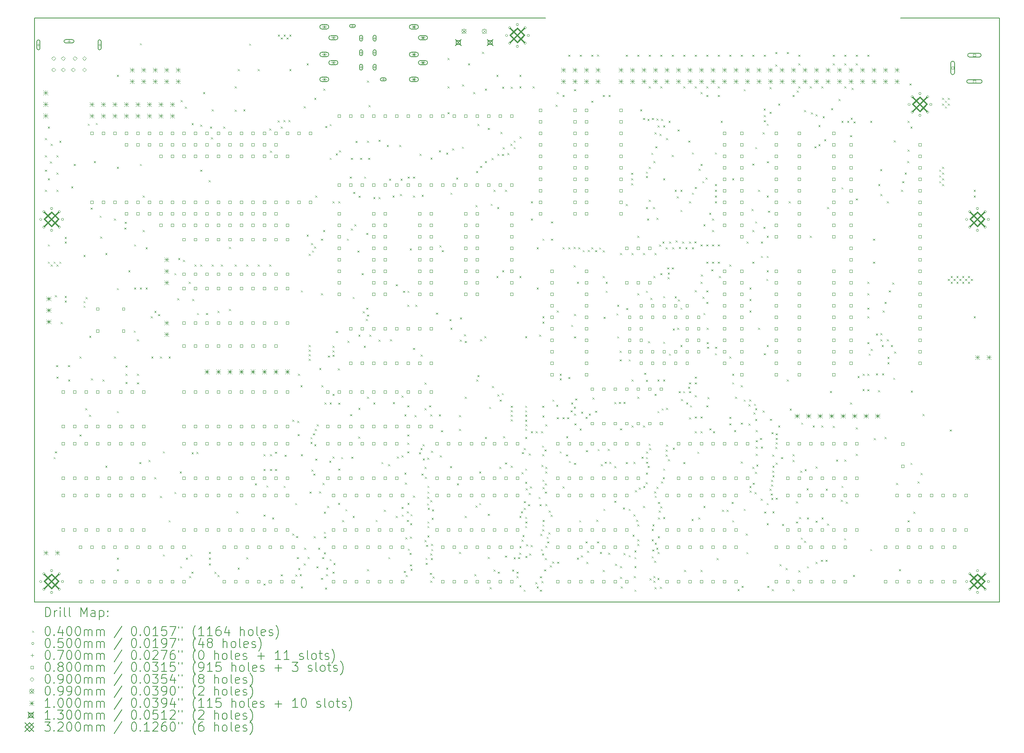
<source format=gbr>
%TF.GenerationSoftware,KiCad,Pcbnew,6.0.11-2627ca5db0~126~ubuntu22.04.1*%
%TF.CreationDate,2023-12-06T09:32:01+02:00*%
%TF.ProjectId,ZX-Spectrum-Pentagon,5a582d53-7065-4637-9472-756d2d50656e,pcb_v0.4*%
%TF.SameCoordinates,Original*%
%TF.FileFunction,Drillmap*%
%TF.FilePolarity,Positive*%
%FSLAX45Y45*%
G04 Gerber Fmt 4.5, Leading zero omitted, Abs format (unit mm)*
G04 Created by KiCad (PCBNEW 6.0.11-2627ca5db0~126~ubuntu22.04.1) date 2023-12-06 09:32:01*
%MOMM*%
%LPD*%
G01*
G04 APERTURE LIST*
%ADD10C,0.200000*%
%ADD11C,0.040000*%
%ADD12C,0.050000*%
%ADD13C,0.070000*%
%ADD14C,0.080000*%
%ADD15C,0.090000*%
%ADD16C,0.099000*%
%ADD17C,0.100000*%
%ADD18C,0.130000*%
%ADD19C,0.320000*%
G04 APERTURE END LIST*
D10*
X2032000Y-14932000D02*
X2032000Y-2032000D01*
X23342000Y-14932000D02*
X2032000Y-14932000D01*
X21163000Y-2032000D02*
X23342000Y-2032000D01*
X2032000Y-2032000D02*
X13325000Y-2032000D01*
X23342000Y-2032000D02*
X23342000Y-14932000D01*
D11*
X2266000Y-4679000D02*
X2306000Y-4719000D01*
X2306000Y-4679000D02*
X2266000Y-4719000D01*
X2266000Y-5060000D02*
X2306000Y-5100000D01*
X2306000Y-5060000D02*
X2266000Y-5100000D01*
X2266000Y-5377500D02*
X2306000Y-5417500D01*
X2306000Y-5377500D02*
X2266000Y-5417500D01*
X2266000Y-5822000D02*
X2306000Y-5862000D01*
X2306000Y-5822000D02*
X2266000Y-5862000D01*
X2329500Y-4425000D02*
X2369500Y-4465000D01*
X2369500Y-4425000D02*
X2329500Y-4465000D01*
X2329500Y-5568000D02*
X2369500Y-5608000D01*
X2369500Y-5568000D02*
X2329500Y-5608000D01*
X2329500Y-7028500D02*
X2369500Y-7068500D01*
X2369500Y-7028500D02*
X2329500Y-7068500D01*
X2329500Y-7409500D02*
X2369500Y-7449500D01*
X2369500Y-7409500D02*
X2329500Y-7449500D01*
X2374550Y-5195950D02*
X2414550Y-5235950D01*
X2414550Y-5195950D02*
X2374550Y-5235950D01*
X2393000Y-4806000D02*
X2433000Y-4846000D01*
X2433000Y-4806000D02*
X2393000Y-4846000D01*
X2393000Y-7473000D02*
X2433000Y-7513000D01*
X2433000Y-7473000D02*
X2393000Y-7513000D01*
X2456500Y-7409500D02*
X2496500Y-7449500D01*
X2496500Y-7409500D02*
X2456500Y-7449500D01*
X2456500Y-11727500D02*
X2496500Y-11767500D01*
X2496500Y-11727500D02*
X2456500Y-11767500D01*
X2483950Y-11600500D02*
X2523950Y-11640500D01*
X2523950Y-11600500D02*
X2483950Y-11640500D01*
X2487014Y-8151868D02*
X2527014Y-8191868D01*
X2527014Y-8151868D02*
X2487014Y-8191868D01*
X2511050Y-9695500D02*
X2551050Y-9735500D01*
X2551050Y-9695500D02*
X2511050Y-9735500D01*
X2517064Y-9949446D02*
X2557064Y-9989446D01*
X2557064Y-9949446D02*
X2517064Y-9989446D01*
X2520000Y-5060000D02*
X2560000Y-5100000D01*
X2560000Y-5060000D02*
X2520000Y-5100000D01*
X2520000Y-5441000D02*
X2560000Y-5481000D01*
X2560000Y-5441000D02*
X2520000Y-5481000D01*
X2520000Y-5822000D02*
X2560000Y-5862000D01*
X2560000Y-5822000D02*
X2520000Y-5862000D01*
X2520000Y-7473000D02*
X2560000Y-7513000D01*
X2560000Y-7473000D02*
X2520000Y-7513000D01*
X2583500Y-4738050D02*
X2623500Y-4778050D01*
X2623500Y-4738050D02*
X2583500Y-4778050D01*
X2583500Y-7409500D02*
X2623500Y-7449500D01*
X2623500Y-7409500D02*
X2583500Y-7449500D01*
X2611550Y-8743000D02*
X2651550Y-8783000D01*
X2651550Y-8743000D02*
X2611550Y-8783000D01*
X2701550Y-6865050D02*
X2741550Y-6905050D01*
X2741550Y-6865050D02*
X2701550Y-6905050D01*
X2701550Y-6965000D02*
X2741550Y-7005000D01*
X2741550Y-6965000D02*
X2701550Y-7005000D01*
X2701550Y-8169638D02*
X2741550Y-8209638D01*
X2741550Y-8169638D02*
X2701550Y-8209638D01*
X2701550Y-8269588D02*
X2741550Y-8309588D01*
X2741550Y-8269588D02*
X2701550Y-8309588D01*
X2774000Y-9695500D02*
X2814000Y-9735500D01*
X2814000Y-9695500D02*
X2774000Y-9735500D01*
X2776950Y-10013000D02*
X2816950Y-10053000D01*
X2816950Y-10013000D02*
X2776950Y-10053000D01*
X2844950Y-5743560D02*
X2884950Y-5783560D01*
X2884950Y-5743560D02*
X2844950Y-5783560D01*
X2901000Y-5250500D02*
X2941000Y-5290500D01*
X2941000Y-5250500D02*
X2901000Y-5290500D01*
X3028000Y-9505000D02*
X3068000Y-9545000D01*
X3068000Y-9505000D02*
X3028000Y-9545000D01*
X3028000Y-11228450D02*
X3068000Y-11268450D01*
X3068000Y-11228450D02*
X3028000Y-11268450D01*
X3116450Y-7261050D02*
X3156450Y-7301050D01*
X3156450Y-7261050D02*
X3116450Y-7301050D01*
X3116450Y-8282197D02*
X3156450Y-8322197D01*
X3156450Y-8282197D02*
X3116450Y-8322197D01*
X3116450Y-8382147D02*
X3156450Y-8422147D01*
X3156450Y-8382147D02*
X3116450Y-8422147D01*
X3155000Y-10648000D02*
X3195000Y-10688000D01*
X3195000Y-10648000D02*
X3155000Y-10688000D01*
X3161450Y-8192950D02*
X3201450Y-8232950D01*
X3201450Y-8192950D02*
X3161450Y-8232950D01*
X3208950Y-4361500D02*
X3248950Y-4401500D01*
X3248950Y-4361500D02*
X3208950Y-4401500D01*
X3237980Y-10794480D02*
X3277980Y-10834480D01*
X3277980Y-10794480D02*
X3237980Y-10834480D01*
X3242681Y-9045163D02*
X3282681Y-9085163D01*
X3282681Y-9045163D02*
X3242681Y-9085163D01*
X3272450Y-6216050D02*
X3312450Y-6256050D01*
X3312450Y-6216050D02*
X3272450Y-6256050D01*
X3279050Y-9987600D02*
X3319050Y-10027600D01*
X3319050Y-9987600D02*
X3279050Y-10027600D01*
X3345500Y-5187000D02*
X3385500Y-5227000D01*
X3385500Y-5187000D02*
X3345500Y-5227000D01*
X3386577Y-4343963D02*
X3426577Y-4383963D01*
X3426577Y-4343963D02*
X3386577Y-4383963D01*
X3472500Y-6393500D02*
X3512500Y-6433500D01*
X3512500Y-6393500D02*
X3472500Y-6433500D01*
X3481450Y-6852050D02*
X3521450Y-6892050D01*
X3521450Y-6852050D02*
X3481450Y-6892050D01*
X3533050Y-10013000D02*
X3573050Y-10053000D01*
X3573050Y-10013000D02*
X3533050Y-10053000D01*
X3599500Y-7219000D02*
X3639500Y-7259000D01*
X3639500Y-7219000D02*
X3599500Y-7259000D01*
X3599500Y-11918000D02*
X3639500Y-11958000D01*
X3639500Y-11918000D02*
X3599500Y-11958000D01*
X3790000Y-6457000D02*
X3830000Y-6497000D01*
X3830000Y-6457000D02*
X3790000Y-6497000D01*
X3790000Y-9505000D02*
X3830000Y-9545000D01*
X3830000Y-9505000D02*
X3790000Y-9545000D01*
X3853500Y-3282000D02*
X3893500Y-3322000D01*
X3893500Y-3282000D02*
X3853500Y-3322000D01*
X3853500Y-5314000D02*
X3893500Y-5354000D01*
X3893500Y-5314000D02*
X3853500Y-5354000D01*
X3853500Y-7993700D02*
X3893500Y-8033700D01*
X3893500Y-7993700D02*
X3853500Y-8033700D01*
X3853500Y-10711500D02*
X3893500Y-10751500D01*
X3893500Y-10711500D02*
X3853500Y-10751500D01*
X3853500Y-13950000D02*
X3893500Y-13990000D01*
X3893500Y-13950000D02*
X3853500Y-13990000D01*
X3853500Y-14204000D02*
X3893500Y-14244000D01*
X3893500Y-14204000D02*
X3853500Y-14244000D01*
X4018909Y-6655864D02*
X4058909Y-6695864D01*
X4058909Y-6655864D02*
X4018909Y-6695864D01*
X4025905Y-6529450D02*
X4065905Y-6569450D01*
X4065905Y-6529450D02*
X4025905Y-6569450D01*
X4044000Y-9704450D02*
X4084000Y-9744450D01*
X4084000Y-9704450D02*
X4044000Y-9744450D01*
X4044000Y-9886000D02*
X4084000Y-9926000D01*
X4084000Y-9886000D02*
X4044000Y-9926000D01*
X4044000Y-10067550D02*
X4084000Y-10107550D01*
X4084000Y-10067550D02*
X4044000Y-10107550D01*
X4107500Y-7600000D02*
X4147500Y-7640000D01*
X4147500Y-7600000D02*
X4107500Y-7640000D01*
X4225550Y-8933500D02*
X4265550Y-8973500D01*
X4265550Y-8933500D02*
X4225550Y-8973500D01*
X4234500Y-7028500D02*
X4274500Y-7068500D01*
X4274500Y-7028500D02*
X4234500Y-7068500D01*
X4234500Y-7981000D02*
X4274500Y-8021000D01*
X4274500Y-7981000D02*
X4234500Y-8021000D01*
X4298000Y-9124000D02*
X4338000Y-9164000D01*
X4338000Y-9124000D02*
X4298000Y-9164000D01*
X4298000Y-9886000D02*
X4338000Y-9926000D01*
X4338000Y-9886000D02*
X4298000Y-9926000D01*
X4298000Y-10076500D02*
X4338000Y-10116500D01*
X4338000Y-10076500D02*
X4298000Y-10116500D01*
X4348800Y-11837550D02*
X4388800Y-11877550D01*
X4388800Y-11837550D02*
X4348800Y-11877550D01*
X4361500Y-2583500D02*
X4401500Y-2623500D01*
X4401500Y-2583500D02*
X4361500Y-2623500D01*
X4361500Y-5250500D02*
X4401500Y-5290500D01*
X4401500Y-5250500D02*
X4361500Y-5290500D01*
X4361500Y-7981000D02*
X4401500Y-8021000D01*
X4401500Y-7981000D02*
X4361500Y-8021000D01*
X4425000Y-5949000D02*
X4465000Y-5989000D01*
X4465000Y-5949000D02*
X4425000Y-5989000D01*
X4425000Y-6711000D02*
X4465000Y-6751000D01*
X4465000Y-6711000D02*
X4425000Y-6751000D01*
X4488500Y-7092000D02*
X4528500Y-7132000D01*
X4528500Y-7092000D02*
X4488500Y-7132000D01*
X4488500Y-7981000D02*
X4528500Y-8021000D01*
X4528500Y-7981000D02*
X4488500Y-8021000D01*
X4552000Y-11791000D02*
X4592000Y-11831000D01*
X4592000Y-11791000D02*
X4552000Y-11831000D01*
X4604903Y-8616000D02*
X4644903Y-8656000D01*
X4644903Y-8616000D02*
X4604903Y-8656000D01*
X4615500Y-9505000D02*
X4655500Y-9545000D01*
X4655500Y-9505000D02*
X4615500Y-9545000D01*
X4678000Y-12173000D02*
X4718000Y-12213000D01*
X4718000Y-12173000D02*
X4678000Y-12213000D01*
X4682605Y-8497950D02*
X4722605Y-8537950D01*
X4722605Y-8497950D02*
X4682605Y-8537950D01*
X4760205Y-8570400D02*
X4800205Y-8610400D01*
X4800205Y-8570400D02*
X4760205Y-8610400D01*
X4806000Y-9505000D02*
X4846000Y-9545000D01*
X4846000Y-9505000D02*
X4806000Y-9545000D01*
X4806000Y-12584750D02*
X4846000Y-12624750D01*
X4846000Y-12584750D02*
X4806000Y-12624750D01*
X4869500Y-11600500D02*
X4909500Y-11640500D01*
X4909500Y-11600500D02*
X4869500Y-11640500D01*
X4869500Y-13877550D02*
X4909500Y-13917550D01*
X4909500Y-13877550D02*
X4869500Y-13917550D01*
X4996500Y-9505000D02*
X5036500Y-9545000D01*
X5036500Y-9505000D02*
X4996500Y-9545000D01*
X4996500Y-13124500D02*
X5036500Y-13164500D01*
X5036500Y-13124500D02*
X4996500Y-13164500D01*
X5123500Y-7663500D02*
X5163500Y-7703500D01*
X5163500Y-7663500D02*
X5123500Y-7703500D01*
X5123500Y-12498450D02*
X5163500Y-12538450D01*
X5163500Y-12498450D02*
X5123500Y-12538450D01*
X5187000Y-8218050D02*
X5227000Y-8258050D01*
X5227000Y-8218050D02*
X5187000Y-8258050D01*
X5208207Y-7328107D02*
X5248207Y-7368107D01*
X5248207Y-7328107D02*
X5208207Y-7368107D01*
X5241550Y-12045000D02*
X5281550Y-12085000D01*
X5281550Y-12045000D02*
X5241550Y-12085000D01*
X5250500Y-14140500D02*
X5290500Y-14180500D01*
X5290500Y-14140500D02*
X5250500Y-14180500D01*
X5263200Y-3840800D02*
X5303200Y-3880800D01*
X5303200Y-3840800D02*
X5263200Y-3880800D01*
X5312245Y-7372295D02*
X5352245Y-7412295D01*
X5352245Y-7372295D02*
X5312245Y-7412295D01*
X5355546Y-3982947D02*
X5395546Y-4022947D01*
X5395546Y-3982947D02*
X5355546Y-4022947D01*
X5377500Y-13950000D02*
X5417500Y-13990000D01*
X5417500Y-13950000D02*
X5377500Y-13990000D01*
X5441000Y-7854000D02*
X5481000Y-7894000D01*
X5481000Y-7854000D02*
X5441000Y-7894000D01*
X5448067Y-14358050D02*
X5488067Y-14398050D01*
X5488067Y-14358050D02*
X5448067Y-14398050D01*
X5477382Y-13877550D02*
X5517382Y-13917550D01*
X5517382Y-13877550D02*
X5477382Y-13917550D01*
X5497325Y-14258550D02*
X5537325Y-14298550D01*
X5537325Y-14258550D02*
X5497325Y-14298550D01*
X5504500Y-4351980D02*
X5544500Y-4391980D01*
X5544500Y-4351980D02*
X5504500Y-4391980D01*
X5504570Y-11620550D02*
X5544570Y-11660550D01*
X5544570Y-11620550D02*
X5504570Y-11660550D01*
X5513450Y-8235000D02*
X5553450Y-8275000D01*
X5553450Y-8235000D02*
X5513450Y-8275000D01*
X5568000Y-7473000D02*
X5608000Y-7513000D01*
X5608000Y-7473000D02*
X5568000Y-7513000D01*
X5608130Y-11613910D02*
X5648130Y-11653910D01*
X5648130Y-11613910D02*
X5608130Y-11653910D01*
X5622550Y-8543550D02*
X5662550Y-8583550D01*
X5662550Y-8543550D02*
X5622550Y-8583550D01*
X5695000Y-4379950D02*
X5735000Y-4419950D01*
X5735000Y-4379950D02*
X5695000Y-4419950D01*
X5695000Y-5377500D02*
X5735000Y-5417500D01*
X5735000Y-5377500D02*
X5695000Y-5417500D01*
X5695000Y-7473000D02*
X5735000Y-7513000D01*
X5735000Y-7473000D02*
X5695000Y-7513000D01*
X5758500Y-3663000D02*
X5798500Y-3703000D01*
X5798500Y-3663000D02*
X5758500Y-3703000D01*
X5822000Y-8543550D02*
X5862000Y-8583550D01*
X5862000Y-8543550D02*
X5822000Y-8583550D01*
X5878914Y-5609626D02*
X5918914Y-5649626D01*
X5918914Y-5609626D02*
X5878914Y-5649626D01*
X5885500Y-13823000D02*
X5925500Y-13863000D01*
X5925500Y-13823000D02*
X5885500Y-13863000D01*
X5885500Y-13950000D02*
X5925500Y-13990000D01*
X5925500Y-13950000D02*
X5885500Y-13990000D01*
X5885500Y-14077000D02*
X5925500Y-14117000D01*
X5925500Y-14077000D02*
X5885500Y-14117000D01*
X5910040Y-4425000D02*
X5950040Y-4465000D01*
X5950040Y-4425000D02*
X5910040Y-4465000D01*
X5929971Y-4659971D02*
X5969971Y-4699971D01*
X5969971Y-4659971D02*
X5929971Y-4699971D01*
X5949000Y-4044000D02*
X5989000Y-4084000D01*
X5989000Y-4044000D02*
X5949000Y-4084000D01*
X5949000Y-7473000D02*
X5989000Y-7513000D01*
X5989000Y-7473000D02*
X5949000Y-7513000D01*
X6005324Y-14260324D02*
X6045324Y-14300324D01*
X6045324Y-14260324D02*
X6005324Y-14300324D01*
X6076000Y-8498550D02*
X6116000Y-8538550D01*
X6116000Y-8498550D02*
X6076000Y-8538550D01*
X6076000Y-14331000D02*
X6116000Y-14371000D01*
X6116000Y-14331000D02*
X6076000Y-14371000D01*
X6148450Y-7472990D02*
X6188450Y-7512990D01*
X6188450Y-7472990D02*
X6148450Y-7512990D01*
X6203000Y-4425000D02*
X6243000Y-4465000D01*
X6243000Y-4425000D02*
X6203000Y-4465000D01*
X6330000Y-7083050D02*
X6370000Y-7123050D01*
X6370000Y-7083050D02*
X6330000Y-7123050D01*
X6330000Y-8453550D02*
X6370000Y-8493550D01*
X6370000Y-8453550D02*
X6330000Y-8493550D01*
X6457000Y-3536000D02*
X6497000Y-3576000D01*
X6497000Y-3536000D02*
X6457000Y-3576000D01*
X6457000Y-7473000D02*
X6497000Y-7513000D01*
X6497000Y-7473000D02*
X6457000Y-7513000D01*
X6457462Y-4050531D02*
X6497462Y-4090531D01*
X6497462Y-4050531D02*
X6457462Y-4090531D01*
X6489180Y-12927220D02*
X6529180Y-12967220D01*
X6529180Y-12927220D02*
X6489180Y-12967220D01*
X6520500Y-14168550D02*
X6560500Y-14208550D01*
X6560500Y-14168550D02*
X6520500Y-14208550D01*
X6522750Y-3155000D02*
X6562750Y-3195000D01*
X6562750Y-3155000D02*
X6522750Y-3195000D01*
X6647500Y-4044000D02*
X6687500Y-4084000D01*
X6687500Y-4044000D02*
X6647500Y-4084000D01*
X6711000Y-7473000D02*
X6751000Y-7513000D01*
X6751000Y-7473000D02*
X6711000Y-7513000D01*
X6712097Y-13942453D02*
X6752097Y-13982453D01*
X6752097Y-13942453D02*
X6712097Y-13982453D01*
X6774500Y-2592450D02*
X6814500Y-2632450D01*
X6814500Y-2592450D02*
X6774500Y-2632450D01*
X6901500Y-12306175D02*
X6941500Y-12346175D01*
X6941500Y-12306175D02*
X6901500Y-12346175D01*
X6965000Y-3155000D02*
X7005000Y-3195000D01*
X7005000Y-3155000D02*
X6965000Y-3195000D01*
X6965000Y-7473000D02*
X7005000Y-7513000D01*
X7005000Y-7473000D02*
X6965000Y-7513000D01*
X7092000Y-11664000D02*
X7132000Y-11704000D01*
X7132000Y-11664000D02*
X7092000Y-11704000D01*
X7092000Y-11990450D02*
X7132000Y-12030450D01*
X7132000Y-11990450D02*
X7092000Y-12030450D01*
X7092000Y-12997500D02*
X7132000Y-13037500D01*
X7132000Y-12997500D02*
X7092000Y-13037500D01*
X7092000Y-14521500D02*
X7132000Y-14561500D01*
X7132000Y-14521500D02*
X7092000Y-14561500D01*
X7155500Y-12353550D02*
X7195500Y-12393550D01*
X7195500Y-12353550D02*
X7155500Y-12393550D01*
X7219000Y-4465168D02*
X7259000Y-4505168D01*
X7259000Y-4465168D02*
X7219000Y-4505168D01*
X7219000Y-7473000D02*
X7259000Y-7513000D01*
X7259000Y-7473000D02*
X7219000Y-7513000D01*
X7234293Y-4956666D02*
X7274293Y-4996666D01*
X7274293Y-4956666D02*
X7234293Y-4996666D01*
X7236950Y-11664000D02*
X7276950Y-11704000D01*
X7276950Y-11664000D02*
X7236950Y-11704000D01*
X7236950Y-11990450D02*
X7276950Y-12030450D01*
X7276950Y-11990450D02*
X7236950Y-12030450D01*
X7282500Y-13061000D02*
X7322500Y-13101000D01*
X7322500Y-13061000D02*
X7282500Y-13101000D01*
X7346000Y-11609450D02*
X7386000Y-11649450D01*
X7386000Y-11609450D02*
X7346000Y-11649450D01*
X7346000Y-11990450D02*
X7386000Y-12030450D01*
X7386000Y-11990450D02*
X7346000Y-12030450D01*
X7402255Y-4290755D02*
X7442255Y-4330755D01*
X7442255Y-4290755D02*
X7402255Y-4330755D01*
X7409500Y-2393000D02*
X7449500Y-2433000D01*
X7449500Y-2393000D02*
X7409500Y-2433000D01*
X7473000Y-2456500D02*
X7513000Y-2496500D01*
X7513000Y-2456500D02*
X7473000Y-2496500D01*
X7473000Y-4425000D02*
X7513000Y-4465000D01*
X7513000Y-4425000D02*
X7473000Y-4465000D01*
X7473000Y-14318050D02*
X7513000Y-14358050D01*
X7513000Y-14318050D02*
X7473000Y-14358050D01*
X7532264Y-4280050D02*
X7572264Y-4320050D01*
X7572264Y-4280050D02*
X7532264Y-4320050D01*
X7536500Y-2393000D02*
X7576500Y-2433000D01*
X7576500Y-2393000D02*
X7536500Y-2433000D01*
X7536500Y-12362550D02*
X7576500Y-12402550D01*
X7576500Y-12362550D02*
X7536500Y-12402550D01*
X7559007Y-11676547D02*
X7599007Y-11716547D01*
X7599007Y-11676547D02*
X7559007Y-11716547D01*
X7600000Y-2456500D02*
X7640000Y-2496500D01*
X7640000Y-2456500D02*
X7600000Y-2496500D01*
X7642050Y-4280050D02*
X7682050Y-4320050D01*
X7682050Y-4280050D02*
X7642050Y-4320050D01*
X7663500Y-2393000D02*
X7703500Y-2433000D01*
X7703500Y-2393000D02*
X7663500Y-2433000D01*
X7663500Y-3155000D02*
X7703500Y-3195000D01*
X7703500Y-3155000D02*
X7663500Y-3195000D01*
X7727000Y-10902000D02*
X7767000Y-10942000D01*
X7767000Y-10902000D02*
X7727000Y-10942000D01*
X7727000Y-13413950D02*
X7767000Y-13453950D01*
X7767000Y-13413950D02*
X7727000Y-13453950D01*
X7790500Y-12743500D02*
X7830500Y-12783500D01*
X7830500Y-12743500D02*
X7790500Y-12783500D01*
X7791429Y-14320728D02*
X7831429Y-14360728D01*
X7831429Y-14320728D02*
X7791429Y-14360728D01*
X7809321Y-13470636D02*
X7849321Y-13510636D01*
X7849321Y-13470636D02*
X7809321Y-13510636D01*
X7828889Y-13938509D02*
X7868889Y-13978509D01*
X7868889Y-13938509D02*
X7828889Y-13978509D01*
X7835500Y-10929050D02*
X7875500Y-10969050D01*
X7875500Y-10929050D02*
X7835500Y-10969050D01*
X7847607Y-11219500D02*
X7887607Y-11259500D01*
X7887607Y-11219500D02*
X7847607Y-11259500D01*
X7854000Y-9886000D02*
X7894000Y-9926000D01*
X7894000Y-9886000D02*
X7854000Y-9926000D01*
X7857735Y-14179497D02*
X7897735Y-14219497D01*
X7897735Y-14179497D02*
X7857735Y-14219497D01*
X7891070Y-14312871D02*
X7931070Y-14352871D01*
X7931070Y-14312871D02*
X7891070Y-14352871D01*
X7908550Y-10140000D02*
X7948550Y-10180000D01*
X7948550Y-10140000D02*
X7908550Y-10180000D01*
X7917500Y-8044500D02*
X7957500Y-8084500D01*
X7957500Y-8044500D02*
X7917500Y-8084500D01*
X7917500Y-11664000D02*
X7957500Y-11704000D01*
X7957500Y-11664000D02*
X7917500Y-11704000D01*
X7917500Y-14585000D02*
X7957500Y-14625000D01*
X7957500Y-14585000D02*
X7917500Y-14625000D01*
X7978064Y-3977564D02*
X8018064Y-4017564D01*
X8018064Y-3977564D02*
X7978064Y-4017564D01*
X7979942Y-14076028D02*
X8019942Y-14116028D01*
X8019942Y-14076028D02*
X7979942Y-14116028D01*
X7986049Y-13732050D02*
X8026049Y-13772050D01*
X8026049Y-13732050D02*
X7986049Y-13772050D01*
X8044500Y-3028000D02*
X8084500Y-3068000D01*
X8084500Y-3028000D02*
X8044500Y-3068000D01*
X8044500Y-6813950D02*
X8084500Y-6853950D01*
X8084500Y-6813950D02*
X8044500Y-6853950D01*
X8066209Y-13936018D02*
X8106209Y-13976018D01*
X8106209Y-13936018D02*
X8066209Y-13976018D01*
X8091100Y-9251000D02*
X8131100Y-9291000D01*
X8131100Y-9251000D02*
X8091100Y-9291000D01*
X8091100Y-9353219D02*
X8131100Y-9393219D01*
X8131100Y-9353219D02*
X8091100Y-9393219D01*
X8091100Y-9453170D02*
X8131100Y-9493170D01*
X8131100Y-9453170D02*
X8091100Y-9493170D01*
X8091100Y-9553120D02*
X8131100Y-9593120D01*
X8131100Y-9553120D02*
X8091100Y-9593120D01*
X8091849Y-7235172D02*
X8131849Y-7275172D01*
X8131849Y-7235172D02*
X8091849Y-7275172D01*
X8108000Y-12489500D02*
X8148000Y-12529500D01*
X8148000Y-12489500D02*
X8108000Y-12529500D01*
X8127557Y-11287858D02*
X8167557Y-11327858D01*
X8167557Y-11287858D02*
X8127557Y-11327858D01*
X8127620Y-11390380D02*
X8167620Y-11430380D01*
X8167620Y-11390380D02*
X8127620Y-11430380D01*
X8139185Y-7000049D02*
X8179185Y-7040049D01*
X8179185Y-7000049D02*
X8139185Y-7040049D01*
X8151880Y-12001119D02*
X8191880Y-12041119D01*
X8191880Y-12001119D02*
X8151880Y-12041119D01*
X8162479Y-7164450D02*
X8202479Y-7204450D01*
X8202479Y-7164450D02*
X8162479Y-7204450D01*
X8181604Y-11203781D02*
X8221604Y-11243781D01*
X8221604Y-11203781D02*
X8181604Y-11243781D01*
X8192677Y-12092365D02*
X8232677Y-12132365D01*
X8232677Y-12092365D02*
X8192677Y-12132365D01*
X8203250Y-13473750D02*
X8243250Y-13513750D01*
X8243250Y-13473750D02*
X8203250Y-13513750D01*
X8205936Y-7074441D02*
X8245936Y-7114441D01*
X8245936Y-7074441D02*
X8205936Y-7114441D01*
X8212670Y-11442883D02*
X8252670Y-11482883D01*
X8252670Y-11442883D02*
X8212670Y-11482883D01*
X8213949Y-3791142D02*
X8253949Y-3831142D01*
X8253949Y-3791142D02*
X8213949Y-3831142D01*
X8225450Y-11103964D02*
X8265450Y-11143964D01*
X8265450Y-11103964D02*
X8225450Y-11143964D01*
X8235000Y-5949000D02*
X8275000Y-5989000D01*
X8275000Y-5949000D02*
X8235000Y-5989000D01*
X8235000Y-11761550D02*
X8275000Y-11801550D01*
X8275000Y-11761550D02*
X8235000Y-11801550D01*
X8257450Y-14140500D02*
X8297450Y-14180500D01*
X8297450Y-14140500D02*
X8257450Y-14180500D01*
X8270450Y-11004815D02*
X8310450Y-11044815D01*
X8310450Y-11004815D02*
X8270450Y-11044815D01*
X8298500Y-13732050D02*
X8338500Y-13772050D01*
X8338500Y-13732050D02*
X8298500Y-13772050D01*
X8321054Y-12483435D02*
X8361054Y-12523435D01*
X8361054Y-12483435D02*
X8321054Y-12523435D01*
X8323450Y-9759000D02*
X8363450Y-9799000D01*
X8363450Y-9759000D02*
X8323450Y-9799000D01*
X8362000Y-6901500D02*
X8402000Y-6941500D01*
X8402000Y-6901500D02*
X8362000Y-6941500D01*
X8362000Y-8108000D02*
X8402000Y-8148000D01*
X8402000Y-8108000D02*
X8362000Y-8148000D01*
X8362000Y-14394500D02*
X8402000Y-14434500D01*
X8402000Y-14394500D02*
X8362000Y-14434500D01*
X8368450Y-10140000D02*
X8408450Y-10180000D01*
X8408450Y-10140000D02*
X8368450Y-10180000D01*
X8389369Y-13938269D02*
X8429369Y-13978269D01*
X8429369Y-13938269D02*
X8389369Y-13978269D01*
X8397450Y-12299000D02*
X8437450Y-12339000D01*
X8437450Y-12299000D02*
X8397450Y-12339000D01*
X8408550Y-6711000D02*
X8448550Y-6751000D01*
X8448550Y-6711000D02*
X8408550Y-6751000D01*
X8413875Y-3585725D02*
X8453875Y-3625725D01*
X8453875Y-3585725D02*
X8413875Y-3625725D01*
X8425500Y-12934000D02*
X8465500Y-12974000D01*
X8465500Y-12934000D02*
X8425500Y-12974000D01*
X8425500Y-13378500D02*
X8465500Y-13418500D01*
X8465500Y-13378500D02*
X8425500Y-13418500D01*
X8425500Y-13833741D02*
X8465500Y-13873741D01*
X8465500Y-13833741D02*
X8425500Y-13873741D01*
X8426755Y-13479705D02*
X8466755Y-13519705D01*
X8466755Y-13479705D02*
X8426755Y-13519705D01*
X8437960Y-10521000D02*
X8477960Y-10561000D01*
X8477960Y-10521000D02*
X8437960Y-10561000D01*
X8450900Y-14610400D02*
X8490900Y-14650400D01*
X8490900Y-14610400D02*
X8450900Y-14650400D01*
X8453222Y-4411472D02*
X8493222Y-4451472D01*
X8493222Y-4411472D02*
X8453222Y-4451472D01*
X8470596Y-14312595D02*
X8510596Y-14352595D01*
X8510596Y-14312595D02*
X8470596Y-14352595D01*
X8475639Y-14167645D02*
X8515639Y-14207645D01*
X8515639Y-14167645D02*
X8475639Y-14207645D01*
X8497950Y-12807000D02*
X8537950Y-12847000D01*
X8537950Y-12807000D02*
X8497950Y-12847000D01*
X8516050Y-9484895D02*
X8556050Y-9524895D01*
X8556050Y-9484895D02*
X8516050Y-9524895D01*
X8543550Y-11811030D02*
X8583550Y-11851030D01*
X8583550Y-11811030D02*
X8543550Y-11851030D01*
X8552500Y-4370450D02*
X8592500Y-4410450D01*
X8592500Y-4370450D02*
X8552500Y-4410450D01*
X8552500Y-5114500D02*
X8592500Y-5154500D01*
X8592500Y-5114500D02*
X8552500Y-5154500D01*
X8552500Y-10521000D02*
X8592500Y-10561000D01*
X8592500Y-10521000D02*
X8552500Y-10561000D01*
X8552500Y-13978691D02*
X8592500Y-14018691D01*
X8592500Y-13978691D02*
X8552500Y-14018691D01*
X8616000Y-6076000D02*
X8656000Y-6116000D01*
X8656000Y-6076000D02*
X8616000Y-6116000D01*
X8616000Y-9267950D02*
X8656000Y-9307950D01*
X8656000Y-9267950D02*
X8616000Y-9307950D01*
X8616000Y-9367900D02*
X8656000Y-9407900D01*
X8656000Y-9367900D02*
X8616000Y-9407900D01*
X8616000Y-9467851D02*
X8656000Y-9507851D01*
X8656000Y-9467851D02*
X8616000Y-9507851D01*
X8616000Y-10330500D02*
X8656000Y-10370500D01*
X8656000Y-10330500D02*
X8616000Y-10370500D01*
X8616000Y-11714800D02*
X8656000Y-11754800D01*
X8656000Y-11714800D02*
X8616000Y-11754800D01*
X8616000Y-14258600D02*
X8656000Y-14298600D01*
X8656000Y-14258600D02*
X8616000Y-14298600D01*
X8637015Y-14068600D02*
X8677015Y-14108600D01*
X8677015Y-14068600D02*
X8637015Y-14108600D01*
X8687329Y-5018680D02*
X8727329Y-5058680D01*
X8727329Y-5018680D02*
X8687329Y-5058680D01*
X8688450Y-8943050D02*
X8728450Y-8983050D01*
X8728450Y-8943050D02*
X8688450Y-8983050D01*
X8733775Y-9768225D02*
X8773775Y-9808225D01*
X8773775Y-9768225D02*
X8733775Y-9808225D01*
X8738535Y-12739035D02*
X8778535Y-12779035D01*
X8778535Y-12739035D02*
X8738535Y-12779035D01*
X8743000Y-6076000D02*
X8783000Y-6116000D01*
X8783000Y-6076000D02*
X8743000Y-6116000D01*
X8743000Y-10524750D02*
X8783000Y-10564750D01*
X8783000Y-10524750D02*
X8743000Y-10564750D01*
X8743000Y-11982450D02*
X8783000Y-12022450D01*
X8783000Y-11982450D02*
X8743000Y-12022450D01*
X8758005Y-4948005D02*
X8798005Y-4988005D01*
X8798005Y-4948005D02*
X8758005Y-4988005D01*
X8806500Y-11727500D02*
X8846500Y-11767500D01*
X8846500Y-11727500D02*
X8806500Y-11767500D01*
X8825980Y-13122722D02*
X8865980Y-13162722D01*
X8865980Y-13122722D02*
X8825980Y-13162722D01*
X8899432Y-12878069D02*
X8939432Y-12918069D01*
X8939432Y-12878069D02*
X8899432Y-12918069D01*
X8933500Y-6901500D02*
X8973500Y-6941500D01*
X8973500Y-6901500D02*
X8933500Y-6941500D01*
X8945770Y-9160810D02*
X8985770Y-9200810D01*
X8985770Y-9160810D02*
X8945770Y-9200810D01*
X8997000Y-5529400D02*
X9037000Y-5569400D01*
X9037000Y-5529400D02*
X8997000Y-5569400D01*
X9001740Y-10779810D02*
X9041740Y-10819810D01*
X9041740Y-10779810D02*
X9001740Y-10819810D01*
X9022400Y-5114500D02*
X9062400Y-5154500D01*
X9062400Y-5114500D02*
X9022400Y-5154500D01*
X9023887Y-6675403D02*
X9063887Y-6715403D01*
X9063887Y-6675403D02*
X9023887Y-6715403D01*
X9033000Y-11718550D02*
X9073000Y-11758550D01*
X9073000Y-11718550D02*
X9033000Y-11758550D01*
X9059726Y-8188744D02*
X9099726Y-8228744D01*
X9099726Y-8188744D02*
X9059726Y-8228744D01*
X9060500Y-13025550D02*
X9100500Y-13065550D01*
X9100500Y-13025550D02*
X9060500Y-13065550D01*
X9070812Y-5869552D02*
X9110812Y-5909552D01*
X9110812Y-5869552D02*
X9070812Y-5909552D01*
X9095394Y-6584000D02*
X9135394Y-6624000D01*
X9135394Y-6584000D02*
X9095394Y-6624000D01*
X9124000Y-4742500D02*
X9164000Y-4782500D01*
X9164000Y-4742500D02*
X9124000Y-4782500D01*
X9165597Y-7164131D02*
X9205597Y-7204131D01*
X9205597Y-7164131D02*
X9165597Y-7204131D01*
X9180256Y-11273450D02*
X9220256Y-11313450D01*
X9220256Y-11273450D02*
X9180256Y-11313450D01*
X9186607Y-9022434D02*
X9226607Y-9062434D01*
X9226607Y-9022434D02*
X9186607Y-9062434D01*
X9187500Y-10638450D02*
X9227500Y-10678450D01*
X9227500Y-10638450D02*
X9187500Y-10678450D01*
X9191684Y-5953670D02*
X9231684Y-5993670D01*
X9231684Y-5953670D02*
X9191684Y-5993670D01*
X9225600Y-5114500D02*
X9265600Y-5154500D01*
X9265600Y-5114500D02*
X9225600Y-5154500D01*
X9259950Y-7663500D02*
X9299950Y-7703500D01*
X9299950Y-7663500D02*
X9259950Y-7703500D01*
X9286450Y-8504663D02*
X9326450Y-8544663D01*
X9326450Y-8504663D02*
X9286450Y-8544663D01*
X9305550Y-9269550D02*
X9345550Y-9309550D01*
X9345550Y-9269550D02*
X9305550Y-9309550D01*
X9314500Y-5529400D02*
X9354500Y-5569400D01*
X9354500Y-5529400D02*
X9314500Y-5569400D01*
X9354808Y-8674308D02*
X9394808Y-8714308D01*
X9394808Y-8674308D02*
X9354808Y-8714308D01*
X9358450Y-8425500D02*
X9398450Y-8465500D01*
X9398450Y-8425500D02*
X9358450Y-8465500D01*
X9359805Y-6774500D02*
X9399805Y-6814500D01*
X9399805Y-6774500D02*
X9359805Y-6814500D01*
X9378000Y-3409000D02*
X9418000Y-3449000D01*
X9418000Y-3409000D02*
X9378000Y-3449000D01*
X9378000Y-4737566D02*
X9418000Y-4777566D01*
X9418000Y-4737566D02*
X9378000Y-4777566D01*
X9378000Y-10394000D02*
X9418000Y-10434000D01*
X9418000Y-10394000D02*
X9378000Y-10434000D01*
X9378000Y-14204000D02*
X9418000Y-14244000D01*
X9418000Y-14204000D02*
X9378000Y-14244000D01*
X9378111Y-8577113D02*
X9418111Y-8617113D01*
X9418111Y-8577113D02*
X9378111Y-8617113D01*
X9403400Y-5114500D02*
X9443400Y-5154500D01*
X9443400Y-5114500D02*
X9403400Y-5154500D01*
X9409750Y-3948750D02*
X9449750Y-3988750D01*
X9449750Y-3948750D02*
X9409750Y-3988750D01*
X9428800Y-9022400D02*
X9468800Y-9062400D01*
X9468800Y-9022400D02*
X9428800Y-9062400D01*
X9516978Y-5985518D02*
X9556978Y-6025518D01*
X9556978Y-5985518D02*
X9516978Y-6025518D01*
X9517090Y-10523540D02*
X9557090Y-10563540D01*
X9557090Y-10523540D02*
X9517090Y-10563540D01*
X9566756Y-13115550D02*
X9606756Y-13155550D01*
X9606756Y-13115550D02*
X9566756Y-13155550D01*
X9632000Y-4716450D02*
X9672000Y-4756450D01*
X9672000Y-4716450D02*
X9632000Y-4756450D01*
X9632000Y-5985450D02*
X9672000Y-6025450D01*
X9672000Y-5985450D02*
X9632000Y-6025450D01*
X9632000Y-9134550D02*
X9672000Y-9174550D01*
X9672000Y-9134550D02*
X9632000Y-9174550D01*
X9695500Y-11837550D02*
X9735500Y-11877550D01*
X9735500Y-11837550D02*
X9695500Y-11877550D01*
X9752774Y-12890550D02*
X9792774Y-12930550D01*
X9792774Y-12890550D02*
X9752774Y-12930550D01*
X9813550Y-4834050D02*
X9853550Y-4874050D01*
X9853550Y-4834050D02*
X9813550Y-4874050D01*
X9843200Y-11882550D02*
X9883200Y-11922550D01*
X9883200Y-11882550D02*
X9843200Y-11922550D01*
X9848233Y-13936773D02*
X9888233Y-13976773D01*
X9888233Y-13936773D02*
X9848233Y-13976773D01*
X9863853Y-5576989D02*
X9903853Y-5616989D01*
X9903853Y-5576989D02*
X9863853Y-5616989D01*
X9886000Y-9124000D02*
X9926000Y-9164000D01*
X9926000Y-9124000D02*
X9886000Y-9164000D01*
X9940550Y-5950681D02*
X9980550Y-5990681D01*
X9980550Y-5950681D02*
X9940550Y-5990681D01*
X9949500Y-10511450D02*
X9989500Y-10551450D01*
X9989500Y-10511450D02*
X9949500Y-10551450D01*
X10013000Y-7908550D02*
X10053000Y-7948550D01*
X10053000Y-7908550D02*
X10013000Y-7948550D01*
X10013000Y-13025550D02*
X10053000Y-13065550D01*
X10053000Y-13025550D02*
X10013000Y-13065550D01*
X10038400Y-11714800D02*
X10078400Y-11754800D01*
X10078400Y-11714800D02*
X10038400Y-11754800D01*
X10089200Y-4834050D02*
X10129200Y-4874050D01*
X10129200Y-4834050D02*
X10089200Y-4874050D01*
X10103400Y-5912999D02*
X10143400Y-5952999D01*
X10143400Y-5912999D02*
X10103400Y-5952999D01*
X10117853Y-5576989D02*
X10157853Y-5616989D01*
X10157853Y-5576989D02*
X10117853Y-5616989D01*
X10140000Y-10366550D02*
X10180000Y-10406550D01*
X10180000Y-10366550D02*
X10140000Y-10406550D01*
X10140027Y-11687213D02*
X10180027Y-11727213D01*
X10180027Y-11687213D02*
X10140027Y-11727213D01*
X10140223Y-12828967D02*
X10180223Y-12868967D01*
X10180223Y-12828967D02*
X10140223Y-12868967D01*
X10142470Y-12997500D02*
X10182470Y-13037500D01*
X10182470Y-12997500D02*
X10142470Y-13037500D01*
X10171401Y-8053450D02*
X10211401Y-8093450D01*
X10211401Y-8053450D02*
X10171401Y-8093450D01*
X10190551Y-14241602D02*
X10230551Y-14281602D01*
X10230551Y-14241602D02*
X10190551Y-14281602D01*
X10203500Y-10784550D02*
X10243500Y-10824550D01*
X10243500Y-10784550D02*
X10203500Y-10824550D01*
X10203500Y-12072050D02*
X10243500Y-12112050D01*
X10243500Y-12072050D02*
X10203500Y-12112050D01*
X10212500Y-12290000D02*
X10252500Y-12330000D01*
X10252500Y-12290000D02*
X10212500Y-12330000D01*
X10224025Y-13501954D02*
X10264025Y-13541954D01*
X10264025Y-13501954D02*
X10224025Y-13541954D01*
X10235250Y-14331000D02*
X10275250Y-14371000D01*
X10275250Y-14331000D02*
X10235250Y-14371000D01*
X10259154Y-13115550D02*
X10299154Y-13155550D01*
X10299154Y-13115550D02*
X10259154Y-13155550D01*
X10259240Y-12927669D02*
X10299240Y-12967669D01*
X10299240Y-12927669D02*
X10259240Y-12967669D01*
X10267000Y-8362000D02*
X10307000Y-8402000D01*
X10307000Y-8362000D02*
X10267000Y-8402000D01*
X10267000Y-10584500D02*
X10307000Y-10624500D01*
X10307000Y-10584500D02*
X10267000Y-10624500D01*
X10267000Y-11228450D02*
X10307000Y-11268450D01*
X10307000Y-11228450D02*
X10267000Y-11268450D01*
X10267000Y-11410000D02*
X10307000Y-11450000D01*
X10307000Y-11410000D02*
X10267000Y-11450000D01*
X10267000Y-11600500D02*
X10307000Y-11640500D01*
X10307000Y-11600500D02*
X10267000Y-11640500D01*
X10270343Y-12737031D02*
X10310343Y-12777031D01*
X10310343Y-12737031D02*
X10270343Y-12777031D01*
X10271352Y-8053450D02*
X10311352Y-8093450D01*
X10311352Y-8053450D02*
X10271352Y-8093450D01*
X10275950Y-5529450D02*
X10315950Y-5569450D01*
X10315950Y-5529450D02*
X10275950Y-5569450D01*
X10279950Y-13750721D02*
X10319950Y-13790721D01*
X10319950Y-13750721D02*
X10279950Y-13790721D01*
X10315347Y-13844193D02*
X10355347Y-13884193D01*
X10355347Y-13844193D02*
X10315347Y-13884193D01*
X10321550Y-7115300D02*
X10361550Y-7155300D01*
X10361550Y-7115300D02*
X10321550Y-7155300D01*
X10323325Y-13481800D02*
X10363325Y-13521800D01*
X10363325Y-13481800D02*
X10323325Y-13521800D01*
X10324978Y-14097623D02*
X10364978Y-14137623D01*
X10364978Y-14097623D02*
X10324978Y-14137623D01*
X10330500Y-13186800D02*
X10370500Y-13226800D01*
X10370500Y-13186800D02*
X10330500Y-13226800D01*
X10337745Y-14196755D02*
X10377745Y-14236755D01*
X10377745Y-14196755D02*
X10337745Y-14236755D01*
X10337859Y-12989387D02*
X10377859Y-13029387D01*
X10377859Y-12989387D02*
X10337859Y-13029387D01*
X10394000Y-5529400D02*
X10434000Y-5569400D01*
X10434000Y-5529400D02*
X10394000Y-5569400D01*
X10394000Y-5949000D02*
X10434000Y-5989000D01*
X10434000Y-5949000D02*
X10394000Y-5989000D01*
X10394000Y-9314500D02*
X10434000Y-9354500D01*
X10434000Y-9314500D02*
X10394000Y-9354500D01*
X10394000Y-12581050D02*
X10434000Y-12621050D01*
X10434000Y-12581050D02*
X10394000Y-12621050D01*
X10426293Y-10803247D02*
X10466293Y-10843247D01*
X10466293Y-10803247D02*
X10426293Y-10843247D01*
X10444800Y-8362000D02*
X10484800Y-8402000D01*
X10484800Y-8362000D02*
X10444800Y-8402000D01*
X10524719Y-11622994D02*
X10564719Y-11662994D01*
X10564719Y-11622994D02*
X10524719Y-11662994D01*
X10534419Y-5024550D02*
X10574419Y-5064550D01*
X10574419Y-5024550D02*
X10534419Y-5064550D01*
X10559313Y-11529221D02*
X10599313Y-11569221D01*
X10599313Y-11529221D02*
X10559313Y-11569221D01*
X10565020Y-9460980D02*
X10605020Y-9500980D01*
X10605020Y-9460980D02*
X10565020Y-9500980D01*
X10580449Y-12090600D02*
X10620449Y-12130600D01*
X10620449Y-12090600D02*
X10580449Y-12130600D01*
X10584500Y-5932050D02*
X10624500Y-5972050D01*
X10624500Y-5932050D02*
X10584500Y-5972050D01*
X10606860Y-11441304D02*
X10646860Y-11481304D01*
X10646860Y-11441304D02*
X10606860Y-11481304D01*
X10609897Y-11759663D02*
X10649897Y-11799663D01*
X10649897Y-11759663D02*
X10609897Y-11799663D01*
X10645402Y-11943084D02*
X10685402Y-11983084D01*
X10685402Y-11943084D02*
X10645402Y-11983084D01*
X10648000Y-10082050D02*
X10688000Y-10122050D01*
X10688000Y-10082050D02*
X10648000Y-10122050D01*
X10648000Y-10648000D02*
X10688000Y-10688000D01*
X10688000Y-10648000D02*
X10648000Y-10688000D01*
X10648000Y-13560050D02*
X10688000Y-13600050D01*
X10688000Y-13560050D02*
X10648000Y-13600050D01*
X10655176Y-12163050D02*
X10695176Y-12203050D01*
X10695176Y-12163050D02*
X10655176Y-12203050D01*
X10667746Y-13955470D02*
X10707746Y-13995470D01*
X10707746Y-13955470D02*
X10667746Y-13995470D01*
X10675459Y-14065082D02*
X10715459Y-14105082D01*
X10715459Y-14065082D02*
X10675459Y-14105082D01*
X10682250Y-13666750D02*
X10722250Y-13706750D01*
X10722250Y-13666750D02*
X10682250Y-13706750D01*
X10702500Y-12752500D02*
X10742500Y-12792500D01*
X10742500Y-12752500D02*
X10702500Y-12792500D01*
X10707721Y-11739160D02*
X10747721Y-11779160D01*
X10747721Y-11739160D02*
X10707721Y-11779160D01*
X10709120Y-12604834D02*
X10749120Y-12644834D01*
X10749120Y-12604834D02*
X10709120Y-12644834D01*
X10710150Y-13458940D02*
X10750150Y-13498940D01*
X10750150Y-13458940D02*
X10710150Y-13498940D01*
X10710245Y-13150295D02*
X10750245Y-13190295D01*
X10750245Y-13150295D02*
X10710245Y-13190295D01*
X10711500Y-12362500D02*
X10751500Y-12402500D01*
X10751500Y-12362500D02*
X10711500Y-12402500D01*
X10711500Y-12489500D02*
X10751500Y-12529500D01*
X10751500Y-12489500D02*
X10711500Y-12529500D01*
X10711500Y-13251500D02*
X10751500Y-13291500D01*
X10751500Y-13251500D02*
X10711500Y-13291500D01*
X10718785Y-12851115D02*
X10758785Y-12891115D01*
X10758785Y-12851115D02*
X10718785Y-12891115D01*
X10747950Y-10584500D02*
X10787950Y-10624500D01*
X10787950Y-10584500D02*
X10747950Y-10624500D01*
X10767968Y-14284868D02*
X10807968Y-14324868D01*
X10807968Y-14284868D02*
X10767968Y-14324868D01*
X10774432Y-13857166D02*
X10814432Y-13897166D01*
X10814432Y-13857166D02*
X10774432Y-13897166D01*
X10775000Y-10783950D02*
X10815000Y-10823950D01*
X10815000Y-10783950D02*
X10775000Y-10823950D01*
X10775000Y-12680000D02*
X10815000Y-12720000D01*
X10815000Y-12680000D02*
X10775000Y-12720000D01*
X10775000Y-14458000D02*
X10815000Y-14498000D01*
X10815000Y-14458000D02*
X10775000Y-14498000D01*
X10778284Y-5110800D02*
X10818284Y-5150800D01*
X10818284Y-5110800D02*
X10778284Y-5150800D01*
X10786137Y-13956428D02*
X10826137Y-13996428D01*
X10826137Y-13956428D02*
X10786137Y-13996428D01*
X10788808Y-11589596D02*
X10828808Y-11629596D01*
X10828808Y-11589596D02*
X10788808Y-11629596D01*
X10790803Y-13646917D02*
X10830803Y-13686917D01*
X10830803Y-13646917D02*
X10790803Y-13686917D01*
X10794699Y-13759292D02*
X10834699Y-13799292D01*
X10834699Y-13759292D02*
X10794699Y-13799292D01*
X10803100Y-13070550D02*
X10843100Y-13110550D01*
X10843100Y-13070550D02*
X10803100Y-13110550D01*
X10813275Y-12883699D02*
X10853275Y-12923699D01*
X10853275Y-12883699D02*
X10813275Y-12923699D01*
X10826969Y-14367071D02*
X10866969Y-14407071D01*
X10866969Y-14367071D02*
X10826969Y-14407071D01*
X10902000Y-8534550D02*
X10942000Y-8574550D01*
X10942000Y-8534550D02*
X10902000Y-8574550D01*
X10965500Y-4949950D02*
X11005500Y-4989950D01*
X11005500Y-4949950D02*
X10965500Y-4989950D01*
X10965500Y-10783950D02*
X11005500Y-10823950D01*
X11005500Y-10783950D02*
X10965500Y-10823950D01*
X10974450Y-7047000D02*
X11014450Y-7087000D01*
X11014450Y-7047000D02*
X10974450Y-7087000D01*
X10985722Y-11691724D02*
X11025722Y-11731724D01*
X11025722Y-11691724D02*
X10985722Y-11731724D01*
X11014267Y-11135948D02*
X11054267Y-11175948D01*
X11054267Y-11135948D02*
X11014267Y-11175948D01*
X11029000Y-7155500D02*
X11069000Y-7195500D01*
X11069000Y-7155500D02*
X11029000Y-7195500D01*
X11126275Y-5000550D02*
X11166275Y-5040550D01*
X11166275Y-5000550D02*
X11126275Y-5040550D01*
X11156000Y-2909950D02*
X11196000Y-2949950D01*
X11196000Y-2909950D02*
X11156000Y-2949950D01*
X11156000Y-3536000D02*
X11196000Y-3576000D01*
X11196000Y-3536000D02*
X11156000Y-3576000D01*
X11156000Y-4107500D02*
X11196000Y-4147500D01*
X11196000Y-4107500D02*
X11156000Y-4147500D01*
X11194739Y-8679500D02*
X11234739Y-8719500D01*
X11234739Y-8679500D02*
X11194739Y-8719500D01*
X11210550Y-11926444D02*
X11250550Y-11966444D01*
X11250550Y-11926444D02*
X11210550Y-11966444D01*
X11219500Y-5885500D02*
X11259500Y-5925500D01*
X11259500Y-5885500D02*
X11219500Y-5925500D01*
X11219500Y-8870000D02*
X11259500Y-8910000D01*
X11259500Y-8870000D02*
X11219500Y-8910000D01*
X11257600Y-4904950D02*
X11297600Y-4944950D01*
X11297600Y-4904950D02*
X11257600Y-4944950D01*
X11346500Y-5550450D02*
X11386500Y-5590450D01*
X11386500Y-5550450D02*
X11346500Y-5590450D01*
X11363245Y-12306795D02*
X11403245Y-12346795D01*
X11403245Y-12306795D02*
X11363245Y-12346795D01*
X11410000Y-10800400D02*
X11450000Y-10840400D01*
X11450000Y-10800400D02*
X11410000Y-10840400D01*
X11410000Y-11105200D02*
X11450000Y-11145200D01*
X11450000Y-11105200D02*
X11410000Y-11145200D01*
X11410000Y-13823000D02*
X11450000Y-13863000D01*
X11450000Y-13823000D02*
X11410000Y-13863000D01*
X11428528Y-9132617D02*
X11468528Y-9172617D01*
X11468528Y-9132617D02*
X11428528Y-9172617D01*
X11429689Y-8644050D02*
X11469689Y-8684050D01*
X11469689Y-8644050D02*
X11429689Y-8684050D01*
X11473500Y-4868765D02*
X11513500Y-4908765D01*
X11513500Y-4868765D02*
X11473500Y-4908765D01*
X11477718Y-3495941D02*
X11517718Y-3535941D01*
X11517718Y-3495941D02*
X11477718Y-3535941D01*
X11517450Y-9016550D02*
X11557450Y-9056550D01*
X11557450Y-9016550D02*
X11517450Y-9056550D01*
X11536270Y-9162230D02*
X11576270Y-9202230D01*
X11576270Y-9162230D02*
X11536270Y-9202230D01*
X11537000Y-10394000D02*
X11577000Y-10434000D01*
X11577000Y-10394000D02*
X11537000Y-10434000D01*
X11537000Y-13025550D02*
X11577000Y-13065550D01*
X11577000Y-13025550D02*
X11537000Y-13065550D01*
X11607450Y-3027950D02*
X11647450Y-3067950D01*
X11647450Y-3027950D02*
X11607450Y-3067950D01*
X11724550Y-3663000D02*
X11764550Y-3703000D01*
X11764550Y-3663000D02*
X11724550Y-3703000D01*
X11750697Y-14314737D02*
X11790697Y-14354737D01*
X11790697Y-14314737D02*
X11750697Y-14354737D01*
X11770715Y-6158035D02*
X11810715Y-6198035D01*
X11810715Y-6158035D02*
X11770715Y-6198035D01*
X11770774Y-12799776D02*
X11810774Y-12839776D01*
X11810774Y-12799776D02*
X11770774Y-12839776D01*
X11784919Y-5406967D02*
X11824919Y-5446967D01*
X11824919Y-5406967D02*
X11784919Y-5446967D01*
X11791000Y-10013000D02*
X11831000Y-10053000D01*
X11831000Y-10013000D02*
X11791000Y-10053000D01*
X11813843Y-9915695D02*
X11853843Y-9955695D01*
X11853843Y-9915695D02*
X11813843Y-9955695D01*
X11816400Y-4363865D02*
X11856400Y-4403865D01*
X11856400Y-4363865D02*
X11816400Y-4403865D01*
X11854500Y-12045000D02*
X11894500Y-12085000D01*
X11894500Y-12045000D02*
X11854500Y-12085000D01*
X11854500Y-12743500D02*
X11894500Y-12783500D01*
X11894500Y-12743500D02*
X11854500Y-12783500D01*
X11876846Y-5293904D02*
X11916846Y-5333904D01*
X11916846Y-5293904D02*
X11876846Y-5333904D01*
X11877250Y-9124000D02*
X11917250Y-9164000D01*
X11917250Y-9124000D02*
X11877250Y-9164000D01*
X11918000Y-2774000D02*
X11958000Y-2814000D01*
X11958000Y-2774000D02*
X11918000Y-2814000D01*
X11966497Y-9058950D02*
X12006497Y-9098950D01*
X12006497Y-9058950D02*
X11966497Y-9098950D01*
X11981500Y-3589950D02*
X12021500Y-3629950D01*
X12021500Y-3589950D02*
X11981500Y-3629950D01*
X11981500Y-5187000D02*
X12021500Y-5227000D01*
X12021500Y-5187000D02*
X11981500Y-5227000D01*
X11981500Y-11283000D02*
X12021500Y-11323000D01*
X12021500Y-11283000D02*
X11981500Y-11323000D01*
X12045000Y-4453865D02*
X12085000Y-4493865D01*
X12085000Y-4453865D02*
X12045000Y-4493865D01*
X12045000Y-12980550D02*
X12085000Y-13020550D01*
X12085000Y-12980550D02*
X12045000Y-13020550D01*
X12045000Y-13933650D02*
X12085000Y-13973650D01*
X12085000Y-13933650D02*
X12045000Y-13973650D01*
X12074070Y-10618930D02*
X12114070Y-10658930D01*
X12114070Y-10618930D02*
X12074070Y-10658930D01*
X12085854Y-14600814D02*
X12125854Y-14640814D01*
X12125854Y-14600814D02*
X12085854Y-14640814D01*
X12108500Y-6130550D02*
X12148500Y-6170550D01*
X12148500Y-6130550D02*
X12108500Y-6170550D01*
X12131349Y-5121949D02*
X12171349Y-5161949D01*
X12171349Y-5121949D02*
X12131349Y-5161949D01*
X12140325Y-10157950D02*
X12180325Y-10197950D01*
X12180325Y-10157950D02*
X12140325Y-10197950D01*
X12172000Y-5822000D02*
X12212000Y-5862000D01*
X12212000Y-5822000D02*
X12172000Y-5862000D01*
X12172000Y-14213600D02*
X12212000Y-14253600D01*
X12212000Y-14213600D02*
X12172000Y-14253600D01*
X12235500Y-3282000D02*
X12275500Y-3322000D01*
X12275500Y-3282000D02*
X12235500Y-3322000D01*
X12235500Y-7727000D02*
X12275500Y-7767000D01*
X12275500Y-7727000D02*
X12235500Y-7767000D01*
X12251950Y-6203000D02*
X12291950Y-6243000D01*
X12291950Y-6203000D02*
X12251950Y-6243000D01*
X12253620Y-5029180D02*
X12293620Y-5069180D01*
X12293620Y-5029180D02*
X12253620Y-5069180D01*
X12257825Y-10342869D02*
X12297825Y-10382869D01*
X12297825Y-10342869D02*
X12257825Y-10382869D01*
X12261272Y-14258550D02*
X12301272Y-14298550D01*
X12301272Y-14258550D02*
X12261272Y-14298550D01*
X12299000Y-11943050D02*
X12339000Y-11983050D01*
X12339000Y-11943050D02*
X12299000Y-11983050D01*
X12308550Y-10457500D02*
X12348550Y-10497500D01*
X12348550Y-10457500D02*
X12308550Y-10497500D01*
X12324400Y-4543865D02*
X12364400Y-4583865D01*
X12364400Y-4543865D02*
X12324400Y-4583865D01*
X12353550Y-10314113D02*
X12393550Y-10354113D01*
X12393550Y-10314113D02*
X12353550Y-10354113D01*
X12360023Y-5031518D02*
X12400023Y-5071518D01*
X12400023Y-5031518D02*
X12360023Y-5071518D01*
X12362500Y-3544950D02*
X12402500Y-3584950D01*
X12402500Y-3544950D02*
X12362500Y-3584950D01*
X12362500Y-7600000D02*
X12402500Y-7640000D01*
X12402500Y-7600000D02*
X12362500Y-7640000D01*
X12377384Y-4884384D02*
X12417384Y-4924384D01*
X12417384Y-4884384D02*
X12377384Y-4924384D01*
X12383281Y-11265821D02*
X12423281Y-11305821D01*
X12423281Y-11265821D02*
X12383281Y-11305821D01*
X12426000Y-5822000D02*
X12466000Y-5862000D01*
X12466000Y-5822000D02*
X12426000Y-5862000D01*
X12426000Y-11845550D02*
X12466000Y-11885550D01*
X12466000Y-11845550D02*
X12426000Y-11885550D01*
X12426000Y-13902799D02*
X12466000Y-13942799D01*
X12466000Y-13902799D02*
X12426000Y-13942799D01*
X12476800Y-5009200D02*
X12516800Y-5049200D01*
X12516800Y-5009200D02*
X12476800Y-5049200D01*
X12545824Y-4806000D02*
X12585824Y-4846000D01*
X12585824Y-4806000D02*
X12545824Y-4846000D01*
X12551902Y-10691919D02*
X12591902Y-10731919D01*
X12591902Y-10691919D02*
X12551902Y-10731919D01*
X12553000Y-3544950D02*
X12593000Y-3584950D01*
X12593000Y-3544950D02*
X12553000Y-3584950D01*
X12553000Y-10791863D02*
X12593000Y-10831863D01*
X12593000Y-10791863D02*
X12553000Y-10831863D01*
X12553000Y-10891814D02*
X12593000Y-10931814D01*
X12593000Y-10891814D02*
X12553000Y-10931814D01*
X12553000Y-11918000D02*
X12593000Y-11958000D01*
X12593000Y-11918000D02*
X12553000Y-11958000D01*
X12553293Y-10591979D02*
X12593293Y-10631979D01*
X12593293Y-10591979D02*
X12553293Y-10631979D01*
X12580891Y-14213550D02*
X12620891Y-14253550D01*
X12620891Y-14213550D02*
X12580891Y-14253550D01*
X12615969Y-13940748D02*
X12655969Y-13980748D01*
X12655969Y-13940748D02*
X12615969Y-13980748D01*
X12616500Y-4733550D02*
X12656500Y-4773550D01*
X12656500Y-4733550D02*
X12616500Y-4773550D01*
X12616500Y-4878450D02*
X12656500Y-4918450D01*
X12656500Y-4878450D02*
X12616500Y-4918450D01*
X12680000Y-14258100D02*
X12720000Y-14298100D01*
X12720000Y-14258100D02*
X12680000Y-14298100D01*
X12680000Y-14358050D02*
X12720000Y-14398050D01*
X12720000Y-14358050D02*
X12680000Y-14398050D01*
X12715971Y-13938290D02*
X12755971Y-13978290D01*
X12755971Y-13938290D02*
X12715971Y-13978290D01*
X12738662Y-13840950D02*
X12778662Y-13880950D01*
X12778662Y-13840950D02*
X12738662Y-13880950D01*
X12743500Y-3282000D02*
X12783500Y-3322000D01*
X12783500Y-3282000D02*
X12743500Y-3322000D01*
X12743500Y-3536000D02*
X12783500Y-3576000D01*
X12783500Y-3536000D02*
X12743500Y-3576000D01*
X12743500Y-7727000D02*
X12783500Y-7767000D01*
X12783500Y-7727000D02*
X12743500Y-7767000D01*
X12743500Y-13025550D02*
X12783500Y-13065550D01*
X12783500Y-13025550D02*
X12743500Y-13065550D01*
X12743500Y-13696000D02*
X12783500Y-13736000D01*
X12783500Y-13696000D02*
X12743500Y-13736000D01*
X12743500Y-14557950D02*
X12783500Y-14597950D01*
X12783500Y-14557950D02*
X12743500Y-14597950D01*
X12746108Y-4643550D02*
X12786108Y-4683550D01*
X12786108Y-4643550D02*
X12746108Y-4683550D01*
X12776160Y-12925050D02*
X12816160Y-12965050D01*
X12816160Y-12925050D02*
X12776160Y-12965050D01*
X12790147Y-13549164D02*
X12830147Y-13589164D01*
X12830147Y-13549164D02*
X12790147Y-13589164D01*
X12791500Y-12060500D02*
X12831500Y-12100500D01*
X12831500Y-12060500D02*
X12791500Y-12100500D01*
X12798497Y-11617717D02*
X12838497Y-11657717D01*
X12838497Y-11617717D02*
X12798497Y-11657717D01*
X12811173Y-13451450D02*
X12851173Y-13491450D01*
X12851173Y-13451450D02*
X12811173Y-13491450D01*
X12835455Y-14657450D02*
X12875455Y-14697450D01*
X12875455Y-14657450D02*
X12835455Y-14697450D01*
X12837794Y-12701638D02*
X12877794Y-12741638D01*
X12877794Y-12701638D02*
X12837794Y-12741638D01*
X12838078Y-12846588D02*
X12878078Y-12886588D01*
X12878078Y-12846588D02*
X12838078Y-12886588D01*
X12842653Y-11528050D02*
X12882653Y-11568050D01*
X12882653Y-11528050D02*
X12842653Y-11568050D01*
X12870426Y-11101697D02*
X12910426Y-11141697D01*
X12910426Y-11101697D02*
X12870426Y-11141697D01*
X12870439Y-13049564D02*
X12910439Y-13089564D01*
X12910439Y-13049564D02*
X12870439Y-13089564D01*
X12870498Y-10901802D02*
X12910498Y-10941802D01*
X12910498Y-10901802D02*
X12870498Y-10941802D01*
X12870500Y-10694382D02*
X12910500Y-10734382D01*
X12910500Y-10694382D02*
X12870500Y-10734382D01*
X12870500Y-9058950D02*
X12910500Y-9098950D01*
X12910500Y-9058950D02*
X12870500Y-9098950D01*
X12870500Y-10593450D02*
X12910500Y-10633450D01*
X12910500Y-10593450D02*
X12870500Y-10633450D01*
X12870500Y-11283000D02*
X12910500Y-11323000D01*
X12910500Y-11283000D02*
X12870500Y-11323000D01*
X12870500Y-11981500D02*
X12910500Y-12021500D01*
X12910500Y-11981500D02*
X12870500Y-12021500D01*
X12870500Y-12272950D02*
X12910500Y-12312950D01*
X12910500Y-12272950D02*
X12870500Y-12312950D01*
X12870500Y-13251500D02*
X12910500Y-13291500D01*
X12910500Y-13251500D02*
X12870500Y-13291500D01*
X12870529Y-10794333D02*
X12910529Y-10834333D01*
X12910529Y-10794333D02*
X12870529Y-10834333D01*
X12870973Y-13149513D02*
X12910973Y-13189513D01*
X12910973Y-13149513D02*
X12870973Y-13189513D01*
X12871233Y-11001750D02*
X12911233Y-11041750D01*
X12911233Y-11001750D02*
X12871233Y-11041750D01*
X12872083Y-13912550D02*
X12912083Y-13952550D01*
X12912083Y-13912550D02*
X12872083Y-13952550D01*
X12883594Y-12417900D02*
X12923594Y-12457900D01*
X12923594Y-12417900D02*
X12883594Y-12457900D01*
X12891150Y-13653151D02*
X12931150Y-13693151D01*
X12931150Y-13653151D02*
X12891150Y-13693151D01*
X12934000Y-12769550D02*
X12974000Y-12809550D01*
X12974000Y-12769550D02*
X12934000Y-12809550D01*
X12947352Y-11645450D02*
X12987352Y-11685450D01*
X12987352Y-11645450D02*
X12947352Y-11685450D01*
X12948806Y-12517400D02*
X12988806Y-12557400D01*
X12988806Y-12517400D02*
X12948806Y-12557400D01*
X12955874Y-13858060D02*
X12995874Y-13898060D01*
X12995874Y-13858060D02*
X12955874Y-13898060D01*
X12972613Y-12372450D02*
X13012613Y-12412450D01*
X13012613Y-12372450D02*
X12972613Y-12412450D01*
X12989991Y-13668000D02*
X13029991Y-13708000D01*
X13029991Y-13668000D02*
X12989991Y-13708000D01*
X12997500Y-6076000D02*
X13037500Y-6116000D01*
X13037500Y-6076000D02*
X12997500Y-6116000D01*
X12997500Y-6457000D02*
X13037500Y-6497000D01*
X13037500Y-6457000D02*
X12997500Y-6497000D01*
X12997500Y-11155524D02*
X13037500Y-11195524D01*
X13037500Y-11155524D02*
X12997500Y-11195524D01*
X13034000Y-3536000D02*
X13074000Y-3576000D01*
X13074000Y-3536000D02*
X13034000Y-3576000D01*
X13093998Y-14489818D02*
X13133998Y-14529818D01*
X13133998Y-14489818D02*
X13093998Y-14529818D01*
X13099810Y-11155850D02*
X13139810Y-11195850D01*
X13139810Y-11155850D02*
X13099810Y-11195850D01*
X13124500Y-7092000D02*
X13164500Y-7132000D01*
X13164500Y-7092000D02*
X13124500Y-7132000D01*
X13124500Y-7981000D02*
X13164500Y-8021000D01*
X13164500Y-7981000D02*
X13124500Y-8021000D01*
X13124500Y-14585000D02*
X13164500Y-14625000D01*
X13164500Y-14585000D02*
X13124500Y-14625000D01*
X13166116Y-12607400D02*
X13206116Y-12647400D01*
X13206116Y-12607400D02*
X13166116Y-12647400D01*
X13176855Y-9025095D02*
X13216855Y-9065095D01*
X13216855Y-9025095D02*
X13176855Y-9065095D01*
X13188000Y-12769550D02*
X13228000Y-12809550D01*
X13228000Y-12769550D02*
X13188000Y-12809550D01*
X13193826Y-14361227D02*
X13233826Y-14401227D01*
X13233826Y-14361227D02*
X13193826Y-14401227D01*
X13195175Y-14657450D02*
X13235175Y-14697450D01*
X13235175Y-14657450D02*
X13195175Y-14697450D01*
X13203381Y-13422692D02*
X13243381Y-13462692D01*
X13243381Y-13422692D02*
X13203381Y-13462692D01*
X13216028Y-13759500D02*
X13256028Y-13799500D01*
X13256028Y-13759500D02*
X13216028Y-13799500D01*
X13218451Y-11156000D02*
X13258451Y-11196000D01*
X13258451Y-11156000D02*
X13218451Y-11196000D01*
X13226710Y-11898199D02*
X13266710Y-11938199D01*
X13266710Y-11898199D02*
X13226710Y-11938199D01*
X13228840Y-14467550D02*
X13268840Y-14507550D01*
X13268840Y-14467550D02*
X13228840Y-14507550D01*
X13241340Y-13856192D02*
X13281340Y-13896192D01*
X13281340Y-13856192D02*
X13241340Y-13896192D01*
X13242497Y-11473500D02*
X13282497Y-11513500D01*
X13282497Y-11473500D02*
X13242497Y-11513500D01*
X13243473Y-10592527D02*
X13283473Y-10632527D01*
X13283473Y-10592527D02*
X13243473Y-10632527D01*
X13243652Y-11664000D02*
X13283652Y-11704000D01*
X13283652Y-11664000D02*
X13243652Y-11704000D01*
X13244280Y-13322290D02*
X13284280Y-13362290D01*
X13284280Y-13322290D02*
X13244280Y-13362290D01*
X13251500Y-6901500D02*
X13291500Y-6941500D01*
X13291500Y-6901500D02*
X13251500Y-6941500D01*
X13251500Y-8616000D02*
X13291500Y-8656000D01*
X13291500Y-8616000D02*
X13251500Y-8656000D01*
X13251500Y-8734050D02*
X13291500Y-8774050D01*
X13291500Y-8734050D02*
X13251500Y-8774050D01*
X13251500Y-10811400D02*
X13291500Y-10851400D01*
X13291500Y-10811400D02*
X13251500Y-10851400D01*
X13251500Y-12226099D02*
X13291500Y-12266099D01*
X13291500Y-12226099D02*
X13251500Y-12266099D01*
X13251500Y-13217695D02*
X13291500Y-13257695D01*
X13291500Y-13217695D02*
X13251500Y-13257695D01*
X13252421Y-13115968D02*
X13292421Y-13155968D01*
X13292421Y-13115968D02*
X13252421Y-13155968D01*
X13254044Y-12395205D02*
X13294044Y-12435205D01*
X13294044Y-12395205D02*
X13254044Y-12435205D01*
X13285825Y-14208757D02*
X13325825Y-14248757D01*
X13325825Y-14208757D02*
X13285825Y-14248757D01*
X13297970Y-11559070D02*
X13337970Y-11599070D01*
X13337970Y-11559070D02*
X13297970Y-11599070D01*
X13306026Y-13957719D02*
X13346026Y-13997719D01*
X13346026Y-13957719D02*
X13306026Y-13997719D01*
X13306050Y-12309851D02*
X13346050Y-12349851D01*
X13346050Y-12309851D02*
X13306050Y-12349851D01*
X13306050Y-12489500D02*
X13346050Y-12529500D01*
X13346050Y-12489500D02*
X13306050Y-12529500D01*
X13315000Y-11001350D02*
X13355000Y-11041350D01*
X13355000Y-11001350D02*
X13315000Y-11041350D01*
X13315000Y-11945050D02*
X13355000Y-11985050D01*
X13355000Y-11945050D02*
X13315000Y-11985050D01*
X13315000Y-12045000D02*
X13355000Y-12085000D01*
X13355000Y-12045000D02*
X13315000Y-12085000D01*
X13315000Y-12766246D02*
X13355000Y-12806246D01*
X13355000Y-12766246D02*
X13315000Y-12806246D01*
X13315000Y-13687050D02*
X13355000Y-13727050D01*
X13355000Y-13687050D02*
X13315000Y-13727050D01*
X13344296Y-13488783D02*
X13384296Y-13528783D01*
X13384296Y-13488783D02*
X13344296Y-13528783D01*
X13358303Y-13589226D02*
X13398303Y-13629226D01*
X13398303Y-13589226D02*
X13358303Y-13629226D01*
X13381303Y-13389362D02*
X13421303Y-13429362D01*
X13421303Y-13389362D02*
X13381303Y-13429362D01*
X13390823Y-12911196D02*
X13430823Y-12951196D01*
X13430823Y-12911196D02*
X13390823Y-12951196D01*
X13413256Y-14119119D02*
X13453256Y-14159119D01*
X13453256Y-14119119D02*
X13413256Y-14159119D01*
X13431320Y-13002574D02*
X13471320Y-13042574D01*
X13471320Y-13002574D02*
X13431320Y-13042574D01*
X13442000Y-6520500D02*
X13482000Y-6560500D01*
X13482000Y-6520500D02*
X13442000Y-6560500D01*
X13442000Y-6901500D02*
X13482000Y-6941500D01*
X13482000Y-6901500D02*
X13442000Y-6941500D01*
X13469597Y-14036561D02*
X13509597Y-14076561D01*
X13509597Y-14036561D02*
X13469597Y-14076561D01*
X13471150Y-10457500D02*
X13511150Y-10497500D01*
X13511150Y-10457500D02*
X13471150Y-10497500D01*
X13543600Y-3942400D02*
X13583600Y-3982400D01*
X13583600Y-3942400D02*
X13543600Y-3982400D01*
X13556335Y-10571835D02*
X13596335Y-10611835D01*
X13596335Y-10571835D02*
X13556335Y-10611835D01*
X13569000Y-3663000D02*
X13609000Y-3703000D01*
X13609000Y-3663000D02*
X13569000Y-3703000D01*
X13569000Y-8489000D02*
X13609000Y-8529000D01*
X13609000Y-8489000D02*
X13569000Y-8529000D01*
X13569000Y-10847450D02*
X13609000Y-10887450D01*
X13609000Y-10847450D02*
X13569000Y-10887450D01*
X13574318Y-14038823D02*
X13614318Y-14078823D01*
X13614318Y-14038823D02*
X13574318Y-14078823D01*
X13632500Y-9886000D02*
X13672500Y-9926000D01*
X13672500Y-9886000D02*
X13632500Y-9926000D01*
X13632500Y-9985950D02*
X13672500Y-10025950D01*
X13672500Y-9985950D02*
X13632500Y-10025950D01*
X13632500Y-11600500D02*
X13672500Y-11640500D01*
X13672500Y-11600500D02*
X13632500Y-11640500D01*
X13694500Y-10847450D02*
X13734500Y-10887450D01*
X13734500Y-10847450D02*
X13694500Y-10887450D01*
X13696000Y-3726500D02*
X13736000Y-3766500D01*
X13736000Y-3726500D02*
X13696000Y-3766500D01*
X13696000Y-7092000D02*
X13736000Y-7132000D01*
X13736000Y-7092000D02*
X13696000Y-7132000D01*
X13696000Y-12373587D02*
X13736000Y-12413587D01*
X13736000Y-12373587D02*
X13696000Y-12413587D01*
X13772740Y-11668495D02*
X13812740Y-11708495D01*
X13812740Y-11668495D02*
X13772740Y-11708495D01*
X13776327Y-11263367D02*
X13816327Y-11303367D01*
X13816327Y-11263367D02*
X13776327Y-11303367D01*
X13794451Y-10847450D02*
X13834451Y-10887450D01*
X13834451Y-10847450D02*
X13794451Y-10887450D01*
X13823000Y-2837500D02*
X13863000Y-2877500D01*
X13863000Y-2837500D02*
X13823000Y-2877500D01*
X13823000Y-7092000D02*
X13863000Y-7132000D01*
X13863000Y-7092000D02*
X13823000Y-7132000D01*
X13823000Y-9958450D02*
X13863000Y-9998450D01*
X13863000Y-9958450D02*
X13823000Y-9998450D01*
X13835260Y-11812210D02*
X13875260Y-11852210D01*
X13875260Y-11812210D02*
X13835260Y-11852210D01*
X13873158Y-10693550D02*
X13913158Y-10733550D01*
X13913158Y-10693550D02*
X13873158Y-10733550D01*
X13886500Y-8806500D02*
X13926500Y-8846500D01*
X13926500Y-8806500D02*
X13886500Y-8846500D01*
X13886500Y-10521000D02*
X13926500Y-10561000D01*
X13926500Y-10521000D02*
X13886500Y-10561000D01*
X13939847Y-7491997D02*
X13979847Y-7531997D01*
X13979847Y-7491997D02*
X13939847Y-7531997D01*
X13941321Y-7086144D02*
X13981321Y-7126144D01*
X13981321Y-7086144D02*
X13941321Y-7126144D01*
X13943995Y-10615045D02*
X13983995Y-10655045D01*
X13983995Y-10615045D02*
X13943995Y-10655045D01*
X13947919Y-10766000D02*
X13987919Y-10806000D01*
X13987919Y-10766000D02*
X13947919Y-10806000D01*
X13950000Y-3599500D02*
X13990000Y-3639500D01*
X13990000Y-3599500D02*
X13950000Y-3639500D01*
X13950000Y-8565200D02*
X13990000Y-8605200D01*
X13990000Y-8565200D02*
X13950000Y-8605200D01*
X13950000Y-9060500D02*
X13990000Y-9100500D01*
X13990000Y-9060500D02*
X13950000Y-9100500D01*
X13950000Y-11854500D02*
X13990000Y-11894500D01*
X13990000Y-11854500D02*
X13950000Y-11894500D01*
X13958950Y-10982500D02*
X13998950Y-11022500D01*
X13998950Y-10982500D02*
X13958950Y-11022500D01*
X13974435Y-10433065D02*
X14014435Y-10473065D01*
X14014435Y-10433065D02*
X13974435Y-10473065D01*
X14013500Y-7854000D02*
X14053500Y-7894000D01*
X14053500Y-7854000D02*
X14013500Y-7894000D01*
X14013500Y-13950000D02*
X14053500Y-13990000D01*
X14053500Y-13950000D02*
X14013500Y-13990000D01*
X14041100Y-7092000D02*
X14081100Y-7132000D01*
X14081100Y-7092000D02*
X14041100Y-7132000D01*
X14063176Y-13123900D02*
X14103176Y-13163900D01*
X14103176Y-13123900D02*
X14063176Y-13163900D01*
X14072706Y-11096794D02*
X14112706Y-11136794D01*
X14112706Y-11096794D02*
X14072706Y-11136794D01*
X14077000Y-2837500D02*
X14117000Y-2877500D01*
X14117000Y-2837500D02*
X14077000Y-2877500D01*
X14098930Y-13898118D02*
X14138930Y-13938118D01*
X14138930Y-13898118D02*
X14098930Y-13938118D01*
X14105430Y-10722170D02*
X14145430Y-10762170D01*
X14145430Y-10722170D02*
X14105430Y-10762170D01*
X14140500Y-7155500D02*
X14180500Y-7195500D01*
X14180500Y-7155500D02*
X14140500Y-7195500D01*
X14204000Y-10838500D02*
X14244000Y-10878500D01*
X14244000Y-10838500D02*
X14204000Y-10878500D01*
X14204000Y-13590950D02*
X14244000Y-13630950D01*
X14244000Y-13590950D02*
X14204000Y-13630950D01*
X14212126Y-11574550D02*
X14252126Y-11614550D01*
X14252126Y-11574550D02*
X14212126Y-11614550D01*
X14221571Y-14044107D02*
X14261571Y-14084107D01*
X14261571Y-14044107D02*
X14221571Y-14084107D01*
X14236379Y-13799751D02*
X14276379Y-13839751D01*
X14276379Y-13799751D02*
X14236379Y-13839751D01*
X14251106Y-7152058D02*
X14291106Y-7192058D01*
X14291106Y-7152058D02*
X14251106Y-7192058D01*
X14274675Y-10766050D02*
X14314675Y-10806050D01*
X14314675Y-10766050D02*
X14274675Y-10806050D01*
X14331000Y-2837500D02*
X14371000Y-2877500D01*
X14371000Y-2837500D02*
X14331000Y-2877500D01*
X14331000Y-3853500D02*
X14371000Y-3893500D01*
X14371000Y-3853500D02*
X14331000Y-3893500D01*
X14331000Y-7092000D02*
X14371000Y-7132000D01*
X14371000Y-7092000D02*
X14331000Y-7132000D01*
X14354955Y-10412550D02*
X14394955Y-10452550D01*
X14394955Y-10412550D02*
X14354955Y-10452550D01*
X14412450Y-7155500D02*
X14452450Y-7195500D01*
X14452450Y-7155500D02*
X14412450Y-7195500D01*
X14417761Y-10704145D02*
X14457761Y-10744145D01*
X14457761Y-10704145D02*
X14417761Y-10744145D01*
X14442917Y-13113026D02*
X14482917Y-13153026D01*
X14482917Y-13113026D02*
X14442917Y-13153026D01*
X14458000Y-2833750D02*
X14498000Y-2873750D01*
X14498000Y-2833750D02*
X14458000Y-2873750D01*
X14458000Y-13590950D02*
X14498000Y-13630950D01*
X14498000Y-13590950D02*
X14458000Y-13630950D01*
X14471020Y-11550020D02*
X14511020Y-11590020D01*
X14511020Y-11550020D02*
X14471020Y-11590020D01*
X14503550Y-7096934D02*
X14543550Y-7136934D01*
X14543550Y-7096934D02*
X14503550Y-7136934D01*
X14521500Y-13823000D02*
X14561500Y-13863000D01*
X14561500Y-13823000D02*
X14521500Y-13863000D01*
X14541050Y-11882600D02*
X14581050Y-11922600D01*
X14581050Y-11882600D02*
X14541050Y-11922600D01*
X14581280Y-7159768D02*
X14621280Y-7199768D01*
X14621280Y-7159768D02*
X14581280Y-7199768D01*
X14585000Y-3726500D02*
X14625000Y-3766500D01*
X14625000Y-3726500D02*
X14585000Y-3766500D01*
X14585000Y-7727000D02*
X14625000Y-7767000D01*
X14625000Y-7727000D02*
X14585000Y-7767000D01*
X14585000Y-14221550D02*
X14625000Y-14261550D01*
X14625000Y-14221550D02*
X14585000Y-14261550D01*
X14597200Y-12871400D02*
X14637200Y-12911400D01*
X14637200Y-12871400D02*
X14597200Y-12911400D01*
X14598368Y-8629368D02*
X14638368Y-8669368D01*
X14638368Y-8629368D02*
X14598368Y-8669368D01*
X14627685Y-11829791D02*
X14667685Y-11869791D01*
X14667685Y-11829791D02*
X14627685Y-11869791D01*
X14648500Y-7854000D02*
X14688500Y-7894000D01*
X14688500Y-7854000D02*
X14648500Y-7894000D01*
X14648500Y-8053450D02*
X14688500Y-8093450D01*
X14688500Y-8053450D02*
X14648500Y-8093450D01*
X14691911Y-11544598D02*
X14731911Y-11584598D01*
X14731911Y-11544598D02*
X14691911Y-11584598D01*
X14704926Y-13842186D02*
X14744926Y-13882186D01*
X14744926Y-13842186D02*
X14704926Y-13882186D01*
X14712000Y-3726500D02*
X14752000Y-3766500D01*
X14752000Y-3726500D02*
X14712000Y-3766500D01*
X14727547Y-11834013D02*
X14767547Y-11874013D01*
X14767547Y-11834013D02*
X14727547Y-11874013D01*
X14838945Y-12693949D02*
X14878945Y-12733949D01*
X14878945Y-12693949D02*
X14838945Y-12733949D01*
X14839000Y-11927550D02*
X14879000Y-11967550D01*
X14879000Y-11927550D02*
X14839000Y-11967550D01*
X14839026Y-10512050D02*
X14879026Y-10552050D01*
X14879026Y-10512050D02*
X14839026Y-10552050D01*
X14855850Y-14085205D02*
X14895850Y-14125205D01*
X14895850Y-14085205D02*
X14855850Y-14125205D01*
X14884550Y-8552500D02*
X14924550Y-8592500D01*
X14924550Y-8552500D02*
X14884550Y-8592500D01*
X14902500Y-8362000D02*
X14942500Y-8402000D01*
X14942500Y-8362000D02*
X14902500Y-8402000D01*
X14902500Y-9060500D02*
X14942500Y-9100500D01*
X14942500Y-9060500D02*
X14902500Y-9100500D01*
X14938933Y-10509108D02*
X14978933Y-10549108D01*
X14978933Y-10509108D02*
X14938933Y-10549108D01*
X14957050Y-9378000D02*
X14997050Y-9418000D01*
X14997050Y-9378000D02*
X14957050Y-9418000D01*
X14957050Y-9568500D02*
X14997050Y-9608500D01*
X14997050Y-9568500D02*
X14957050Y-9608500D01*
X14966000Y-7219000D02*
X15006000Y-7259000D01*
X15006000Y-7219000D02*
X14966000Y-7259000D01*
X14966000Y-11092500D02*
X15006000Y-11132500D01*
X15006000Y-11092500D02*
X14966000Y-11132500D01*
X14966000Y-14139271D02*
X15006000Y-14179271D01*
X15006000Y-14139271D02*
X14966000Y-14179271D01*
X14966000Y-14374221D02*
X15006000Y-14414221D01*
X15006000Y-14374221D02*
X14966000Y-14414221D01*
X14985135Y-14585000D02*
X15025135Y-14625000D01*
X15025135Y-14585000D02*
X14985135Y-14625000D01*
X15029500Y-12843050D02*
X15069500Y-12883050D01*
X15069500Y-12843050D02*
X15029500Y-12883050D01*
X15041770Y-10508730D02*
X15081770Y-10548730D01*
X15081770Y-10508730D02*
X15041770Y-10548730D01*
X15042755Y-13850205D02*
X15082755Y-13890205D01*
X15082755Y-13850205D02*
X15042755Y-13890205D01*
X15093000Y-2837500D02*
X15133000Y-2877500D01*
X15133000Y-2837500D02*
X15093000Y-2877500D01*
X15093000Y-11837600D02*
X15133000Y-11877600D01*
X15133000Y-11837600D02*
X15093000Y-11877600D01*
X15093651Y-6138199D02*
X15133651Y-6178199D01*
X15133651Y-6138199D02*
X15093651Y-6178199D01*
X15101950Y-8434450D02*
X15141950Y-8474450D01*
X15141950Y-8434450D02*
X15101950Y-8474450D01*
X15156500Y-9568500D02*
X15196500Y-9608500D01*
X15196500Y-9568500D02*
X15156500Y-9608500D01*
X15156500Y-12870500D02*
X15196500Y-12910500D01*
X15196500Y-12870500D02*
X15156500Y-12910500D01*
X15156500Y-13895450D02*
X15196500Y-13935450D01*
X15196500Y-13895450D02*
X15156500Y-13935450D01*
X15211050Y-5445871D02*
X15251050Y-5485871D01*
X15251050Y-5445871D02*
X15211050Y-5485871D01*
X15211050Y-5568000D02*
X15251050Y-5608000D01*
X15251050Y-5568000D02*
X15211050Y-5608000D01*
X15211050Y-5677050D02*
X15251050Y-5717050D01*
X15251050Y-5677050D02*
X15211050Y-5717050D01*
X15220000Y-7219000D02*
X15260000Y-7259000D01*
X15260000Y-7219000D02*
X15220000Y-7259000D01*
X15220000Y-10013000D02*
X15260000Y-10053000D01*
X15260000Y-10013000D02*
X15220000Y-10053000D01*
X15220000Y-11029000D02*
X15260000Y-11069000D01*
X15260000Y-11029000D02*
X15220000Y-11069000D01*
X15239300Y-13442000D02*
X15279300Y-13482000D01*
X15279300Y-13442000D02*
X15239300Y-13482000D01*
X15263880Y-11834880D02*
X15303880Y-11874880D01*
X15303880Y-11834880D02*
X15263880Y-11874880D01*
X15264020Y-12991580D02*
X15304020Y-13031580D01*
X15304020Y-12991580D02*
X15264020Y-13031580D01*
X15270800Y-14358450D02*
X15310800Y-14398450D01*
X15310800Y-14358450D02*
X15270800Y-14398450D01*
X15282542Y-14657450D02*
X15322542Y-14697450D01*
X15322542Y-14657450D02*
X15282542Y-14697450D01*
X15283500Y-13792119D02*
X15323500Y-13832119D01*
X15323500Y-13792119D02*
X15283500Y-13832119D01*
X15283500Y-13937069D02*
X15323500Y-13977069D01*
X15323500Y-13937069D02*
X15283500Y-13977069D01*
X15283500Y-14139271D02*
X15323500Y-14179271D01*
X15323500Y-14139271D02*
X15283500Y-14179271D01*
X15297872Y-12461616D02*
X15337872Y-12501616D01*
X15337872Y-12461616D02*
X15297872Y-12501616D01*
X15321600Y-13114845D02*
X15361600Y-13154845D01*
X15361600Y-13114845D02*
X15321600Y-13154845D01*
X15345807Y-13647169D02*
X15385807Y-13687169D01*
X15385807Y-13647169D02*
X15345807Y-13687169D01*
X15347000Y-2837500D02*
X15387000Y-2877500D01*
X15387000Y-2837500D02*
X15347000Y-2877500D01*
X15347000Y-6838000D02*
X15387000Y-6878000D01*
X15387000Y-6838000D02*
X15347000Y-6878000D01*
X15347000Y-8108000D02*
X15387000Y-8148000D01*
X15387000Y-8108000D02*
X15347000Y-8148000D01*
X15347000Y-10394000D02*
X15387000Y-10434000D01*
X15387000Y-10394000D02*
X15347000Y-10434000D01*
X15347000Y-13216050D02*
X15387000Y-13256050D01*
X15387000Y-13216050D02*
X15347000Y-13256050D01*
X15347000Y-13545950D02*
X15387000Y-13585950D01*
X15387000Y-13545950D02*
X15347000Y-13585950D01*
X15378794Y-12402950D02*
X15418794Y-12442950D01*
X15418794Y-12402950D02*
X15378794Y-12442950D01*
X15410500Y-4044000D02*
X15450500Y-4084000D01*
X15450500Y-4044000D02*
X15410500Y-4084000D01*
X15437914Y-11718974D02*
X15477914Y-11758974D01*
X15477914Y-11718974D02*
X15437914Y-11758974D01*
X15474000Y-4234500D02*
X15514000Y-4274500D01*
X15514000Y-4234500D02*
X15474000Y-4274500D01*
X15474000Y-7219000D02*
X15514000Y-7259000D01*
X15514000Y-7219000D02*
X15474000Y-7259000D01*
X15474000Y-11029000D02*
X15514000Y-11069000D01*
X15514000Y-11029000D02*
X15474000Y-11069000D01*
X15474000Y-12807000D02*
X15514000Y-12847000D01*
X15514000Y-12807000D02*
X15474000Y-12847000D01*
X15478532Y-12366942D02*
X15518532Y-12406942D01*
X15518532Y-12366942D02*
X15478532Y-12406942D01*
X15499189Y-9865948D02*
X15539189Y-9905948D01*
X15539189Y-9865948D02*
X15499189Y-9905948D01*
X15529645Y-12281050D02*
X15569645Y-12321050D01*
X15569645Y-12281050D02*
X15529645Y-12321050D01*
X15537450Y-5518978D02*
X15577450Y-5558978D01*
X15577450Y-5518978D02*
X15537450Y-5558978D01*
X15537500Y-6203050D02*
X15577500Y-6243050D01*
X15577500Y-6203050D02*
X15537500Y-6243050D01*
X15537500Y-8053450D02*
X15577500Y-8093450D01*
X15577500Y-8053450D02*
X15537500Y-8093450D01*
X15537500Y-10021950D02*
X15577500Y-10061950D01*
X15577500Y-10021950D02*
X15537500Y-10061950D01*
X15537500Y-11727500D02*
X15577500Y-11767500D01*
X15577500Y-11727500D02*
X15537500Y-11767500D01*
X15537500Y-12073050D02*
X15577500Y-12113050D01*
X15577500Y-12073050D02*
X15537500Y-12113050D01*
X15537514Y-5419028D02*
X15577514Y-5459028D01*
X15577514Y-5419028D02*
X15537514Y-5459028D01*
X15538755Y-11828705D02*
X15578755Y-11868705D01*
X15578755Y-11828705D02*
X15538755Y-11868705D01*
X15542230Y-11605230D02*
X15582230Y-11645230D01*
X15582230Y-11605230D02*
X15542230Y-11645230D01*
X15562450Y-6457000D02*
X15602450Y-6497000D01*
X15602450Y-6457000D02*
X15562450Y-6497000D01*
X15571305Y-4257343D02*
X15611305Y-4297343D01*
X15611305Y-4257343D02*
X15571305Y-4297343D01*
X15576550Y-11921234D02*
X15616550Y-11961234D01*
X15616550Y-11921234D02*
X15576550Y-11961234D01*
X15581323Y-9168217D02*
X15621323Y-9208217D01*
X15621323Y-9168217D02*
X15581323Y-9208217D01*
X15596006Y-11430208D02*
X15636006Y-11470208D01*
X15636006Y-11430208D02*
X15596006Y-11470208D01*
X15601000Y-2837500D02*
X15641000Y-2877500D01*
X15641000Y-2837500D02*
X15601000Y-2877500D01*
X15601000Y-3536000D02*
X15641000Y-3576000D01*
X15641000Y-3536000D02*
X15601000Y-3576000D01*
X15601000Y-5314000D02*
X15641000Y-5354000D01*
X15641000Y-5314000D02*
X15601000Y-5354000D01*
X15601000Y-6039550D02*
X15641000Y-6079550D01*
X15641000Y-6039550D02*
X15601000Y-6079550D01*
X15607460Y-11529500D02*
X15647460Y-11569500D01*
X15647460Y-11529500D02*
X15607460Y-11569500D01*
X15614782Y-14407613D02*
X15654782Y-14447613D01*
X15654782Y-14407613D02*
X15614782Y-14447613D01*
X15632844Y-8208097D02*
X15672844Y-8248097D01*
X15672844Y-8208097D02*
X15632844Y-8248097D01*
X15654781Y-5005450D02*
X15694781Y-5045450D01*
X15694781Y-5005450D02*
X15654781Y-5045450D01*
X15664500Y-13315000D02*
X15704500Y-13355000D01*
X15704500Y-13315000D02*
X15664500Y-13355000D01*
X15664500Y-13545950D02*
X15704500Y-13585950D01*
X15704500Y-13545950D02*
X15664500Y-13585950D01*
X15664500Y-13920960D02*
X15704500Y-13960960D01*
X15704500Y-13920960D02*
X15664500Y-13960960D01*
X15668382Y-4233549D02*
X15708382Y-4273549D01*
X15708382Y-4233549D02*
X15668382Y-4273549D01*
X15673450Y-13768450D02*
X15713450Y-13808450D01*
X15713450Y-13768450D02*
X15673450Y-13808450D01*
X15681370Y-13216484D02*
X15721370Y-13256484D01*
X15721370Y-13216484D02*
X15681370Y-13256484D01*
X15694700Y-6203000D02*
X15734700Y-6243000D01*
X15734700Y-6203000D02*
X15694700Y-6243000D01*
X15699781Y-5187000D02*
X15739781Y-5227000D01*
X15739781Y-5187000D02*
X15699781Y-5227000D01*
X15701268Y-14457715D02*
X15741268Y-14497715D01*
X15741268Y-14457715D02*
X15701268Y-14497715D01*
X15701572Y-14353905D02*
X15741572Y-14393905D01*
X15741572Y-14353905D02*
X15701572Y-14393905D01*
X15702890Y-7727235D02*
X15742890Y-7767235D01*
X15742890Y-7727235D02*
X15702890Y-7767235D01*
X15720381Y-14018738D02*
X15760381Y-14058738D01*
X15760381Y-14018738D02*
X15720381Y-14058738D01*
X15720824Y-12482324D02*
X15760824Y-12522324D01*
X15760824Y-12482324D02*
X15720824Y-12522324D01*
X15728000Y-4552000D02*
X15768000Y-4592000D01*
X15768000Y-4552000D02*
X15728000Y-4592000D01*
X15728000Y-7219000D02*
X15768000Y-7259000D01*
X15768000Y-7219000D02*
X15728000Y-7259000D01*
X15728000Y-10330500D02*
X15768000Y-10370500D01*
X15768000Y-10330500D02*
X15728000Y-10370500D01*
X15728000Y-14602665D02*
X15768000Y-14642665D01*
X15768000Y-14602665D02*
X15728000Y-14642665D01*
X15730354Y-13621138D02*
X15770354Y-13661138D01*
X15770354Y-13621138D02*
X15730354Y-13661138D01*
X15732046Y-12581643D02*
X15772046Y-12621643D01*
X15772046Y-12581643D02*
X15732046Y-12621643D01*
X15746535Y-4860214D02*
X15786535Y-4900214D01*
X15786535Y-4860214D02*
X15746535Y-4900214D01*
X15765249Y-13728914D02*
X15805249Y-13768914D01*
X15805249Y-13728914D02*
X15765249Y-13768914D01*
X15766982Y-4249920D02*
X15806982Y-4289920D01*
X15806982Y-4249920D02*
X15766982Y-4289920D01*
X15768700Y-6440840D02*
X15808700Y-6480840D01*
X15808700Y-6440840D02*
X15768700Y-6480840D01*
X15768731Y-12383565D02*
X15808731Y-12423565D01*
X15808731Y-12383565D02*
X15768731Y-12423565D01*
X15791500Y-10013000D02*
X15831500Y-10053000D01*
X15831500Y-10013000D02*
X15791500Y-10053000D01*
X15791500Y-10711500D02*
X15831500Y-10751500D01*
X15831500Y-10711500D02*
X15791500Y-10751500D01*
X15791500Y-14398905D02*
X15831500Y-14438905D01*
X15831500Y-14398905D02*
X15791500Y-14438905D01*
X15793295Y-4398665D02*
X15833295Y-4438665D01*
X15833295Y-4398665D02*
X15793295Y-4438665D01*
X15794740Y-13824467D02*
X15834740Y-13864467D01*
X15834740Y-13824467D02*
X15794740Y-13864467D01*
X15798100Y-13473500D02*
X15838100Y-13513500D01*
X15838100Y-13473500D02*
X15798100Y-13513500D01*
X15804200Y-13061000D02*
X15844200Y-13101000D01*
X15844200Y-13061000D02*
X15804200Y-13101000D01*
X15805136Y-12717050D02*
X15845136Y-12757050D01*
X15845136Y-12717050D02*
X15805136Y-12757050D01*
X15817400Y-12908100D02*
X15857400Y-12948100D01*
X15857400Y-12908100D02*
X15817400Y-12948100D01*
X15828135Y-7032989D02*
X15868135Y-7072989D01*
X15868135Y-7032989D02*
X15828135Y-7072989D01*
X15839396Y-4588950D02*
X15879396Y-4628950D01*
X15879396Y-4588950D02*
X15839396Y-4628950D01*
X15843750Y-14596250D02*
X15883750Y-14636250D01*
X15883750Y-14596250D02*
X15843750Y-14636250D01*
X15855000Y-2837500D02*
X15895000Y-2877500D01*
X15895000Y-2837500D02*
X15855000Y-2877500D01*
X15855000Y-3536000D02*
X15895000Y-3576000D01*
X15895000Y-3536000D02*
X15855000Y-3576000D01*
X15855000Y-7663500D02*
X15895000Y-7703500D01*
X15895000Y-7663500D02*
X15855000Y-7703500D01*
X15856650Y-12815950D02*
X15896650Y-12855950D01*
X15896650Y-12815950D02*
X15856650Y-12855950D01*
X15869931Y-4252950D02*
X15909931Y-4292950D01*
X15909931Y-4252950D02*
X15869931Y-4292950D01*
X15873329Y-12266313D02*
X15913329Y-12306313D01*
X15913329Y-12266313D02*
X15873329Y-12306313D01*
X15882906Y-10651503D02*
X15922906Y-10691503D01*
X15922906Y-10651503D02*
X15882906Y-10691503D01*
X15901399Y-6965000D02*
X15941399Y-7005000D01*
X15941399Y-6965000D02*
X15901399Y-7005000D01*
X15909550Y-12172000D02*
X15949550Y-12212000D01*
X15949550Y-12172000D02*
X15909550Y-12212000D01*
X15918500Y-4399050D02*
X15958500Y-4439050D01*
X15958500Y-4399050D02*
X15918500Y-4439050D01*
X15918500Y-5568000D02*
X15958500Y-5608000D01*
X15958500Y-5568000D02*
X15918500Y-5608000D01*
X15918500Y-8171500D02*
X15958500Y-8211500D01*
X15958500Y-8171500D02*
X15918500Y-8211500D01*
X15918500Y-9178550D02*
X15958500Y-9218550D01*
X15958500Y-9178550D02*
X15918500Y-9218550D01*
X15918500Y-10013000D02*
X15958500Y-10053000D01*
X15958500Y-10013000D02*
X15918500Y-10053000D01*
X15918500Y-11981500D02*
X15958500Y-12021500D01*
X15958500Y-11981500D02*
X15918500Y-12021500D01*
X15918500Y-13052050D02*
X15958500Y-13092050D01*
X15958500Y-13052050D02*
X15918500Y-13092050D01*
X15969999Y-11563959D02*
X16009999Y-11603959D01*
X16009999Y-11563959D02*
X15969999Y-11603959D01*
X15973849Y-7092000D02*
X16013849Y-7132000D01*
X16013849Y-7092000D02*
X15973849Y-7132000D01*
X15974790Y-11671210D02*
X16014790Y-11711210D01*
X16014790Y-11671210D02*
X15974790Y-11711210D01*
X15982000Y-4679000D02*
X16022000Y-4719000D01*
X16022000Y-4679000D02*
X15982000Y-4719000D01*
X15982000Y-10638450D02*
X16022000Y-10678450D01*
X16022000Y-10638450D02*
X15982000Y-10678450D01*
X15983517Y-11452093D02*
X16023517Y-11492093D01*
X16023517Y-11452093D02*
X15983517Y-11492093D01*
X16009050Y-7536500D02*
X16049050Y-7576500D01*
X16049050Y-7536500D02*
X16009050Y-7576500D01*
X16017100Y-7751201D02*
X16057100Y-7791201D01*
X16057100Y-7751201D02*
X16017100Y-7791201D01*
X16018775Y-7651265D02*
X16058775Y-7691265D01*
X16058775Y-7651265D02*
X16018775Y-7691265D01*
X16026020Y-11771520D02*
X16066020Y-11811520D01*
X16066020Y-11771520D02*
X16026020Y-11811520D01*
X16036550Y-4298000D02*
X16076550Y-4338000D01*
X16076550Y-4298000D02*
X16036550Y-4338000D01*
X16045500Y-9441500D02*
X16085500Y-9481500D01*
X16085500Y-9441500D02*
X16045500Y-9481500D01*
X16046349Y-6964957D02*
X16086349Y-7004957D01*
X16086349Y-6964957D02*
X16046349Y-7004957D01*
X16109000Y-2837500D02*
X16149000Y-2877500D01*
X16149000Y-2837500D02*
X16109000Y-2877500D01*
X16109000Y-5051050D02*
X16149000Y-5091050D01*
X16149000Y-5051050D02*
X16109000Y-5091050D01*
X16109000Y-7536500D02*
X16149000Y-7576500D01*
X16149000Y-7536500D02*
X16109000Y-7576500D01*
X16118799Y-7092000D02*
X16158799Y-7132000D01*
X16158799Y-7092000D02*
X16118799Y-7132000D01*
X16128480Y-11517520D02*
X16168480Y-11557520D01*
X16168480Y-11517520D02*
X16128480Y-11557520D01*
X16129256Y-8888704D02*
X16169256Y-8928704D01*
X16169256Y-8888704D02*
X16129256Y-8928704D01*
X16172500Y-5822000D02*
X16212500Y-5862000D01*
X16212500Y-5822000D02*
X16172500Y-5862000D01*
X16172500Y-8175073D02*
X16212500Y-8215073D01*
X16212500Y-8175073D02*
X16172500Y-8215073D01*
X16191249Y-6939600D02*
X16231249Y-6979600D01*
X16231249Y-6939600D02*
X16191249Y-6979600D01*
X16216520Y-5968480D02*
X16256520Y-6008480D01*
X16256520Y-5968480D02*
X16216520Y-6008480D01*
X16227440Y-8870000D02*
X16267440Y-8910000D01*
X16267440Y-8870000D02*
X16227440Y-8910000D01*
X16236000Y-4488500D02*
X16276000Y-4528500D01*
X16276000Y-4488500D02*
X16236000Y-4528500D01*
X16245191Y-8243674D02*
X16285191Y-8283674D01*
X16285191Y-8243674D02*
X16245191Y-8283674D01*
X16259176Y-10270924D02*
X16299176Y-10310924D01*
X16299176Y-10270924D02*
X16259176Y-10310924D01*
X16263699Y-7084705D02*
X16303699Y-7124705D01*
X16303699Y-7084705D02*
X16263699Y-7124705D01*
X16299500Y-5822000D02*
X16339500Y-5862000D01*
X16339500Y-5822000D02*
X16299500Y-5862000D01*
X16299500Y-6266500D02*
X16339500Y-6306500D01*
X16339500Y-6266500D02*
X16299500Y-6306500D01*
X16299500Y-8425500D02*
X16339500Y-8465500D01*
X16339500Y-8425500D02*
X16299500Y-8465500D01*
X16299500Y-9251000D02*
X16339500Y-9291000D01*
X16339500Y-9251000D02*
X16299500Y-9291000D01*
X16312200Y-10444800D02*
X16352200Y-10484800D01*
X16352200Y-10444800D02*
X16312200Y-10484800D01*
X16336149Y-6965000D02*
X16376149Y-7005000D01*
X16376149Y-6965000D02*
X16336149Y-7005000D01*
X16359126Y-10270874D02*
X16399126Y-10310874D01*
X16399126Y-10270874D02*
X16359126Y-10310874D01*
X16363000Y-2837500D02*
X16403000Y-2877500D01*
X16403000Y-2837500D02*
X16363000Y-2877500D01*
X16363000Y-3536000D02*
X16403000Y-3576000D01*
X16403000Y-3536000D02*
X16363000Y-3576000D01*
X16363050Y-11837550D02*
X16403050Y-11877550D01*
X16403050Y-11837550D02*
X16363050Y-11877550D01*
X16379110Y-14219610D02*
X16419110Y-14259610D01*
X16419110Y-14219610D02*
X16379110Y-14259610D01*
X16408599Y-7094781D02*
X16448599Y-7134781D01*
X16448599Y-7094781D02*
X16408599Y-7134781D01*
X16426500Y-10521000D02*
X16466500Y-10561000D01*
X16466500Y-10521000D02*
X16426500Y-10561000D01*
X16467108Y-10173865D02*
X16507108Y-10213865D01*
X16507108Y-10173865D02*
X16467108Y-10213865D01*
X16472958Y-4734813D02*
X16512958Y-4774813D01*
X16512958Y-4734813D02*
X16472958Y-4774813D01*
X16490000Y-6076000D02*
X16530000Y-6116000D01*
X16530000Y-6076000D02*
X16490000Y-6116000D01*
X16490000Y-6965000D02*
X16530000Y-7005000D01*
X16530000Y-6965000D02*
X16490000Y-7005000D01*
X16490000Y-10076572D02*
X16530000Y-10116572D01*
X16530000Y-10076572D02*
X16490000Y-10116572D01*
X16490000Y-10853700D02*
X16530000Y-10893700D01*
X16530000Y-10853700D02*
X16490000Y-10893700D01*
X16490965Y-10270927D02*
X16530965Y-10310927D01*
X16530965Y-10270927D02*
X16490965Y-10310927D01*
X16510438Y-10584500D02*
X16550438Y-10624500D01*
X16550438Y-10584500D02*
X16510438Y-10624500D01*
X16544550Y-13096450D02*
X16584550Y-13136450D01*
X16584550Y-13096450D02*
X16544550Y-13136450D01*
X16553500Y-4996500D02*
X16593500Y-5036500D01*
X16593500Y-4996500D02*
X16553500Y-5036500D01*
X16553500Y-5885500D02*
X16593500Y-5925500D01*
X16593500Y-5885500D02*
X16553500Y-5925500D01*
X16553500Y-7092000D02*
X16593500Y-7132000D01*
X16593500Y-7092000D02*
X16553500Y-7132000D01*
X16609762Y-6960555D02*
X16649762Y-7000555D01*
X16649762Y-6960555D02*
X16609762Y-7000555D01*
X16614230Y-8041730D02*
X16654230Y-8081730D01*
X16654230Y-8041730D02*
X16614230Y-8081730D01*
X16617000Y-2837500D02*
X16657000Y-2877500D01*
X16657000Y-2837500D02*
X16617000Y-2877500D01*
X16617000Y-3536000D02*
X16657000Y-3576000D01*
X16657000Y-3536000D02*
X16617000Y-3576000D01*
X16617000Y-9949500D02*
X16657000Y-9989500D01*
X16657000Y-9949500D02*
X16617000Y-9989500D01*
X16617000Y-10076500D02*
X16657000Y-10116500D01*
X16657000Y-10076500D02*
X16617000Y-10116500D01*
X16617000Y-10829550D02*
X16657000Y-10869550D01*
X16657000Y-10829550D02*
X16617000Y-10869550D01*
X16617000Y-11156000D02*
X16657000Y-11196000D01*
X16657000Y-11156000D02*
X16617000Y-11196000D01*
X16617070Y-5758430D02*
X16657070Y-5798430D01*
X16657070Y-5758430D02*
X16617070Y-5798430D01*
X16618530Y-10357883D02*
X16658530Y-10397883D01*
X16658530Y-10357883D02*
X16618530Y-10397883D01*
X16671500Y-11609500D02*
X16711500Y-11649500D01*
X16711500Y-11609500D02*
X16671500Y-11649500D01*
X16689450Y-13061000D02*
X16729450Y-13101000D01*
X16729450Y-13061000D02*
X16689450Y-13101000D01*
X16703308Y-5354758D02*
X16743308Y-5394758D01*
X16743308Y-5354758D02*
X16703308Y-5394758D01*
X16744000Y-3663000D02*
X16784000Y-3703000D01*
X16784000Y-3663000D02*
X16744000Y-3703000D01*
X16744000Y-5250500D02*
X16784000Y-5290500D01*
X16784000Y-5250500D02*
X16744000Y-5290500D01*
X16744000Y-7028500D02*
X16784000Y-7068500D01*
X16784000Y-7028500D02*
X16744000Y-7068500D01*
X16744000Y-7854000D02*
X16784000Y-7894000D01*
X16784000Y-7854000D02*
X16744000Y-7894000D01*
X16744000Y-10829550D02*
X16784000Y-10869550D01*
X16784000Y-10829550D02*
X16744000Y-10869550D01*
X16744000Y-11156050D02*
X16784000Y-11196050D01*
X16784000Y-11156050D02*
X16744000Y-11196050D01*
X16744000Y-14219660D02*
X16784000Y-14259660D01*
X16784000Y-14219660D02*
X16744000Y-14259660D01*
X16752038Y-7696078D02*
X16792038Y-7736078D01*
X16792038Y-7696078D02*
X16752038Y-7736078D01*
X16781550Y-5631500D02*
X16821550Y-5671500D01*
X16821550Y-5631500D02*
X16781550Y-5671500D01*
X16783504Y-8186536D02*
X16823504Y-8226536D01*
X16823504Y-8186536D02*
X16783504Y-8226536D01*
X16807500Y-6584000D02*
X16847500Y-6624000D01*
X16847500Y-6584000D02*
X16807500Y-6624000D01*
X16807500Y-8543550D02*
X16847500Y-8583550D01*
X16847500Y-8543550D02*
X16807500Y-8583550D01*
X16807500Y-12808028D02*
X16847500Y-12848028D01*
X16847500Y-12808028D02*
X16807500Y-12848028D01*
X16854000Y-5551000D02*
X16894000Y-5591000D01*
X16894000Y-5551000D02*
X16854000Y-5591000D01*
X16871000Y-2837500D02*
X16911000Y-2877500D01*
X16911000Y-2837500D02*
X16871000Y-2877500D01*
X16871000Y-3536000D02*
X16911000Y-3576000D01*
X16911000Y-3536000D02*
X16871000Y-3576000D01*
X16871000Y-3726500D02*
X16911000Y-3766500D01*
X16911000Y-3726500D02*
X16871000Y-3766500D01*
X16871000Y-7028500D02*
X16911000Y-7068500D01*
X16911000Y-7028500D02*
X16871000Y-7068500D01*
X16871000Y-7409500D02*
X16911000Y-7449500D01*
X16911000Y-7409500D02*
X16871000Y-7449500D01*
X16871000Y-8044500D02*
X16911000Y-8084500D01*
X16911000Y-8044500D02*
X16871000Y-8084500D01*
X16871000Y-8298500D02*
X16911000Y-8338500D01*
X16911000Y-8298500D02*
X16871000Y-8338500D01*
X16871000Y-10584500D02*
X16911000Y-10624500D01*
X16911000Y-10584500D02*
X16871000Y-10624500D01*
X16879950Y-8870000D02*
X16919950Y-8910000D01*
X16919950Y-8870000D02*
X16879950Y-8910000D01*
X16879950Y-9188671D02*
X16919950Y-9228671D01*
X16919950Y-9188671D02*
X16879950Y-9228671D01*
X16885291Y-9289831D02*
X16925291Y-9329831D01*
X16925291Y-9289831D02*
X16885291Y-9329831D01*
X16896400Y-10400450D02*
X16936400Y-10440450D01*
X16936400Y-10400450D02*
X16896400Y-10440450D01*
X16934500Y-6330000D02*
X16974500Y-6370000D01*
X16974500Y-6330000D02*
X16934500Y-6370000D01*
X16934979Y-11091923D02*
X16974979Y-11131923D01*
X16974979Y-11091923D02*
X16934979Y-11131923D01*
X16979550Y-7578018D02*
X17019550Y-7618018D01*
X17019550Y-7578018D02*
X16979550Y-7618018D01*
X16998000Y-6457000D02*
X17038000Y-6497000D01*
X17038000Y-6457000D02*
X16998000Y-6497000D01*
X16998000Y-6711000D02*
X17038000Y-6751000D01*
X17038000Y-6711000D02*
X16998000Y-6751000D01*
X16998000Y-7028500D02*
X17038000Y-7068500D01*
X17038000Y-7028500D02*
X16998000Y-7068500D01*
X16998000Y-7409500D02*
X17038000Y-7449500D01*
X17038000Y-7409500D02*
X16998000Y-7449500D01*
X17018616Y-11156000D02*
X17058616Y-11196000D01*
X17058616Y-11156000D02*
X17018616Y-11196000D01*
X17061500Y-4996500D02*
X17101500Y-5036500D01*
X17101500Y-4996500D02*
X17061500Y-5036500D01*
X17061500Y-5695000D02*
X17101500Y-5735000D01*
X17101500Y-5695000D02*
X17061500Y-5735000D01*
X17061500Y-5822000D02*
X17101500Y-5862000D01*
X17101500Y-5822000D02*
X17061500Y-5862000D01*
X17061500Y-5949000D02*
X17101500Y-5989000D01*
X17101500Y-5949000D02*
X17061500Y-5989000D01*
X17061500Y-6076000D02*
X17101500Y-6116000D01*
X17101500Y-6076000D02*
X17061500Y-6116000D01*
X17061500Y-9432550D02*
X17101500Y-9472550D01*
X17101500Y-9432550D02*
X17061500Y-9472550D01*
X17062705Y-9289827D02*
X17102705Y-9329827D01*
X17102705Y-9289827D02*
X17062705Y-9329827D01*
X17099600Y-13958000D02*
X17139600Y-13998000D01*
X17139600Y-13958000D02*
X17099600Y-13998000D01*
X17125000Y-2837500D02*
X17165000Y-2877500D01*
X17165000Y-2837500D02*
X17125000Y-2877500D01*
X17125000Y-3536000D02*
X17165000Y-3576000D01*
X17165000Y-3536000D02*
X17125000Y-3576000D01*
X17125000Y-3726500D02*
X17165000Y-3766500D01*
X17165000Y-3726500D02*
X17125000Y-3766500D01*
X17125000Y-7028500D02*
X17165000Y-7068500D01*
X17165000Y-7028500D02*
X17125000Y-7068500D01*
X17125000Y-7409500D02*
X17165000Y-7449500D01*
X17165000Y-7409500D02*
X17125000Y-7449500D01*
X17150950Y-7727000D02*
X17190950Y-7767000D01*
X17190950Y-7727000D02*
X17150950Y-7767000D01*
X17188500Y-4298000D02*
X17228500Y-4338000D01*
X17228500Y-4298000D02*
X17188500Y-4338000D01*
X17217382Y-12889550D02*
X17257382Y-12929550D01*
X17257382Y-12889550D02*
X17217382Y-12929550D01*
X17317332Y-12889550D02*
X17357332Y-12929550D01*
X17357332Y-12889550D02*
X17317332Y-12929550D01*
X17375615Y-10983450D02*
X17415615Y-11023450D01*
X17415615Y-10983450D02*
X17375615Y-11023450D01*
X17379000Y-2837500D02*
X17419000Y-2877500D01*
X17419000Y-2837500D02*
X17379000Y-2877500D01*
X17379000Y-7473000D02*
X17419000Y-7513000D01*
X17419000Y-7473000D02*
X17379000Y-7513000D01*
X17379000Y-9505000D02*
X17419000Y-9545000D01*
X17419000Y-9505000D02*
X17379000Y-9545000D01*
X17379000Y-10838500D02*
X17419000Y-10878500D01*
X17419000Y-10838500D02*
X17379000Y-10878500D01*
X17427770Y-12719270D02*
X17467770Y-12759270D01*
X17467770Y-12719270D02*
X17427770Y-12759270D01*
X17442500Y-5568000D02*
X17482500Y-5608000D01*
X17482500Y-5568000D02*
X17442500Y-5608000D01*
X17442500Y-9886000D02*
X17482500Y-9926000D01*
X17482500Y-9886000D02*
X17442500Y-9926000D01*
X17442500Y-10076500D02*
X17482500Y-10116500D01*
X17482500Y-10076500D02*
X17442500Y-10116500D01*
X17442500Y-13124500D02*
X17482500Y-13164500D01*
X17482500Y-13124500D02*
X17442500Y-13164500D01*
X17483345Y-11133345D02*
X17523345Y-11173345D01*
X17523345Y-11133345D02*
X17483345Y-11173345D01*
X17505281Y-10394789D02*
X17545281Y-10434789D01*
X17545281Y-10394789D02*
X17505281Y-10434789D01*
X17560206Y-14643950D02*
X17600206Y-14683950D01*
X17600206Y-14643950D02*
X17560206Y-14683950D01*
X17633000Y-2837500D02*
X17673000Y-2877500D01*
X17673000Y-2837500D02*
X17633000Y-2877500D01*
X17633000Y-10140000D02*
X17673000Y-10180000D01*
X17673000Y-10140000D02*
X17633000Y-10180000D01*
X17633000Y-10965500D02*
X17673000Y-11005500D01*
X17673000Y-10965500D02*
X17633000Y-11005500D01*
X17633000Y-11827050D02*
X17673000Y-11867050D01*
X17673000Y-11827050D02*
X17633000Y-11867050D01*
X17646500Y-14571500D02*
X17686500Y-14611500D01*
X17686500Y-14571500D02*
X17646500Y-14611500D01*
X17696500Y-3599500D02*
X17736500Y-3639500D01*
X17736500Y-3599500D02*
X17696500Y-3639500D01*
X17696500Y-10457500D02*
X17736500Y-10497500D01*
X17736500Y-10457500D02*
X17696500Y-10497500D01*
X17696500Y-12870500D02*
X17736500Y-12910500D01*
X17736500Y-12870500D02*
X17696500Y-12910500D01*
X17742262Y-13415950D02*
X17782262Y-13455950D01*
X17782262Y-13415950D02*
X17742262Y-13455950D01*
X17755535Y-13827465D02*
X17795535Y-13867465D01*
X17795535Y-13827465D02*
X17755535Y-13867465D01*
X17760000Y-6965000D02*
X17800000Y-7005000D01*
X17800000Y-6965000D02*
X17760000Y-7005000D01*
X17802638Y-10986362D02*
X17842638Y-11026362D01*
X17842638Y-10986362D02*
X17802638Y-11026362D01*
X17803995Y-10565045D02*
X17843995Y-10605045D01*
X17843995Y-10565045D02*
X17803995Y-10605045D01*
X17816262Y-10453055D02*
X17856262Y-10493055D01*
X17856262Y-10453055D02*
X17816262Y-10493055D01*
X17821561Y-12366213D02*
X17861561Y-12406213D01*
X17861561Y-12366213D02*
X17821561Y-12406213D01*
X17823500Y-7981000D02*
X17863500Y-8021000D01*
X17863500Y-7981000D02*
X17823500Y-8021000D01*
X17823500Y-8235000D02*
X17863500Y-8275000D01*
X17863500Y-8235000D02*
X17823500Y-8275000D01*
X17823500Y-8489000D02*
X17863500Y-8529000D01*
X17863500Y-8489000D02*
X17823500Y-8529000D01*
X17824233Y-12466128D02*
X17864233Y-12506128D01*
X17864233Y-12466128D02*
X17824233Y-12506128D01*
X17867520Y-6247020D02*
X17907520Y-6287020D01*
X17907520Y-6247020D02*
X17867520Y-6287020D01*
X17887000Y-2837500D02*
X17927000Y-2877500D01*
X17927000Y-2837500D02*
X17887000Y-2877500D01*
X17887000Y-5241550D02*
X17927000Y-5281550D01*
X17927000Y-5241550D02*
X17887000Y-5281550D01*
X17887000Y-6711000D02*
X17927000Y-6751000D01*
X17927000Y-6711000D02*
X17887000Y-6751000D01*
X17887000Y-7409500D02*
X17927000Y-7449500D01*
X17927000Y-7409500D02*
X17887000Y-7449500D01*
X17888359Y-11943899D02*
X17928359Y-11983899D01*
X17928359Y-11943899D02*
X17888359Y-11983899D01*
X17892237Y-12293763D02*
X17932237Y-12333763D01*
X17932237Y-12293763D02*
X17892237Y-12333763D01*
X17910383Y-10739546D02*
X17950383Y-10779546D01*
X17950383Y-10739546D02*
X17910383Y-10779546D01*
X17924222Y-10550086D02*
X17964222Y-10590086D01*
X17964222Y-10550086D02*
X17924222Y-10590086D01*
X17937818Y-12500458D02*
X17977818Y-12540458D01*
X17977818Y-12500458D02*
X17937818Y-12540458D01*
X17947008Y-12053859D02*
X17987008Y-12093859D01*
X17987008Y-12053859D02*
X17947008Y-12093859D01*
X17950500Y-4878450D02*
X17990500Y-4918450D01*
X17990500Y-4878450D02*
X17950500Y-4918450D01*
X17950500Y-6520500D02*
X17990500Y-6560500D01*
X17990500Y-6520500D02*
X17950500Y-6560500D01*
X17950500Y-10648000D02*
X17990500Y-10688000D01*
X17990500Y-10648000D02*
X17950500Y-10688000D01*
X17950500Y-10884496D02*
X17990500Y-10924496D01*
X17990500Y-10884496D02*
X17950500Y-10924496D01*
X17959450Y-11355450D02*
X17999450Y-11395450D01*
X17999450Y-11355450D02*
X17959450Y-11395450D01*
X17959450Y-11496647D02*
X17999450Y-11536647D01*
X17999450Y-11496647D02*
X17959450Y-11536647D01*
X17959450Y-11654450D02*
X17999450Y-11694450D01*
X17999450Y-11654450D02*
X17959450Y-11694450D01*
X17963200Y-11133295D02*
X18003200Y-11173295D01*
X18003200Y-11133295D02*
X17963200Y-11173295D01*
X17975702Y-11895306D02*
X18015702Y-11935306D01*
X18015702Y-11895306D02*
X17975702Y-11935306D01*
X18014000Y-5822000D02*
X18054000Y-5862000D01*
X18054000Y-5822000D02*
X18014000Y-5862000D01*
X18014000Y-8870000D02*
X18054000Y-8910000D01*
X18054000Y-8870000D02*
X18014000Y-8910000D01*
X18054873Y-11304644D02*
X18094873Y-11344644D01*
X18094873Y-11304644D02*
X18054873Y-11344644D01*
X18074098Y-12643993D02*
X18114098Y-12683993D01*
X18114098Y-12643993D02*
X18074098Y-12683993D01*
X18076644Y-11494594D02*
X18116644Y-11534594D01*
X18116644Y-11494594D02*
X18076644Y-11534594D01*
X18077500Y-6965000D02*
X18117500Y-7005000D01*
X18117500Y-6965000D02*
X18077500Y-7005000D01*
X18077500Y-7282500D02*
X18117500Y-7322500D01*
X18117500Y-7282500D02*
X18077500Y-7322500D01*
X18116495Y-10701950D02*
X18156495Y-10741950D01*
X18156495Y-10701950D02*
X18116495Y-10741950D01*
X18116531Y-4552000D02*
X18156531Y-4592000D01*
X18156531Y-4552000D02*
X18116531Y-4592000D01*
X18132050Y-6638550D02*
X18172050Y-6678550D01*
X18172050Y-6638550D02*
X18132050Y-6678550D01*
X18136066Y-4026050D02*
X18176066Y-4066050D01*
X18176066Y-4026050D02*
X18136066Y-4066050D01*
X18138620Y-4286334D02*
X18178620Y-4326334D01*
X18178620Y-4286334D02*
X18138620Y-4326334D01*
X18141000Y-2837500D02*
X18181000Y-2877500D01*
X18181000Y-2837500D02*
X18141000Y-2877500D01*
X18141000Y-4171000D02*
X18181000Y-4211000D01*
X18181000Y-4171000D02*
X18141000Y-4211000D01*
X18141000Y-9432550D02*
X18181000Y-9472550D01*
X18181000Y-9432550D02*
X18141000Y-9472550D01*
X18146408Y-12930752D02*
X18186408Y-12970752D01*
X18186408Y-12930752D02*
X18146408Y-12970752D01*
X18195550Y-7789686D02*
X18235550Y-7829686D01*
X18235550Y-7789686D02*
X18195550Y-7829686D01*
X18204500Y-4361500D02*
X18244500Y-4401500D01*
X18244500Y-4361500D02*
X18204500Y-4401500D01*
X18204500Y-5949000D02*
X18244500Y-5989000D01*
X18244500Y-5949000D02*
X18204500Y-5989000D01*
X18204500Y-6838000D02*
X18244500Y-6878000D01*
X18244500Y-6838000D02*
X18204500Y-6878000D01*
X18204500Y-7282500D02*
X18244500Y-7322500D01*
X18244500Y-7282500D02*
X18204500Y-7322500D01*
X18204500Y-7600000D02*
X18244500Y-7640000D01*
X18244500Y-7600000D02*
X18204500Y-7640000D01*
X18204500Y-9251000D02*
X18244500Y-9291000D01*
X18244500Y-9251000D02*
X18204500Y-9291000D01*
X18204500Y-12743500D02*
X18244500Y-12783500D01*
X18244500Y-12743500D02*
X18204500Y-12783500D01*
X18204500Y-13188000D02*
X18244500Y-13228000D01*
X18244500Y-13188000D02*
X18204500Y-13228000D01*
X18207023Y-5190346D02*
X18247023Y-5230346D01*
X18247023Y-5190346D02*
X18207023Y-5230346D01*
X18218000Y-14571500D02*
X18258000Y-14611500D01*
X18258000Y-14571500D02*
X18218000Y-14611500D01*
X18234108Y-6282973D02*
X18274108Y-6322973D01*
X18274108Y-6282973D02*
X18234108Y-6322973D01*
X18267839Y-12427958D02*
X18307839Y-12467958D01*
X18307839Y-12427958D02*
X18267839Y-12467958D01*
X18268000Y-3553950D02*
X18308000Y-3593950D01*
X18308000Y-3553950D02*
X18268000Y-3593950D01*
X18268000Y-4098550D02*
X18308000Y-4138550D01*
X18308000Y-4098550D02*
X18268000Y-4138550D01*
X18278044Y-10881950D02*
X18318044Y-10921950D01*
X18318044Y-10881950D02*
X18278044Y-10921950D01*
X18292912Y-12531934D02*
X18332912Y-12571934D01*
X18332912Y-12531934D02*
X18292912Y-12571934D01*
X18298083Y-12332694D02*
X18338083Y-12372694D01*
X18338083Y-12332694D02*
X18298083Y-12372694D01*
X18298133Y-12232744D02*
X18338133Y-12272744D01*
X18338133Y-12232744D02*
X18298133Y-12272744D01*
X18304339Y-12631229D02*
X18344339Y-12671229D01*
X18344339Y-12631229D02*
X18304339Y-12671229D01*
X18307467Y-11176899D02*
X18347467Y-11216899D01*
X18347467Y-11176899D02*
X18307467Y-11216899D01*
X18315428Y-14643950D02*
X18355428Y-14683950D01*
X18355428Y-14643950D02*
X18315428Y-14683950D01*
X18323457Y-11672043D02*
X18363457Y-11712043D01*
X18363457Y-11672043D02*
X18323457Y-11712043D01*
X18325480Y-12027050D02*
X18365480Y-12067050D01*
X18365480Y-12027050D02*
X18325480Y-12067050D01*
X18330681Y-11919459D02*
X18370681Y-11959459D01*
X18370681Y-11919459D02*
X18330681Y-11959459D01*
X18330731Y-12126862D02*
X18370731Y-12166862D01*
X18370731Y-12126862D02*
X18330731Y-12166862D01*
X18331500Y-12925050D02*
X18371500Y-12965050D01*
X18371500Y-12925050D02*
X18331500Y-12965050D01*
X18393798Y-11503068D02*
X18433798Y-11543068D01*
X18433798Y-11503068D02*
X18393798Y-11543068D01*
X18395000Y-2777950D02*
X18435000Y-2817950D01*
X18435000Y-2777950D02*
X18395000Y-2817950D01*
X18395000Y-3056350D02*
X18435000Y-3096350D01*
X18435000Y-3056350D02*
X18395000Y-3096350D01*
X18399959Y-11403308D02*
X18439959Y-11443308D01*
X18439959Y-11403308D02*
X18399959Y-11443308D01*
X18401006Y-11848435D02*
X18441006Y-11888435D01*
X18441006Y-11848435D02*
X18401006Y-11888435D01*
X18403950Y-11202997D02*
X18443950Y-11242997D01*
X18443950Y-11202997D02*
X18403950Y-11242997D01*
X18404000Y-11303439D02*
X18444000Y-11343439D01*
X18444000Y-11303439D02*
X18404000Y-11343439D01*
X18404133Y-12625633D02*
X18444133Y-12665633D01*
X18444133Y-12625633D02*
X18404133Y-12665633D01*
X18458500Y-3917000D02*
X18498500Y-3957000D01*
X18498500Y-3917000D02*
X18458500Y-3957000D01*
X18458500Y-11029000D02*
X18498500Y-11069000D01*
X18498500Y-11029000D02*
X18458500Y-11069000D01*
X18488030Y-14093050D02*
X18528030Y-14133050D01*
X18528030Y-14093050D02*
X18488030Y-14133050D01*
X18522000Y-11727500D02*
X18562000Y-11767500D01*
X18562000Y-11727500D02*
X18522000Y-11767500D01*
X18541480Y-13207480D02*
X18581480Y-13247480D01*
X18581480Y-13207480D02*
X18541480Y-13247480D01*
X18623600Y-14175950D02*
X18663600Y-14215950D01*
X18663600Y-14175950D02*
X18623600Y-14215950D01*
X18649000Y-2777950D02*
X18689000Y-2817950D01*
X18689000Y-2777950D02*
X18649000Y-2817950D01*
X18649000Y-10013000D02*
X18689000Y-10053000D01*
X18689000Y-10013000D02*
X18649000Y-10053000D01*
X18689613Y-6075950D02*
X18729613Y-6115950D01*
X18729613Y-6075950D02*
X18689613Y-6115950D01*
X18712500Y-10656950D02*
X18752500Y-10696950D01*
X18752500Y-10656950D02*
X18712500Y-10696950D01*
X18776000Y-3726500D02*
X18816000Y-3766500D01*
X18816000Y-3726500D02*
X18776000Y-3766500D01*
X18776000Y-11664000D02*
X18816000Y-11704000D01*
X18816000Y-11664000D02*
X18776000Y-11704000D01*
X18776000Y-11791070D02*
X18816000Y-11831070D01*
X18816000Y-11791070D02*
X18776000Y-11831070D01*
X18776000Y-14643950D02*
X18816000Y-14683950D01*
X18816000Y-14643950D02*
X18776000Y-14683950D01*
X18848450Y-12707275D02*
X18888450Y-12747275D01*
X18888450Y-12707275D02*
X18848450Y-12747275D01*
X18848450Y-13149942D02*
X18888450Y-13189942D01*
X18888450Y-13149942D02*
X18848450Y-13189942D01*
X18871250Y-3631250D02*
X18911250Y-3671250D01*
X18911250Y-3631250D02*
X18871250Y-3671250D01*
X18903000Y-2837500D02*
X18943000Y-2877500D01*
X18943000Y-2837500D02*
X18903000Y-2877500D01*
X18903000Y-3028000D02*
X18943000Y-3068000D01*
X18943000Y-3028000D02*
X18903000Y-3068000D01*
X18903000Y-3536000D02*
X18943000Y-3576000D01*
X18943000Y-3536000D02*
X18903000Y-3576000D01*
X18903000Y-14228050D02*
X18943000Y-14268050D01*
X18943000Y-14228050D02*
X18903000Y-14268050D01*
X18920900Y-13050495D02*
X18960900Y-13090495D01*
X18960900Y-13050495D02*
X18920900Y-13090495D01*
X18947520Y-12026020D02*
X18987520Y-12066020D01*
X18987520Y-12026020D02*
X18947520Y-12066020D01*
X18957550Y-13505500D02*
X18997550Y-13545500D01*
X18997550Y-13505500D02*
X18957550Y-13545500D01*
X18966500Y-10965500D02*
X19006500Y-11005500D01*
X19006500Y-10965500D02*
X18966500Y-11005500D01*
X19030000Y-4064050D02*
X19070000Y-4104050D01*
X19070000Y-4064050D02*
X19030000Y-4104050D01*
X19030000Y-13577950D02*
X19070000Y-13617950D01*
X19070000Y-13577950D02*
X19030000Y-13617950D01*
X19042761Y-11994418D02*
X19082761Y-12034418D01*
X19082761Y-11994418D02*
X19042761Y-12034418D01*
X19085050Y-12416450D02*
X19125050Y-12456450D01*
X19125050Y-12416450D02*
X19085050Y-12456450D01*
X19093500Y-13061000D02*
X19133500Y-13101000D01*
X19133500Y-13061000D02*
X19093500Y-13101000D01*
X19093500Y-14140500D02*
X19133500Y-14180500D01*
X19133500Y-14140500D02*
X19093500Y-14180500D01*
X19157000Y-3536000D02*
X19197000Y-3576000D01*
X19197000Y-3536000D02*
X19157000Y-3576000D01*
X19157000Y-6838000D02*
X19197000Y-6878000D01*
X19197000Y-6838000D02*
X19157000Y-6878000D01*
X19184121Y-4109050D02*
X19224121Y-4149050D01*
X19224121Y-4109050D02*
X19184121Y-4149050D01*
X19220500Y-11029000D02*
X19260500Y-11069000D01*
X19260500Y-11029000D02*
X19220500Y-11069000D01*
X19258278Y-4860550D02*
X19298278Y-4900550D01*
X19298278Y-4860550D02*
X19258278Y-4900550D01*
X19284000Y-4154050D02*
X19324000Y-4194050D01*
X19324000Y-4154050D02*
X19284000Y-4194050D01*
X19284000Y-11933005D02*
X19324000Y-11973005D01*
X19324000Y-11933005D02*
X19284000Y-11973005D01*
X19284000Y-13133450D02*
X19324000Y-13173450D01*
X19324000Y-13133450D02*
X19284000Y-13173450D01*
X19284000Y-14040950D02*
X19324000Y-14080950D01*
X19324000Y-14040950D02*
X19284000Y-14080950D01*
X19347500Y-4388950D02*
X19387500Y-4428950D01*
X19387500Y-4388950D02*
X19347500Y-4428950D01*
X19347500Y-4815500D02*
X19387500Y-4855500D01*
X19387500Y-4815500D02*
X19347500Y-4855500D01*
X19403454Y-13995950D02*
X19443454Y-14035950D01*
X19443454Y-13995950D02*
X19403454Y-14035950D01*
X19411000Y-3538647D02*
X19451000Y-3578647D01*
X19451000Y-3538647D02*
X19411000Y-3578647D01*
X19411000Y-11029000D02*
X19451000Y-11069000D01*
X19451000Y-11029000D02*
X19411000Y-11069000D01*
X19413673Y-13058919D02*
X19453673Y-13098919D01*
X19453673Y-13058919D02*
X19413673Y-13098919D01*
X19438907Y-4199050D02*
X19478907Y-4239050D01*
X19478907Y-4199050D02*
X19438907Y-4239050D01*
X19474500Y-4703540D02*
X19514500Y-4743540D01*
X19514500Y-4703540D02*
X19474500Y-4743540D01*
X19503404Y-13995950D02*
X19543404Y-14035950D01*
X19543404Y-13995950D02*
X19503404Y-14035950D01*
X19506676Y-12426000D02*
X19546676Y-12466000D01*
X19546676Y-12426000D02*
X19506676Y-12466000D01*
X19538000Y-6203000D02*
X19578000Y-6243000D01*
X19578000Y-6203000D02*
X19538000Y-6243000D01*
X19538000Y-13196950D02*
X19578000Y-13236950D01*
X19578000Y-13196950D02*
X19538000Y-13236950D01*
X19601500Y-10267000D02*
X19641500Y-10307000D01*
X19641500Y-10267000D02*
X19601500Y-10307000D01*
X19625865Y-4019635D02*
X19665865Y-4059635D01*
X19665865Y-4019635D02*
X19625865Y-4059635D01*
X19665000Y-2837500D02*
X19705000Y-2877500D01*
X19705000Y-2837500D02*
X19665000Y-2877500D01*
X19665000Y-3028000D02*
X19705000Y-3068000D01*
X19705000Y-3028000D02*
X19665000Y-3068000D01*
X19665000Y-11037950D02*
X19705000Y-11077950D01*
X19705000Y-11037950D02*
X19665000Y-11077950D01*
X19735515Y-11783985D02*
X19775515Y-11823985D01*
X19775515Y-11783985D02*
X19735515Y-11823985D01*
X19792000Y-3815950D02*
X19832000Y-3855950D01*
X19832000Y-3815950D02*
X19792000Y-3855950D01*
X19842022Y-12669547D02*
X19882022Y-12709547D01*
X19882022Y-12669547D02*
X19842022Y-12709547D01*
X19855500Y-4298000D02*
X19895500Y-4338000D01*
X19895500Y-4298000D02*
X19855500Y-4338000D01*
X19855500Y-5767450D02*
X19895500Y-5807450D01*
X19895500Y-5767450D02*
X19855500Y-5807450D01*
X19855500Y-12362500D02*
X19895500Y-12402500D01*
X19895500Y-12362500D02*
X19855500Y-12402500D01*
X19915103Y-13523563D02*
X19955103Y-13563563D01*
X19955103Y-13523563D02*
X19915103Y-13563563D01*
X19919000Y-2837500D02*
X19959000Y-2877500D01*
X19959000Y-2837500D02*
X19919000Y-2877500D01*
X19919000Y-3028000D02*
X19959000Y-3068000D01*
X19959000Y-3028000D02*
X19919000Y-3068000D01*
X19919000Y-3536000D02*
X19959000Y-3576000D01*
X19959000Y-3536000D02*
X19919000Y-3576000D01*
X19919000Y-11784035D02*
X19959000Y-11824035D01*
X19959000Y-11784035D02*
X19919000Y-11824035D01*
X19954525Y-12715525D02*
X19994525Y-12755525D01*
X19994525Y-12715525D02*
X19954525Y-12755525D01*
X19982500Y-4298000D02*
X20022500Y-4338000D01*
X20022500Y-4298000D02*
X19982500Y-4338000D01*
X20046000Y-4615500D02*
X20086000Y-4655500D01*
X20086000Y-4615500D02*
X20046000Y-4655500D01*
X20046000Y-10521000D02*
X20086000Y-10561000D01*
X20086000Y-10521000D02*
X20046000Y-10561000D01*
X20057666Y-4232120D02*
X20097666Y-4272120D01*
X20097666Y-4232120D02*
X20057666Y-4272120D01*
X20077750Y-3567750D02*
X20117750Y-3607750D01*
X20117750Y-3567750D02*
X20077750Y-3607750D01*
X20109500Y-14331000D02*
X20149500Y-14371000D01*
X20149500Y-14331000D02*
X20109500Y-14371000D01*
X20120293Y-4310017D02*
X20160293Y-4350017D01*
X20160293Y-4310017D02*
X20120293Y-4350017D01*
X20173000Y-2837500D02*
X20213000Y-2877500D01*
X20213000Y-2837500D02*
X20173000Y-2877500D01*
X20173000Y-3028000D02*
X20213000Y-3068000D01*
X20213000Y-3028000D02*
X20173000Y-3068000D01*
X20173000Y-6012500D02*
X20213000Y-6052500D01*
X20213000Y-6012500D02*
X20173000Y-6052500D01*
X20173000Y-11073020D02*
X20213000Y-11113020D01*
X20213000Y-11073020D02*
X20173000Y-11113020D01*
X20173000Y-11655050D02*
X20213000Y-11695050D01*
X20213000Y-11655050D02*
X20173000Y-11695050D01*
X20209775Y-9937126D02*
X20249775Y-9977126D01*
X20249775Y-9937126D02*
X20209775Y-9977126D01*
X20319620Y-10223120D02*
X20359620Y-10263120D01*
X20359620Y-10223120D02*
X20319620Y-10263120D01*
X20325795Y-9884745D02*
X20365795Y-9924745D01*
X20365795Y-9884745D02*
X20325795Y-9924745D01*
X20427000Y-2837500D02*
X20467000Y-2877500D01*
X20467000Y-2837500D02*
X20427000Y-2877500D01*
X20427000Y-7854000D02*
X20467000Y-7894000D01*
X20467000Y-7854000D02*
X20427000Y-7894000D01*
X20427000Y-8108000D02*
X20467000Y-8148000D01*
X20467000Y-8108000D02*
X20427000Y-8148000D01*
X20427000Y-8425500D02*
X20467000Y-8465500D01*
X20467000Y-8425500D02*
X20427000Y-8465500D01*
X20427000Y-8616000D02*
X20467000Y-8656000D01*
X20467000Y-8616000D02*
X20427000Y-8656000D01*
X20427000Y-9187500D02*
X20467000Y-9227500D01*
X20467000Y-9187500D02*
X20427000Y-9227500D01*
X20427000Y-9886000D02*
X20467000Y-9926000D01*
X20467000Y-9886000D02*
X20427000Y-9926000D01*
X20427000Y-10229231D02*
X20467000Y-10269231D01*
X20467000Y-10229231D02*
X20427000Y-10269231D01*
X20455050Y-9441500D02*
X20495050Y-9481500D01*
X20495050Y-9441500D02*
X20455050Y-9481500D01*
X20490500Y-4298000D02*
X20530500Y-4338000D01*
X20530500Y-4298000D02*
X20490500Y-4338000D01*
X20490500Y-13759500D02*
X20530500Y-13799500D01*
X20530500Y-13759500D02*
X20490500Y-13799500D01*
X20500050Y-9334050D02*
X20540050Y-9374050D01*
X20540050Y-9334050D02*
X20500050Y-9374050D01*
X20554000Y-6901500D02*
X20594000Y-6941500D01*
X20594000Y-6901500D02*
X20554000Y-6941500D01*
X20554000Y-7409500D02*
X20594000Y-7449500D01*
X20594000Y-7409500D02*
X20554000Y-7449500D01*
X20571950Y-11310950D02*
X20611950Y-11350950D01*
X20611950Y-11310950D02*
X20571950Y-11350950D01*
X20616295Y-8997126D02*
X20656295Y-9037126D01*
X20656295Y-8997126D02*
X20616295Y-9037126D01*
X20616950Y-9878289D02*
X20656950Y-9918289D01*
X20656950Y-9878289D02*
X20616950Y-9918289D01*
X20660951Y-10247566D02*
X20700951Y-10287566D01*
X20700951Y-10247566D02*
X20660951Y-10287566D01*
X20667100Y-5695000D02*
X20707100Y-5735000D01*
X20707100Y-5695000D02*
X20667100Y-5735000D01*
X20709050Y-5363466D02*
X20749050Y-5403466D01*
X20749050Y-5363466D02*
X20709050Y-5403466D01*
X20712100Y-5917216D02*
X20752100Y-5957216D01*
X20752100Y-5917216D02*
X20712100Y-5957216D01*
X20712100Y-9124000D02*
X20752100Y-9164000D01*
X20752100Y-9124000D02*
X20712100Y-9164000D01*
X20715700Y-8986700D02*
X20755700Y-9026700D01*
X20755700Y-8986700D02*
X20715700Y-9026700D01*
X20744500Y-9251000D02*
X20784500Y-9291000D01*
X20784500Y-9251000D02*
X20744500Y-9291000D01*
X20751531Y-9876450D02*
X20791531Y-9916450D01*
X20791531Y-9876450D02*
X20751531Y-9916450D01*
X20767050Y-8489000D02*
X20807050Y-8529000D01*
X20807050Y-8489000D02*
X20767050Y-8529000D01*
X20808000Y-8298500D02*
X20848000Y-8338500D01*
X20848000Y-8298500D02*
X20808000Y-8338500D01*
X20808000Y-11283000D02*
X20848000Y-11323000D01*
X20848000Y-11283000D02*
X20808000Y-11323000D01*
X20857050Y-6076000D02*
X20897050Y-6116000D01*
X20897050Y-6076000D02*
X20857050Y-6116000D01*
X20857050Y-9124000D02*
X20897050Y-9164000D01*
X20897050Y-9124000D02*
X20857050Y-9164000D01*
X20871500Y-9513950D02*
X20911500Y-9553950D01*
X20911500Y-9513950D02*
X20871500Y-9553950D01*
X20871500Y-9632000D02*
X20911500Y-9672000D01*
X20911500Y-9632000D02*
X20871500Y-9672000D01*
X20902050Y-8044500D02*
X20942050Y-8084500D01*
X20942050Y-8044500D02*
X20902050Y-8084500D01*
X20947050Y-9251000D02*
X20987050Y-9291000D01*
X20987050Y-9251000D02*
X20947050Y-9291000D01*
X20978950Y-7873550D02*
X21018950Y-7913550D01*
X21018950Y-7873550D02*
X20978950Y-7913550D01*
X20997965Y-9974365D02*
X21037965Y-10014365D01*
X21037965Y-9974365D02*
X20997965Y-10014365D01*
X21011766Y-4729572D02*
X21051766Y-4769572D01*
X21051766Y-4729572D02*
X21011766Y-4769572D01*
X21017980Y-9397480D02*
X21057980Y-9437480D01*
X21057980Y-9397480D02*
X21017980Y-9437480D01*
X21062000Y-12299000D02*
X21102000Y-12339000D01*
X21102000Y-12299000D02*
X21062000Y-12339000D01*
X21125500Y-14204000D02*
X21165500Y-14244000D01*
X21165500Y-14204000D02*
X21125500Y-14244000D01*
X21172050Y-5822000D02*
X21212050Y-5862000D01*
X21212050Y-5822000D02*
X21172050Y-5862000D01*
X21198550Y-5631500D02*
X21238550Y-5671500D01*
X21238550Y-5631500D02*
X21198550Y-5671500D01*
X21252500Y-5441000D02*
X21292500Y-5481000D01*
X21292500Y-5441000D02*
X21252500Y-5481000D01*
X21307050Y-5187000D02*
X21347050Y-5227000D01*
X21347050Y-5187000D02*
X21307050Y-5227000D01*
X21316000Y-4298000D02*
X21356000Y-4338000D01*
X21356000Y-4298000D02*
X21316000Y-4338000D01*
X21316000Y-4933000D02*
X21356000Y-4973000D01*
X21356000Y-4933000D02*
X21316000Y-4973000D01*
X21316000Y-13124500D02*
X21356000Y-13164500D01*
X21356000Y-13124500D02*
X21316000Y-13164500D01*
X21355333Y-3472500D02*
X21395333Y-3512500D01*
X21395333Y-3472500D02*
X21355333Y-3512500D01*
X21379500Y-4425000D02*
X21419500Y-4465000D01*
X21419500Y-4425000D02*
X21379500Y-4465000D01*
X21379500Y-11854500D02*
X21419500Y-11894500D01*
X21419500Y-11854500D02*
X21379500Y-11894500D01*
X21386315Y-10260185D02*
X21426315Y-10300185D01*
X21426315Y-10260185D02*
X21386315Y-10300185D01*
X21443000Y-12934000D02*
X21483000Y-12974000D01*
X21483000Y-12934000D02*
X21443000Y-12974000D01*
X21538250Y-12267250D02*
X21578250Y-12307250D01*
X21578250Y-12267250D02*
X21538250Y-12307250D01*
X21601500Y-12077000D02*
X21641500Y-12117000D01*
X21641500Y-12077000D02*
X21601500Y-12117000D01*
X21646200Y-10775000D02*
X21686200Y-10815000D01*
X21686200Y-10775000D02*
X21646200Y-10815000D01*
X22014500Y-5376971D02*
X22054500Y-5416971D01*
X22054500Y-5376971D02*
X22014500Y-5416971D01*
X22014500Y-5504500D02*
X22054500Y-5544500D01*
X22054500Y-5504500D02*
X22014500Y-5544500D01*
X22014500Y-5631500D02*
X22054500Y-5671500D01*
X22054500Y-5631500D02*
X22014500Y-5671500D01*
X22078000Y-3790000D02*
X22118000Y-3830000D01*
X22118000Y-3790000D02*
X22078000Y-3830000D01*
X22078000Y-3917000D02*
X22118000Y-3957000D01*
X22118000Y-3917000D02*
X22078000Y-3957000D01*
X22078000Y-5314000D02*
X22118000Y-5354000D01*
X22118000Y-5314000D02*
X22078000Y-5354000D01*
X22078000Y-5441000D02*
X22118000Y-5481000D01*
X22118000Y-5441000D02*
X22078000Y-5481000D01*
X22078000Y-5568000D02*
X22118000Y-5608000D01*
X22118000Y-5568000D02*
X22078000Y-5608000D01*
X22078000Y-5695000D02*
X22118000Y-5735000D01*
X22118000Y-5695000D02*
X22078000Y-5735000D01*
X22141500Y-3853500D02*
X22181500Y-3893500D01*
X22181500Y-3853500D02*
X22141500Y-3893500D01*
X22141500Y-3980500D02*
X22181500Y-4020500D01*
X22181500Y-3980500D02*
X22141500Y-4020500D01*
X22205000Y-3790000D02*
X22245000Y-3830000D01*
X22245000Y-3790000D02*
X22205000Y-3830000D01*
X22205000Y-3917000D02*
X22245000Y-3957000D01*
X22245000Y-3917000D02*
X22205000Y-3957000D01*
X22205000Y-7790500D02*
X22245000Y-7830500D01*
X22245000Y-7790500D02*
X22205000Y-7830500D01*
X22243565Y-11117435D02*
X22283565Y-11157435D01*
X22283565Y-11117435D02*
X22243565Y-11157435D01*
X22268500Y-7727000D02*
X22308500Y-7767000D01*
X22308500Y-7727000D02*
X22268500Y-7767000D01*
X22268500Y-7854000D02*
X22308500Y-7894000D01*
X22308500Y-7854000D02*
X22268500Y-7894000D01*
X22332967Y-7790500D02*
X22372967Y-7830500D01*
X22372967Y-7790500D02*
X22332967Y-7830500D01*
X22395203Y-7726406D02*
X22435203Y-7766406D01*
X22435203Y-7726406D02*
X22395203Y-7766406D01*
X22395500Y-7854000D02*
X22435500Y-7894000D01*
X22435500Y-7854000D02*
X22395500Y-7894000D01*
X22458033Y-7790203D02*
X22498033Y-7830203D01*
X22498033Y-7790203D02*
X22458033Y-7830203D01*
X22521830Y-7726406D02*
X22561830Y-7766406D01*
X22561830Y-7726406D02*
X22521830Y-7766406D01*
X22522500Y-7854000D02*
X22562500Y-7894000D01*
X22562500Y-7854000D02*
X22522500Y-7894000D01*
X22585627Y-7790203D02*
X22625627Y-7830203D01*
X22625627Y-7790203D02*
X22585627Y-7830203D01*
X22649424Y-7853033D02*
X22689424Y-7893033D01*
X22689424Y-7853033D02*
X22649424Y-7893033D01*
X22649500Y-7727000D02*
X22689500Y-7767000D01*
X22689500Y-7727000D02*
X22649500Y-7767000D01*
X22712254Y-7790203D02*
X22752254Y-7830203D01*
X22752254Y-7790203D02*
X22712254Y-7830203D01*
X22776500Y-5822000D02*
X22816500Y-5862000D01*
X22816500Y-5822000D02*
X22776500Y-5862000D01*
X22776500Y-5949000D02*
X22816500Y-5989000D01*
X22816500Y-5949000D02*
X22776500Y-5989000D01*
X22776500Y-8616000D02*
X22816500Y-8656000D01*
X22816500Y-8616000D02*
X22776500Y-8656000D01*
D12*
X2198000Y-6477000D02*
G75*
G03*
X2198000Y-6477000I-25000J0D01*
G01*
X2198000Y-14478000D02*
G75*
G03*
X2198000Y-14478000I-25000J0D01*
G01*
X2268294Y-6307294D02*
G75*
G03*
X2268294Y-6307294I-25000J0D01*
G01*
X2268294Y-6646706D02*
G75*
G03*
X2268294Y-6646706I-25000J0D01*
G01*
X2268294Y-14308294D02*
G75*
G03*
X2268294Y-14308294I-25000J0D01*
G01*
X2268294Y-14647706D02*
G75*
G03*
X2268294Y-14647706I-25000J0D01*
G01*
X2438000Y-6237000D02*
G75*
G03*
X2438000Y-6237000I-25000J0D01*
G01*
X2438000Y-6717000D02*
G75*
G03*
X2438000Y-6717000I-25000J0D01*
G01*
X2438000Y-14238000D02*
G75*
G03*
X2438000Y-14238000I-25000J0D01*
G01*
X2438000Y-14718000D02*
G75*
G03*
X2438000Y-14718000I-25000J0D01*
G01*
X2607706Y-6307294D02*
G75*
G03*
X2607706Y-6307294I-25000J0D01*
G01*
X2607706Y-6646706D02*
G75*
G03*
X2607706Y-6646706I-25000J0D01*
G01*
X2607706Y-14308294D02*
G75*
G03*
X2607706Y-14308294I-25000J0D01*
G01*
X2607706Y-14647706D02*
G75*
G03*
X2607706Y-14647706I-25000J0D01*
G01*
X2678000Y-6477000D02*
G75*
G03*
X2678000Y-6477000I-25000J0D01*
G01*
X2678000Y-14478000D02*
G75*
G03*
X2678000Y-14478000I-25000J0D01*
G01*
X12485000Y-2413000D02*
G75*
G03*
X12485000Y-2413000I-25000J0D01*
G01*
X12555294Y-2243294D02*
G75*
G03*
X12555294Y-2243294I-25000J0D01*
G01*
X12555294Y-2582706D02*
G75*
G03*
X12555294Y-2582706I-25000J0D01*
G01*
X12725000Y-2173000D02*
G75*
G03*
X12725000Y-2173000I-25000J0D01*
G01*
X12725000Y-2653000D02*
G75*
G03*
X12725000Y-2653000I-25000J0D01*
G01*
X12894706Y-2243294D02*
G75*
G03*
X12894706Y-2243294I-25000J0D01*
G01*
X12894706Y-2582706D02*
G75*
G03*
X12894706Y-2582706I-25000J0D01*
G01*
X12965000Y-2413000D02*
G75*
G03*
X12965000Y-2413000I-25000J0D01*
G01*
X21375000Y-3937000D02*
G75*
G03*
X21375000Y-3937000I-25000J0D01*
G01*
X21445294Y-3767294D02*
G75*
G03*
X21445294Y-3767294I-25000J0D01*
G01*
X21445294Y-4106706D02*
G75*
G03*
X21445294Y-4106706I-25000J0D01*
G01*
X21615000Y-3697000D02*
G75*
G03*
X21615000Y-3697000I-25000J0D01*
G01*
X21615000Y-4177000D02*
G75*
G03*
X21615000Y-4177000I-25000J0D01*
G01*
X21784706Y-3767294D02*
G75*
G03*
X21784706Y-3767294I-25000J0D01*
G01*
X21784706Y-4106706D02*
G75*
G03*
X21784706Y-4106706I-25000J0D01*
G01*
X21855000Y-3937000D02*
G75*
G03*
X21855000Y-3937000I-25000J0D01*
G01*
X22645000Y-6477000D02*
G75*
G03*
X22645000Y-6477000I-25000J0D01*
G01*
X22646440Y-14478000D02*
G75*
G03*
X22646440Y-14478000I-25000J0D01*
G01*
X22715294Y-6307294D02*
G75*
G03*
X22715294Y-6307294I-25000J0D01*
G01*
X22715294Y-6646706D02*
G75*
G03*
X22715294Y-6646706I-25000J0D01*
G01*
X22716734Y-14308294D02*
G75*
G03*
X22716734Y-14308294I-25000J0D01*
G01*
X22716734Y-14647706D02*
G75*
G03*
X22716734Y-14647706I-25000J0D01*
G01*
X22885000Y-6237000D02*
G75*
G03*
X22885000Y-6237000I-25000J0D01*
G01*
X22885000Y-6717000D02*
G75*
G03*
X22885000Y-6717000I-25000J0D01*
G01*
X22886440Y-14238000D02*
G75*
G03*
X22886440Y-14238000I-25000J0D01*
G01*
X22886440Y-14718000D02*
G75*
G03*
X22886440Y-14718000I-25000J0D01*
G01*
X23054706Y-6307294D02*
G75*
G03*
X23054706Y-6307294I-25000J0D01*
G01*
X23054706Y-6646706D02*
G75*
G03*
X23054706Y-6646706I-25000J0D01*
G01*
X23056146Y-14308294D02*
G75*
G03*
X23056146Y-14308294I-25000J0D01*
G01*
X23056146Y-14647706D02*
G75*
G03*
X23056146Y-14647706I-25000J0D01*
G01*
X23125000Y-6477000D02*
G75*
G03*
X23125000Y-6477000I-25000J0D01*
G01*
X23126440Y-14478000D02*
G75*
G03*
X23126440Y-14478000I-25000J0D01*
G01*
D13*
X2122000Y-2586000D02*
X2122000Y-2656000D01*
X2087000Y-2621000D02*
X2157000Y-2621000D01*
D10*
X2087000Y-2546000D02*
X2087000Y-2696000D01*
X2157000Y-2546000D02*
X2157000Y-2696000D01*
X2087000Y-2696000D02*
G75*
G03*
X2157000Y-2696000I35000J0D01*
G01*
X2157000Y-2546000D02*
G75*
G03*
X2087000Y-2546000I-35000J0D01*
G01*
D13*
X2797000Y-2506000D02*
X2797000Y-2576000D01*
X2762000Y-2541000D02*
X2832000Y-2541000D01*
D10*
X2722000Y-2576000D02*
X2872000Y-2576000D01*
X2722000Y-2506000D02*
X2872000Y-2506000D01*
X2872000Y-2576000D02*
G75*
G03*
X2872000Y-2506000I0J35000D01*
G01*
X2722000Y-2506000D02*
G75*
G03*
X2722000Y-2576000I0J-35000D01*
G01*
D13*
X3472000Y-2586000D02*
X3472000Y-2656000D01*
X3437000Y-2621000D02*
X3507000Y-2621000D01*
D10*
X3437000Y-2546000D02*
X3437000Y-2696000D01*
X3507000Y-2546000D02*
X3507000Y-2696000D01*
X3437000Y-2696000D02*
G75*
G03*
X3507000Y-2696000I35000J0D01*
G01*
X3507000Y-2546000D02*
G75*
G03*
X3437000Y-2546000I-35000J0D01*
G01*
D13*
X9058000Y-2169000D02*
X9058000Y-2239000D01*
X9023000Y-2204000D02*
X9093000Y-2204000D01*
D10*
X9028000Y-2239000D02*
X9088000Y-2239000D01*
X9028000Y-2169000D02*
X9088000Y-2169000D01*
X9088000Y-2239000D02*
G75*
G03*
X9088000Y-2169000I0J35000D01*
G01*
X9028000Y-2169000D02*
G75*
G03*
X9028000Y-2239000I0J-35000D01*
G01*
D13*
X9248000Y-2439000D02*
X9248000Y-2509000D01*
X9213000Y-2474000D02*
X9283000Y-2474000D01*
D10*
X9213000Y-2444000D02*
X9213000Y-2504000D01*
X9283000Y-2444000D02*
X9283000Y-2504000D01*
X9213000Y-2504000D02*
G75*
G03*
X9283000Y-2504000I35000J0D01*
G01*
X9283000Y-2444000D02*
G75*
G03*
X9213000Y-2444000I-35000J0D01*
G01*
D13*
X9248000Y-2759000D02*
X9248000Y-2829000D01*
X9213000Y-2794000D02*
X9283000Y-2794000D01*
D10*
X9213000Y-2764000D02*
X9213000Y-2824000D01*
X9283000Y-2764000D02*
X9283000Y-2824000D01*
X9213000Y-2824000D02*
G75*
G03*
X9283000Y-2824000I35000J0D01*
G01*
X9283000Y-2764000D02*
G75*
G03*
X9213000Y-2764000I-35000J0D01*
G01*
D13*
X9248000Y-3079000D02*
X9248000Y-3149000D01*
X9213000Y-3114000D02*
X9283000Y-3114000D01*
D10*
X9213000Y-3084000D02*
X9213000Y-3144000D01*
X9283000Y-3084000D02*
X9283000Y-3144000D01*
X9213000Y-3144000D02*
G75*
G03*
X9283000Y-3144000I35000J0D01*
G01*
X9283000Y-3084000D02*
G75*
G03*
X9213000Y-3084000I-35000J0D01*
G01*
D13*
X9548000Y-2439000D02*
X9548000Y-2509000D01*
X9513000Y-2474000D02*
X9583000Y-2474000D01*
D10*
X9513000Y-2444000D02*
X9513000Y-2504000D01*
X9583000Y-2444000D02*
X9583000Y-2504000D01*
X9513000Y-2504000D02*
G75*
G03*
X9583000Y-2504000I35000J0D01*
G01*
X9583000Y-2444000D02*
G75*
G03*
X9513000Y-2444000I-35000J0D01*
G01*
D13*
X9548000Y-2759000D02*
X9548000Y-2829000D01*
X9513000Y-2794000D02*
X9583000Y-2794000D01*
D10*
X9513000Y-2764000D02*
X9513000Y-2824000D01*
X9583000Y-2764000D02*
X9583000Y-2824000D01*
X9513000Y-2824000D02*
G75*
G03*
X9583000Y-2824000I35000J0D01*
G01*
X9583000Y-2764000D02*
G75*
G03*
X9513000Y-2764000I-35000J0D01*
G01*
D13*
X9548000Y-3079000D02*
X9548000Y-3149000D01*
X9513000Y-3114000D02*
X9583000Y-3114000D01*
D10*
X9513000Y-3084000D02*
X9513000Y-3144000D01*
X9583000Y-3084000D02*
X9583000Y-3144000D01*
X9513000Y-3144000D02*
G75*
G03*
X9583000Y-3144000I35000J0D01*
G01*
X9583000Y-3084000D02*
G75*
G03*
X9513000Y-3084000I-35000J0D01*
G01*
D13*
X9738000Y-3349000D02*
X9738000Y-3419000D01*
X9703000Y-3384000D02*
X9773000Y-3384000D01*
D10*
X9708000Y-3419000D02*
X9768000Y-3419000D01*
X9708000Y-3349000D02*
X9768000Y-3349000D01*
X9768000Y-3419000D02*
G75*
G03*
X9768000Y-3349000I0J35000D01*
G01*
X9708000Y-3349000D02*
G75*
G03*
X9708000Y-3419000I0J-35000D01*
G01*
D14*
X2693785Y-11458284D02*
X2693785Y-11401715D01*
X2637216Y-11401715D01*
X2637216Y-11458284D01*
X2693785Y-11458284D01*
X2693785Y-12220284D02*
X2693785Y-12163715D01*
X2637216Y-12163715D01*
X2637216Y-12220284D01*
X2693785Y-12220284D01*
X2695285Y-10315285D02*
X2695285Y-10258716D01*
X2638716Y-10258716D01*
X2638716Y-10315285D01*
X2695285Y-10315285D01*
X2695285Y-11077285D02*
X2695285Y-11020716D01*
X2638716Y-11020716D01*
X2638716Y-11077285D01*
X2695285Y-11077285D01*
X2695785Y-12601284D02*
X2695785Y-12544715D01*
X2639216Y-12544715D01*
X2639216Y-12601284D01*
X2695785Y-12601284D01*
X2695785Y-13363284D02*
X2695785Y-13306715D01*
X2639216Y-13306715D01*
X2639216Y-13363284D01*
X2695785Y-13363284D01*
X2947784Y-11458284D02*
X2947784Y-11401715D01*
X2891215Y-11401715D01*
X2891215Y-11458284D01*
X2947784Y-11458284D01*
X2947784Y-12220284D02*
X2947784Y-12163715D01*
X2891215Y-12163715D01*
X2891215Y-12220284D01*
X2947784Y-12220284D01*
X2949284Y-10315285D02*
X2949284Y-10258716D01*
X2892715Y-10258716D01*
X2892715Y-10315285D01*
X2949284Y-10315285D01*
X2949284Y-11077285D02*
X2949284Y-11020716D01*
X2892715Y-11020716D01*
X2892715Y-11077285D01*
X2949284Y-11077285D01*
X2949784Y-12601284D02*
X2949784Y-12544715D01*
X2893215Y-12544715D01*
X2893215Y-12601284D01*
X2949784Y-12601284D01*
X2949784Y-13363284D02*
X2949784Y-13306715D01*
X2893215Y-13306715D01*
X2893215Y-13363284D01*
X2949784Y-13363284D01*
X3076284Y-13744284D02*
X3076284Y-13687715D01*
X3019715Y-13687715D01*
X3019715Y-13744284D01*
X3076284Y-13744284D01*
X3076284Y-14506284D02*
X3076284Y-14449715D01*
X3019715Y-14449715D01*
X3019715Y-14506284D01*
X3076284Y-14506284D01*
X3201784Y-11458284D02*
X3201784Y-11401715D01*
X3145215Y-11401715D01*
X3145215Y-11458284D01*
X3201784Y-11458284D01*
X3201784Y-12220284D02*
X3201784Y-12163715D01*
X3145215Y-12163715D01*
X3145215Y-12220284D01*
X3201784Y-12220284D01*
X3203284Y-10315285D02*
X3203284Y-10258716D01*
X3146715Y-10258716D01*
X3146715Y-10315285D01*
X3203284Y-10315285D01*
X3203284Y-11077285D02*
X3203284Y-11020716D01*
X3146715Y-11020716D01*
X3146715Y-11077285D01*
X3203284Y-11077285D01*
X3203784Y-12601284D02*
X3203784Y-12544715D01*
X3147215Y-12544715D01*
X3147215Y-12601284D01*
X3203784Y-12601284D01*
X3203784Y-13363284D02*
X3203784Y-13306715D01*
X3147215Y-13306715D01*
X3147215Y-13363284D01*
X3203784Y-13363284D01*
X3330284Y-4599285D02*
X3330284Y-4542716D01*
X3273715Y-4542716D01*
X3273715Y-4599285D01*
X3330284Y-4599285D01*
X3330284Y-6123284D02*
X3330284Y-6066715D01*
X3273715Y-6066715D01*
X3273715Y-6123284D01*
X3330284Y-6123284D01*
X3330284Y-13744284D02*
X3330284Y-13687715D01*
X3273715Y-13687715D01*
X3273715Y-13744284D01*
X3330284Y-13744284D01*
X3330284Y-14506284D02*
X3330284Y-14449715D01*
X3273715Y-14449715D01*
X3273715Y-14506284D01*
X3330284Y-14506284D01*
X3455784Y-11458284D02*
X3455784Y-11401715D01*
X3399215Y-11401715D01*
X3399215Y-11458284D01*
X3455784Y-11458284D01*
X3455784Y-12220284D02*
X3455784Y-12163715D01*
X3399215Y-12163715D01*
X3399215Y-12220284D01*
X3455784Y-12220284D01*
X3457284Y-8482785D02*
X3457284Y-8426216D01*
X3400715Y-8426216D01*
X3400715Y-8482785D01*
X3457284Y-8482785D01*
X3457284Y-8970785D02*
X3457284Y-8914216D01*
X3400715Y-8914216D01*
X3400715Y-8970785D01*
X3457284Y-8970785D01*
X3457284Y-10315285D02*
X3457284Y-10258716D01*
X3400715Y-10258716D01*
X3400715Y-10315285D01*
X3457284Y-10315285D01*
X3457284Y-11077285D02*
X3457284Y-11020716D01*
X3400715Y-11020716D01*
X3400715Y-11077285D01*
X3457284Y-11077285D01*
X3457784Y-12601284D02*
X3457784Y-12544715D01*
X3401215Y-12544715D01*
X3401215Y-12601284D01*
X3457784Y-12601284D01*
X3457784Y-13363284D02*
X3457784Y-13306715D01*
X3401215Y-13306715D01*
X3401215Y-13363284D01*
X3457784Y-13363284D01*
X3584284Y-4599285D02*
X3584284Y-4542716D01*
X3527715Y-4542716D01*
X3527715Y-4599285D01*
X3584284Y-4599285D01*
X3584284Y-6123284D02*
X3584284Y-6066715D01*
X3527715Y-6066715D01*
X3527715Y-6123284D01*
X3584284Y-6123284D01*
X3584284Y-13744284D02*
X3584284Y-13687715D01*
X3527715Y-13687715D01*
X3527715Y-13744284D01*
X3584284Y-13744284D01*
X3584284Y-14506284D02*
X3584284Y-14449715D01*
X3527715Y-14449715D01*
X3527715Y-14506284D01*
X3584284Y-14506284D01*
X3709784Y-11458284D02*
X3709784Y-11401715D01*
X3653215Y-11401715D01*
X3653215Y-11458284D01*
X3709784Y-11458284D01*
X3709784Y-12220284D02*
X3709784Y-12163715D01*
X3653215Y-12163715D01*
X3653215Y-12220284D01*
X3709784Y-12220284D01*
X3711284Y-10315285D02*
X3711284Y-10258716D01*
X3654715Y-10258716D01*
X3654715Y-10315285D01*
X3711284Y-10315285D01*
X3711284Y-11077285D02*
X3711284Y-11020716D01*
X3654715Y-11020716D01*
X3654715Y-11077285D01*
X3711284Y-11077285D01*
X3711784Y-12601284D02*
X3711784Y-12544715D01*
X3655215Y-12544715D01*
X3655215Y-12601284D01*
X3711784Y-12601284D01*
X3711784Y-13363284D02*
X3711784Y-13306715D01*
X3655215Y-13306715D01*
X3655215Y-13363284D01*
X3711784Y-13363284D01*
X3838284Y-4599285D02*
X3838284Y-4542716D01*
X3781715Y-4542716D01*
X3781715Y-4599285D01*
X3838284Y-4599285D01*
X3838284Y-6123284D02*
X3838284Y-6066715D01*
X3781715Y-6066715D01*
X3781715Y-6123284D01*
X3838284Y-6123284D01*
X3838284Y-13744284D02*
X3838284Y-13687715D01*
X3781715Y-13687715D01*
X3781715Y-13744284D01*
X3838284Y-13744284D01*
X3838284Y-14506284D02*
X3838284Y-14449715D01*
X3781715Y-14449715D01*
X3781715Y-14506284D01*
X3838284Y-14506284D01*
X3963784Y-11458284D02*
X3963784Y-11401715D01*
X3907215Y-11401715D01*
X3907215Y-11458284D01*
X3963784Y-11458284D01*
X3963784Y-12220284D02*
X3963784Y-12163715D01*
X3907215Y-12163715D01*
X3907215Y-12220284D01*
X3963784Y-12220284D01*
X3965284Y-10315285D02*
X3965284Y-10258716D01*
X3908715Y-10258716D01*
X3908715Y-10315285D01*
X3965284Y-10315285D01*
X3965284Y-11077285D02*
X3965284Y-11020716D01*
X3908715Y-11020716D01*
X3908715Y-11077285D01*
X3965284Y-11077285D01*
X3965784Y-12601284D02*
X3965784Y-12544715D01*
X3909215Y-12544715D01*
X3909215Y-12601284D01*
X3965784Y-12601284D01*
X3965784Y-13363284D02*
X3965784Y-13306715D01*
X3909215Y-13306715D01*
X3909215Y-13363284D01*
X3965784Y-13363284D01*
X4028784Y-8482785D02*
X4028784Y-8426216D01*
X3972215Y-8426216D01*
X3972215Y-8482785D01*
X4028784Y-8482785D01*
X4028784Y-8970785D02*
X4028784Y-8914216D01*
X3972215Y-8914216D01*
X3972215Y-8970785D01*
X4028784Y-8970785D01*
X4091784Y-4853285D02*
X4091784Y-4796716D01*
X4035215Y-4796716D01*
X4035215Y-4853285D01*
X4091784Y-4853285D01*
X4091784Y-6377284D02*
X4091784Y-6320715D01*
X4035215Y-6320715D01*
X4035215Y-6377284D01*
X4091784Y-6377284D01*
X4092284Y-4599285D02*
X4092284Y-4542716D01*
X4035715Y-4542716D01*
X4035715Y-4599285D01*
X4092284Y-4599285D01*
X4092284Y-6123284D02*
X4092284Y-6066715D01*
X4035715Y-6066715D01*
X4035715Y-6123284D01*
X4092284Y-6123284D01*
X4092284Y-13744284D02*
X4092284Y-13687715D01*
X4035715Y-13687715D01*
X4035715Y-13744284D01*
X4092284Y-13744284D01*
X4092284Y-14506284D02*
X4092284Y-14449715D01*
X4035715Y-14449715D01*
X4035715Y-14506284D01*
X4092284Y-14506284D01*
X4217785Y-11458284D02*
X4217785Y-11401715D01*
X4161215Y-11401715D01*
X4161215Y-11458284D01*
X4217785Y-11458284D01*
X4217785Y-12220284D02*
X4217785Y-12163715D01*
X4161215Y-12163715D01*
X4161215Y-12220284D01*
X4217785Y-12220284D01*
X4219285Y-10315285D02*
X4219285Y-10258716D01*
X4162715Y-10258716D01*
X4162715Y-10315285D01*
X4219285Y-10315285D01*
X4219285Y-11077285D02*
X4219285Y-11020716D01*
X4162715Y-11020716D01*
X4162715Y-11077285D01*
X4219285Y-11077285D01*
X4219785Y-12601284D02*
X4219785Y-12544715D01*
X4163215Y-12544715D01*
X4163215Y-12601284D01*
X4219785Y-12601284D01*
X4219785Y-13363284D02*
X4219785Y-13306715D01*
X4163215Y-13306715D01*
X4163215Y-13363284D01*
X4219785Y-13363284D01*
X4345785Y-4853285D02*
X4345785Y-4796716D01*
X4289216Y-4796716D01*
X4289216Y-4853285D01*
X4345785Y-4853285D01*
X4345785Y-6377284D02*
X4345785Y-6320715D01*
X4289216Y-6320715D01*
X4289216Y-6377284D01*
X4345785Y-6377284D01*
X4346285Y-4599285D02*
X4346285Y-4542716D01*
X4289716Y-4542716D01*
X4289716Y-4599285D01*
X4346285Y-4599285D01*
X4346285Y-6123284D02*
X4346285Y-6066715D01*
X4289716Y-6066715D01*
X4289716Y-6123284D01*
X4346285Y-6123284D01*
X4346285Y-13744284D02*
X4346285Y-13687715D01*
X4289716Y-13687715D01*
X4289716Y-13744284D01*
X4346285Y-13744284D01*
X4346285Y-14506284D02*
X4346285Y-14449715D01*
X4289716Y-14449715D01*
X4289716Y-14506284D01*
X4346285Y-14506284D01*
X4471785Y-11458284D02*
X4471785Y-11401715D01*
X4415216Y-11401715D01*
X4415216Y-11458284D01*
X4471785Y-11458284D01*
X4471785Y-12220284D02*
X4471785Y-12163715D01*
X4415216Y-12163715D01*
X4415216Y-12220284D01*
X4471785Y-12220284D01*
X4473285Y-10315285D02*
X4473285Y-10258716D01*
X4416716Y-10258716D01*
X4416716Y-10315285D01*
X4473285Y-10315285D01*
X4473285Y-11077285D02*
X4473285Y-11020716D01*
X4416716Y-11020716D01*
X4416716Y-11077285D01*
X4473285Y-11077285D01*
X4473785Y-12601284D02*
X4473785Y-12544715D01*
X4417216Y-12544715D01*
X4417216Y-12601284D01*
X4473785Y-12601284D01*
X4473785Y-13363284D02*
X4473785Y-13306715D01*
X4417216Y-13306715D01*
X4417216Y-13363284D01*
X4473785Y-13363284D01*
X4599785Y-4853285D02*
X4599785Y-4796716D01*
X4543216Y-4796716D01*
X4543216Y-4853285D01*
X4599785Y-4853285D01*
X4599785Y-6377284D02*
X4599785Y-6320715D01*
X4543216Y-6320715D01*
X4543216Y-6377284D01*
X4599785Y-6377284D01*
X4600285Y-4599285D02*
X4600285Y-4542716D01*
X4543716Y-4542716D01*
X4543716Y-4599285D01*
X4600285Y-4599285D01*
X4600285Y-6123284D02*
X4600285Y-6066715D01*
X4543716Y-6066715D01*
X4543716Y-6123284D01*
X4600285Y-6123284D01*
X4600285Y-13744284D02*
X4600285Y-13687715D01*
X4543716Y-13687715D01*
X4543716Y-13744284D01*
X4600285Y-13744284D01*
X4600285Y-14506284D02*
X4600285Y-14449715D01*
X4543716Y-14449715D01*
X4543716Y-14506284D01*
X4600285Y-14506284D01*
X4853785Y-4853285D02*
X4853785Y-4796716D01*
X4797216Y-4796716D01*
X4797216Y-4853285D01*
X4853785Y-4853285D01*
X4853785Y-6377284D02*
X4853785Y-6320715D01*
X4797216Y-6320715D01*
X4797216Y-6377284D01*
X4853785Y-6377284D01*
X4854285Y-4599285D02*
X4854285Y-4542716D01*
X4797716Y-4542716D01*
X4797716Y-4599285D01*
X4854285Y-4599285D01*
X4854285Y-5108285D02*
X4854285Y-5051716D01*
X4797716Y-5051716D01*
X4797716Y-5108285D01*
X4854285Y-5108285D01*
X4854285Y-6123284D02*
X4854285Y-6066715D01*
X4797716Y-6066715D01*
X4797716Y-6123284D01*
X4854285Y-6123284D01*
X4854285Y-6632284D02*
X4854285Y-6575715D01*
X4797716Y-6575715D01*
X4797716Y-6632284D01*
X4854285Y-6632284D01*
X4854285Y-13744284D02*
X4854285Y-13687715D01*
X4797716Y-13687715D01*
X4797716Y-13744284D01*
X4854285Y-13744284D01*
X4854285Y-14506284D02*
X4854285Y-14449715D01*
X4797716Y-14449715D01*
X4797716Y-14506284D01*
X4854285Y-14506284D01*
X5107785Y-4853285D02*
X5107785Y-4796716D01*
X5051216Y-4796716D01*
X5051216Y-4853285D01*
X5107785Y-4853285D01*
X5107785Y-6377284D02*
X5107785Y-6320715D01*
X5051216Y-6320715D01*
X5051216Y-6377284D01*
X5107785Y-6377284D01*
X5108285Y-4599285D02*
X5108285Y-4542716D01*
X5051716Y-4542716D01*
X5051716Y-4599285D01*
X5108285Y-4599285D01*
X5108285Y-5108285D02*
X5108285Y-5051716D01*
X5051716Y-5051716D01*
X5051716Y-5108285D01*
X5108285Y-5108285D01*
X5108285Y-6123284D02*
X5108285Y-6066715D01*
X5051716Y-6066715D01*
X5051716Y-6123284D01*
X5108285Y-6123284D01*
X5108285Y-6632284D02*
X5108285Y-6575715D01*
X5051716Y-6575715D01*
X5051716Y-6632284D01*
X5108285Y-6632284D01*
X5108285Y-13744284D02*
X5108285Y-13687715D01*
X5051716Y-13687715D01*
X5051716Y-13744284D01*
X5108285Y-13744284D01*
X5108285Y-14506284D02*
X5108285Y-14449715D01*
X5051716Y-14449715D01*
X5051716Y-14506284D01*
X5108285Y-14506284D01*
X5361785Y-4853285D02*
X5361785Y-4796716D01*
X5305216Y-4796716D01*
X5305216Y-4853285D01*
X5361785Y-4853285D01*
X5361785Y-6377284D02*
X5361785Y-6320715D01*
X5305216Y-6320715D01*
X5305216Y-6377284D01*
X5361785Y-6377284D01*
X5362285Y-4599285D02*
X5362285Y-4542716D01*
X5305716Y-4542716D01*
X5305716Y-4599285D01*
X5362285Y-4599285D01*
X5362285Y-5108285D02*
X5362285Y-5051716D01*
X5305716Y-5051716D01*
X5305716Y-5108285D01*
X5362285Y-5108285D01*
X5362285Y-6123284D02*
X5362285Y-6066715D01*
X5305716Y-6066715D01*
X5305716Y-6123284D01*
X5362285Y-6123284D01*
X5362285Y-6632284D02*
X5362285Y-6575715D01*
X5305716Y-6575715D01*
X5305716Y-6632284D01*
X5362285Y-6632284D01*
X5362285Y-6949784D02*
X5362285Y-6893215D01*
X5305716Y-6893215D01*
X5305716Y-6949784D01*
X5362285Y-6949784D01*
X5362285Y-7711784D02*
X5362285Y-7655215D01*
X5305716Y-7655215D01*
X5305716Y-7711784D01*
X5362285Y-7711784D01*
X5362285Y-8029284D02*
X5362285Y-7972715D01*
X5305716Y-7972715D01*
X5305716Y-8029284D01*
X5362285Y-8029284D01*
X5362285Y-8791285D02*
X5362285Y-8734716D01*
X5305716Y-8734716D01*
X5305716Y-8791285D01*
X5362285Y-8791285D01*
X5362285Y-9299285D02*
X5362285Y-9242716D01*
X5305716Y-9242716D01*
X5305716Y-9299285D01*
X5362285Y-9299285D01*
X5362285Y-10315285D02*
X5362285Y-10258716D01*
X5305716Y-10258716D01*
X5305716Y-10315285D01*
X5362285Y-10315285D01*
X5362285Y-11077285D02*
X5362285Y-11020716D01*
X5305716Y-11020716D01*
X5305716Y-11077285D01*
X5362285Y-11077285D01*
X5362285Y-11458284D02*
X5362285Y-11401715D01*
X5305716Y-11401715D01*
X5305716Y-11458284D01*
X5362285Y-11458284D01*
X5362285Y-12220284D02*
X5362285Y-12163715D01*
X5305716Y-12163715D01*
X5305716Y-12220284D01*
X5362285Y-12220284D01*
X5362285Y-13744284D02*
X5362285Y-13687715D01*
X5305716Y-13687715D01*
X5305716Y-13744284D01*
X5362285Y-13744284D01*
X5362285Y-14506284D02*
X5362285Y-14449715D01*
X5305716Y-14449715D01*
X5305716Y-14506284D01*
X5362285Y-14506284D01*
X5362785Y-12601284D02*
X5362785Y-12544715D01*
X5306216Y-12544715D01*
X5306216Y-12601284D01*
X5362785Y-12601284D01*
X5362785Y-13363284D02*
X5362785Y-13306715D01*
X5306216Y-13306715D01*
X5306216Y-13363284D01*
X5362785Y-13363284D01*
X5615784Y-4853285D02*
X5615784Y-4796716D01*
X5559216Y-4796716D01*
X5559216Y-4853285D01*
X5615784Y-4853285D01*
X5615784Y-6377284D02*
X5615784Y-6320715D01*
X5559216Y-6320715D01*
X5559216Y-6377284D01*
X5615784Y-6377284D01*
X5616284Y-4599285D02*
X5616284Y-4542716D01*
X5559716Y-4542716D01*
X5559716Y-4599285D01*
X5616284Y-4599285D01*
X5616284Y-5108285D02*
X5616284Y-5051716D01*
X5559716Y-5051716D01*
X5559716Y-5108285D01*
X5616284Y-5108285D01*
X5616284Y-6123284D02*
X5616284Y-6066715D01*
X5559716Y-6066715D01*
X5559716Y-6123284D01*
X5616284Y-6123284D01*
X5616284Y-6632284D02*
X5616284Y-6575715D01*
X5559716Y-6575715D01*
X5559716Y-6632284D01*
X5616284Y-6632284D01*
X5616284Y-6949784D02*
X5616284Y-6893215D01*
X5559716Y-6893215D01*
X5559716Y-6949784D01*
X5616284Y-6949784D01*
X5616284Y-7711784D02*
X5616284Y-7655215D01*
X5559716Y-7655215D01*
X5559716Y-7711784D01*
X5616284Y-7711784D01*
X5616284Y-8029284D02*
X5616284Y-7972715D01*
X5559716Y-7972715D01*
X5559716Y-8029284D01*
X5616284Y-8029284D01*
X5616284Y-8791285D02*
X5616284Y-8734716D01*
X5559716Y-8734716D01*
X5559716Y-8791285D01*
X5616284Y-8791285D01*
X5616284Y-9299285D02*
X5616284Y-9242716D01*
X5559716Y-9242716D01*
X5559716Y-9299285D01*
X5616284Y-9299285D01*
X5616284Y-10315285D02*
X5616284Y-10258716D01*
X5559716Y-10258716D01*
X5559716Y-10315285D01*
X5616284Y-10315285D01*
X5616284Y-11077285D02*
X5616284Y-11020716D01*
X5559716Y-11020716D01*
X5559716Y-11077285D01*
X5616284Y-11077285D01*
X5616284Y-11458284D02*
X5616284Y-11401715D01*
X5559716Y-11401715D01*
X5559716Y-11458284D01*
X5616284Y-11458284D01*
X5616284Y-12220284D02*
X5616284Y-12163715D01*
X5559716Y-12163715D01*
X5559716Y-12220284D01*
X5616284Y-12220284D01*
X5616784Y-12601284D02*
X5616784Y-12544715D01*
X5560216Y-12544715D01*
X5560216Y-12601284D01*
X5616784Y-12601284D01*
X5616784Y-13363284D02*
X5616784Y-13306715D01*
X5560216Y-13306715D01*
X5560216Y-13363284D01*
X5616784Y-13363284D01*
X5869784Y-4853285D02*
X5869784Y-4796716D01*
X5813215Y-4796716D01*
X5813215Y-4853285D01*
X5869784Y-4853285D01*
X5869784Y-6377284D02*
X5869784Y-6320715D01*
X5813215Y-6320715D01*
X5813215Y-6377284D01*
X5869784Y-6377284D01*
X5870284Y-4599285D02*
X5870284Y-4542716D01*
X5813715Y-4542716D01*
X5813715Y-4599285D01*
X5870284Y-4599285D01*
X5870284Y-5108285D02*
X5870284Y-5051716D01*
X5813715Y-5051716D01*
X5813715Y-5108285D01*
X5870284Y-5108285D01*
X5870284Y-6123284D02*
X5870284Y-6066715D01*
X5813715Y-6066715D01*
X5813715Y-6123284D01*
X5870284Y-6123284D01*
X5870284Y-6632284D02*
X5870284Y-6575715D01*
X5813715Y-6575715D01*
X5813715Y-6632284D01*
X5870284Y-6632284D01*
X5870284Y-6949784D02*
X5870284Y-6893215D01*
X5813715Y-6893215D01*
X5813715Y-6949784D01*
X5870284Y-6949784D01*
X5870284Y-7711784D02*
X5870284Y-7655215D01*
X5813715Y-7655215D01*
X5813715Y-7711784D01*
X5870284Y-7711784D01*
X5870284Y-8029284D02*
X5870284Y-7972715D01*
X5813715Y-7972715D01*
X5813715Y-8029284D01*
X5870284Y-8029284D01*
X5870284Y-8791285D02*
X5870284Y-8734716D01*
X5813715Y-8734716D01*
X5813715Y-8791285D01*
X5870284Y-8791285D01*
X5870284Y-9299285D02*
X5870284Y-9242716D01*
X5813715Y-9242716D01*
X5813715Y-9299285D01*
X5870284Y-9299285D01*
X5870284Y-10315285D02*
X5870284Y-10258716D01*
X5813715Y-10258716D01*
X5813715Y-10315285D01*
X5870284Y-10315285D01*
X5870284Y-11077285D02*
X5870284Y-11020716D01*
X5813715Y-11020716D01*
X5813715Y-11077285D01*
X5870284Y-11077285D01*
X5870284Y-11458284D02*
X5870284Y-11401715D01*
X5813715Y-11401715D01*
X5813715Y-11458284D01*
X5870284Y-11458284D01*
X5870284Y-12220284D02*
X5870284Y-12163715D01*
X5813715Y-12163715D01*
X5813715Y-12220284D01*
X5870284Y-12220284D01*
X5870784Y-12601284D02*
X5870784Y-12544715D01*
X5814215Y-12544715D01*
X5814215Y-12601284D01*
X5870784Y-12601284D01*
X5870784Y-13363284D02*
X5870784Y-13306715D01*
X5814215Y-13306715D01*
X5814215Y-13363284D01*
X5870784Y-13363284D01*
X6123784Y-4853285D02*
X6123784Y-4796716D01*
X6067215Y-4796716D01*
X6067215Y-4853285D01*
X6123784Y-4853285D01*
X6123784Y-6377284D02*
X6123784Y-6320715D01*
X6067215Y-6320715D01*
X6067215Y-6377284D01*
X6123784Y-6377284D01*
X6124284Y-4599285D02*
X6124284Y-4542716D01*
X6067715Y-4542716D01*
X6067715Y-4599285D01*
X6124284Y-4599285D01*
X6124284Y-5108285D02*
X6124284Y-5051716D01*
X6067715Y-5051716D01*
X6067715Y-5108285D01*
X6124284Y-5108285D01*
X6124284Y-6123284D02*
X6124284Y-6066715D01*
X6067715Y-6066715D01*
X6067715Y-6123284D01*
X6124284Y-6123284D01*
X6124284Y-6632284D02*
X6124284Y-6575715D01*
X6067715Y-6575715D01*
X6067715Y-6632284D01*
X6124284Y-6632284D01*
X6124284Y-6949784D02*
X6124284Y-6893215D01*
X6067715Y-6893215D01*
X6067715Y-6949784D01*
X6124284Y-6949784D01*
X6124284Y-7711784D02*
X6124284Y-7655215D01*
X6067715Y-7655215D01*
X6067715Y-7711784D01*
X6124284Y-7711784D01*
X6124284Y-8029284D02*
X6124284Y-7972715D01*
X6067715Y-7972715D01*
X6067715Y-8029284D01*
X6124284Y-8029284D01*
X6124284Y-8791285D02*
X6124284Y-8734716D01*
X6067715Y-8734716D01*
X6067715Y-8791285D01*
X6124284Y-8791285D01*
X6124284Y-9299285D02*
X6124284Y-9242716D01*
X6067715Y-9242716D01*
X6067715Y-9299285D01*
X6124284Y-9299285D01*
X6124284Y-10315285D02*
X6124284Y-10258716D01*
X6067715Y-10258716D01*
X6067715Y-10315285D01*
X6124284Y-10315285D01*
X6124284Y-11077285D02*
X6124284Y-11020716D01*
X6067715Y-11020716D01*
X6067715Y-11077285D01*
X6124284Y-11077285D01*
X6124284Y-11458284D02*
X6124284Y-11401715D01*
X6067715Y-11401715D01*
X6067715Y-11458284D01*
X6124284Y-11458284D01*
X6124284Y-12220284D02*
X6124284Y-12163715D01*
X6067715Y-12163715D01*
X6067715Y-12220284D01*
X6124284Y-12220284D01*
X6124784Y-12601284D02*
X6124784Y-12544715D01*
X6068215Y-12544715D01*
X6068215Y-12601284D01*
X6124784Y-12601284D01*
X6124784Y-13363284D02*
X6124784Y-13306715D01*
X6068215Y-13306715D01*
X6068215Y-13363284D01*
X6124784Y-13363284D01*
X6251284Y-13744284D02*
X6251284Y-13687715D01*
X6194715Y-13687715D01*
X6194715Y-13744284D01*
X6251284Y-13744284D01*
X6251284Y-14506284D02*
X6251284Y-14449715D01*
X6194715Y-14449715D01*
X6194715Y-14506284D01*
X6251284Y-14506284D01*
X6377784Y-4853285D02*
X6377784Y-4796716D01*
X6321215Y-4796716D01*
X6321215Y-4853285D01*
X6377784Y-4853285D01*
X6377784Y-6377284D02*
X6377784Y-6320715D01*
X6321215Y-6320715D01*
X6321215Y-6377284D01*
X6377784Y-6377284D01*
X6378284Y-4599285D02*
X6378284Y-4542716D01*
X6321715Y-4542716D01*
X6321715Y-4599285D01*
X6378284Y-4599285D01*
X6378284Y-5108285D02*
X6378284Y-5051716D01*
X6321715Y-5051716D01*
X6321715Y-5108285D01*
X6378284Y-5108285D01*
X6378284Y-6123284D02*
X6378284Y-6066715D01*
X6321715Y-6066715D01*
X6321715Y-6123284D01*
X6378284Y-6123284D01*
X6378284Y-6632284D02*
X6378284Y-6575715D01*
X6321715Y-6575715D01*
X6321715Y-6632284D01*
X6378284Y-6632284D01*
X6378284Y-6949784D02*
X6378284Y-6893215D01*
X6321715Y-6893215D01*
X6321715Y-6949784D01*
X6378284Y-6949784D01*
X6378284Y-7711784D02*
X6378284Y-7655215D01*
X6321715Y-7655215D01*
X6321715Y-7711784D01*
X6378284Y-7711784D01*
X6378284Y-8029284D02*
X6378284Y-7972715D01*
X6321715Y-7972715D01*
X6321715Y-8029284D01*
X6378284Y-8029284D01*
X6378284Y-8791285D02*
X6378284Y-8734716D01*
X6321715Y-8734716D01*
X6321715Y-8791285D01*
X6378284Y-8791285D01*
X6378284Y-9299285D02*
X6378284Y-9242716D01*
X6321715Y-9242716D01*
X6321715Y-9299285D01*
X6378284Y-9299285D01*
X6378284Y-10315285D02*
X6378284Y-10258716D01*
X6321715Y-10258716D01*
X6321715Y-10315285D01*
X6378284Y-10315285D01*
X6378284Y-11077285D02*
X6378284Y-11020716D01*
X6321715Y-11020716D01*
X6321715Y-11077285D01*
X6378284Y-11077285D01*
X6378284Y-11458284D02*
X6378284Y-11401715D01*
X6321715Y-11401715D01*
X6321715Y-11458284D01*
X6378284Y-11458284D01*
X6378284Y-12220284D02*
X6378284Y-12163715D01*
X6321715Y-12163715D01*
X6321715Y-12220284D01*
X6378284Y-12220284D01*
X6378784Y-12601284D02*
X6378784Y-12544715D01*
X6322215Y-12544715D01*
X6322215Y-12601284D01*
X6378784Y-12601284D01*
X6378784Y-13363284D02*
X6378784Y-13306715D01*
X6322215Y-13306715D01*
X6322215Y-13363284D01*
X6378784Y-13363284D01*
X6505284Y-13744284D02*
X6505284Y-13687715D01*
X6448715Y-13687715D01*
X6448715Y-13744284D01*
X6505284Y-13744284D01*
X6505284Y-14506284D02*
X6505284Y-14449715D01*
X6448715Y-14449715D01*
X6448715Y-14506284D01*
X6505284Y-14506284D01*
X6631784Y-4853285D02*
X6631784Y-4796716D01*
X6575215Y-4796716D01*
X6575215Y-4853285D01*
X6631784Y-4853285D01*
X6631784Y-6377284D02*
X6631784Y-6320715D01*
X6575215Y-6320715D01*
X6575215Y-6377284D01*
X6631784Y-6377284D01*
X6632284Y-4599285D02*
X6632284Y-4542716D01*
X6575715Y-4542716D01*
X6575715Y-4599285D01*
X6632284Y-4599285D01*
X6632284Y-5108285D02*
X6632284Y-5051716D01*
X6575715Y-5051716D01*
X6575715Y-5108285D01*
X6632284Y-5108285D01*
X6632284Y-6123284D02*
X6632284Y-6066715D01*
X6575715Y-6066715D01*
X6575715Y-6123284D01*
X6632284Y-6123284D01*
X6632284Y-6632284D02*
X6632284Y-6575715D01*
X6575715Y-6575715D01*
X6575715Y-6632284D01*
X6632284Y-6632284D01*
X6632284Y-6949784D02*
X6632284Y-6893215D01*
X6575715Y-6893215D01*
X6575715Y-6949784D01*
X6632284Y-6949784D01*
X6632284Y-7711784D02*
X6632284Y-7655215D01*
X6575715Y-7655215D01*
X6575715Y-7711784D01*
X6632284Y-7711784D01*
X6632284Y-8029284D02*
X6632284Y-7972715D01*
X6575715Y-7972715D01*
X6575715Y-8029284D01*
X6632284Y-8029284D01*
X6632284Y-8791285D02*
X6632284Y-8734716D01*
X6575715Y-8734716D01*
X6575715Y-8791285D01*
X6632284Y-8791285D01*
X6632284Y-9299285D02*
X6632284Y-9242716D01*
X6575715Y-9242716D01*
X6575715Y-9299285D01*
X6632284Y-9299285D01*
X6632284Y-10315285D02*
X6632284Y-10258716D01*
X6575715Y-10258716D01*
X6575715Y-10315285D01*
X6632284Y-10315285D01*
X6632284Y-11077285D02*
X6632284Y-11020716D01*
X6575715Y-11020716D01*
X6575715Y-11077285D01*
X6632284Y-11077285D01*
X6632284Y-11458284D02*
X6632284Y-11401715D01*
X6575715Y-11401715D01*
X6575715Y-11458284D01*
X6632284Y-11458284D01*
X6632284Y-12220284D02*
X6632284Y-12163715D01*
X6575715Y-12163715D01*
X6575715Y-12220284D01*
X6632284Y-12220284D01*
X6632784Y-12601284D02*
X6632784Y-12544715D01*
X6576215Y-12544715D01*
X6576215Y-12601284D01*
X6632784Y-12601284D01*
X6632784Y-13363284D02*
X6632784Y-13306715D01*
X6576215Y-13306715D01*
X6576215Y-13363284D01*
X6632784Y-13363284D01*
X6759284Y-13744284D02*
X6759284Y-13687715D01*
X6702715Y-13687715D01*
X6702715Y-13744284D01*
X6759284Y-13744284D01*
X6759284Y-14506284D02*
X6759284Y-14449715D01*
X6702715Y-14449715D01*
X6702715Y-14506284D01*
X6759284Y-14506284D01*
X6885784Y-4853285D02*
X6885784Y-4796716D01*
X6829215Y-4796716D01*
X6829215Y-4853285D01*
X6885784Y-4853285D01*
X6885784Y-6377284D02*
X6885784Y-6320715D01*
X6829215Y-6320715D01*
X6829215Y-6377284D01*
X6885784Y-6377284D01*
X6886284Y-4599285D02*
X6886284Y-4542716D01*
X6829715Y-4542716D01*
X6829715Y-4599285D01*
X6886284Y-4599285D01*
X6886284Y-5108285D02*
X6886284Y-5051716D01*
X6829715Y-5051716D01*
X6829715Y-5108285D01*
X6886284Y-5108285D01*
X6886284Y-6123284D02*
X6886284Y-6066715D01*
X6829715Y-6066715D01*
X6829715Y-6123284D01*
X6886284Y-6123284D01*
X6886284Y-6632284D02*
X6886284Y-6575715D01*
X6829715Y-6575715D01*
X6829715Y-6632284D01*
X6886284Y-6632284D01*
X6886284Y-6949784D02*
X6886284Y-6893215D01*
X6829715Y-6893215D01*
X6829715Y-6949784D01*
X6886284Y-6949784D01*
X6886284Y-7711784D02*
X6886284Y-7655215D01*
X6829715Y-7655215D01*
X6829715Y-7711784D01*
X6886284Y-7711784D01*
X6886284Y-8029284D02*
X6886284Y-7972715D01*
X6829715Y-7972715D01*
X6829715Y-8029284D01*
X6886284Y-8029284D01*
X6886284Y-8791285D02*
X6886284Y-8734716D01*
X6829715Y-8734716D01*
X6829715Y-8791285D01*
X6886284Y-8791285D01*
X6886284Y-9299285D02*
X6886284Y-9242716D01*
X6829715Y-9242716D01*
X6829715Y-9299285D01*
X6886284Y-9299285D01*
X6886284Y-10315285D02*
X6886284Y-10258716D01*
X6829715Y-10258716D01*
X6829715Y-10315285D01*
X6886284Y-10315285D01*
X6886284Y-11077285D02*
X6886284Y-11020716D01*
X6829715Y-11020716D01*
X6829715Y-11077285D01*
X6886284Y-11077285D01*
X6886284Y-11458284D02*
X6886284Y-11401715D01*
X6829715Y-11401715D01*
X6829715Y-11458284D01*
X6886284Y-11458284D01*
X6886284Y-12220284D02*
X6886284Y-12163715D01*
X6829715Y-12163715D01*
X6829715Y-12220284D01*
X6886284Y-12220284D01*
X6886784Y-12601284D02*
X6886784Y-12544715D01*
X6830215Y-12544715D01*
X6830215Y-12601284D01*
X6886784Y-12601284D01*
X6886784Y-13363284D02*
X6886784Y-13306715D01*
X6830215Y-13306715D01*
X6830215Y-13363284D01*
X6886784Y-13363284D01*
X7013284Y-13744284D02*
X7013284Y-13687715D01*
X6956715Y-13687715D01*
X6956715Y-13744284D01*
X7013284Y-13744284D01*
X7013284Y-14506284D02*
X7013284Y-14449715D01*
X6956715Y-14449715D01*
X6956715Y-14506284D01*
X7013284Y-14506284D01*
X7139784Y-4853285D02*
X7139784Y-4796716D01*
X7083215Y-4796716D01*
X7083215Y-4853285D01*
X7139784Y-4853285D01*
X7139784Y-6377284D02*
X7139784Y-6320715D01*
X7083215Y-6320715D01*
X7083215Y-6377284D01*
X7139784Y-6377284D01*
X7140284Y-4599285D02*
X7140284Y-4542716D01*
X7083715Y-4542716D01*
X7083715Y-4599285D01*
X7140284Y-4599285D01*
X7140284Y-5108285D02*
X7140284Y-5051716D01*
X7083715Y-5051716D01*
X7083715Y-5108285D01*
X7140284Y-5108285D01*
X7140284Y-6123284D02*
X7140284Y-6066715D01*
X7083715Y-6066715D01*
X7083715Y-6123284D01*
X7140284Y-6123284D01*
X7140284Y-6632284D02*
X7140284Y-6575715D01*
X7083715Y-6575715D01*
X7083715Y-6632284D01*
X7140284Y-6632284D01*
X7140284Y-6949784D02*
X7140284Y-6893215D01*
X7083715Y-6893215D01*
X7083715Y-6949784D01*
X7140284Y-6949784D01*
X7140284Y-7711784D02*
X7140284Y-7655215D01*
X7083715Y-7655215D01*
X7083715Y-7711784D01*
X7140284Y-7711784D01*
X7140284Y-8029284D02*
X7140284Y-7972715D01*
X7083715Y-7972715D01*
X7083715Y-8029284D01*
X7140284Y-8029284D01*
X7140284Y-8791285D02*
X7140284Y-8734716D01*
X7083715Y-8734716D01*
X7083715Y-8791285D01*
X7140284Y-8791285D01*
X7140284Y-9299285D02*
X7140284Y-9242716D01*
X7083715Y-9242716D01*
X7083715Y-9299285D01*
X7140284Y-9299285D01*
X7140284Y-10315285D02*
X7140284Y-10258716D01*
X7083715Y-10258716D01*
X7083715Y-10315285D01*
X7140284Y-10315285D01*
X7140284Y-11077285D02*
X7140284Y-11020716D01*
X7083715Y-11020716D01*
X7083715Y-11077285D01*
X7140284Y-11077285D01*
X7140284Y-11458284D02*
X7140284Y-11401715D01*
X7083715Y-11401715D01*
X7083715Y-11458284D01*
X7140284Y-11458284D01*
X7140284Y-12220284D02*
X7140284Y-12163715D01*
X7083715Y-12163715D01*
X7083715Y-12220284D01*
X7140284Y-12220284D01*
X7140784Y-12601284D02*
X7140784Y-12544715D01*
X7084215Y-12544715D01*
X7084215Y-12601284D01*
X7140784Y-12601284D01*
X7140784Y-13363284D02*
X7140784Y-13306715D01*
X7084215Y-13306715D01*
X7084215Y-13363284D01*
X7140784Y-13363284D01*
X7267284Y-13744284D02*
X7267284Y-13687715D01*
X7210715Y-13687715D01*
X7210715Y-13744284D01*
X7267284Y-13744284D01*
X7267284Y-14506284D02*
X7267284Y-14449715D01*
X7210715Y-14449715D01*
X7210715Y-14506284D01*
X7267284Y-14506284D01*
X7393784Y-4853285D02*
X7393784Y-4796716D01*
X7337215Y-4796716D01*
X7337215Y-4853285D01*
X7393784Y-4853285D01*
X7393784Y-6377284D02*
X7393784Y-6320715D01*
X7337215Y-6320715D01*
X7337215Y-6377284D01*
X7393784Y-6377284D01*
X7394284Y-4599285D02*
X7394284Y-4542716D01*
X7337715Y-4542716D01*
X7337715Y-4599285D01*
X7394284Y-4599285D01*
X7394284Y-5108285D02*
X7394284Y-5051716D01*
X7337715Y-5051716D01*
X7337715Y-5108285D01*
X7394284Y-5108285D01*
X7394284Y-6123284D02*
X7394284Y-6066715D01*
X7337715Y-6066715D01*
X7337715Y-6123284D01*
X7394284Y-6123284D01*
X7394284Y-6632284D02*
X7394284Y-6575715D01*
X7337715Y-6575715D01*
X7337715Y-6632284D01*
X7394284Y-6632284D01*
X7394284Y-6949784D02*
X7394284Y-6893215D01*
X7337715Y-6893215D01*
X7337715Y-6949784D01*
X7394284Y-6949784D01*
X7394284Y-7711784D02*
X7394284Y-7655215D01*
X7337715Y-7655215D01*
X7337715Y-7711784D01*
X7394284Y-7711784D01*
X7394284Y-8029284D02*
X7394284Y-7972715D01*
X7337715Y-7972715D01*
X7337715Y-8029284D01*
X7394284Y-8029284D01*
X7394284Y-8791285D02*
X7394284Y-8734716D01*
X7337715Y-8734716D01*
X7337715Y-8791285D01*
X7394284Y-8791285D01*
X7394284Y-9299285D02*
X7394284Y-9242716D01*
X7337715Y-9242716D01*
X7337715Y-9299285D01*
X7394284Y-9299285D01*
X7394284Y-10315285D02*
X7394284Y-10258716D01*
X7337715Y-10258716D01*
X7337715Y-10315285D01*
X7394284Y-10315285D01*
X7394284Y-11077285D02*
X7394284Y-11020716D01*
X7337715Y-11020716D01*
X7337715Y-11077285D01*
X7394284Y-11077285D01*
X7394284Y-11458284D02*
X7394284Y-11401715D01*
X7337715Y-11401715D01*
X7337715Y-11458284D01*
X7394284Y-11458284D01*
X7394284Y-12220284D02*
X7394284Y-12163715D01*
X7337715Y-12163715D01*
X7337715Y-12220284D01*
X7394284Y-12220284D01*
X7394784Y-12601284D02*
X7394784Y-12544715D01*
X7338215Y-12544715D01*
X7338215Y-12601284D01*
X7394784Y-12601284D01*
X7394784Y-13363284D02*
X7394784Y-13306715D01*
X7338215Y-13306715D01*
X7338215Y-13363284D01*
X7394784Y-13363284D01*
X7521284Y-13744284D02*
X7521284Y-13687715D01*
X7464715Y-13687715D01*
X7464715Y-13744284D01*
X7521284Y-13744284D01*
X7521284Y-14506284D02*
X7521284Y-14449715D01*
X7464715Y-14449715D01*
X7464715Y-14506284D01*
X7521284Y-14506284D01*
X7648284Y-4599285D02*
X7648284Y-4542716D01*
X7591715Y-4542716D01*
X7591715Y-4599285D01*
X7648284Y-4599285D01*
X7648284Y-5108285D02*
X7648284Y-5051716D01*
X7591715Y-5051716D01*
X7591715Y-5108285D01*
X7648284Y-5108285D01*
X7648284Y-6123284D02*
X7648284Y-6066715D01*
X7591715Y-6066715D01*
X7591715Y-6123284D01*
X7648284Y-6123284D01*
X7648284Y-6632284D02*
X7648284Y-6575715D01*
X7591715Y-6575715D01*
X7591715Y-6632284D01*
X7648284Y-6632284D01*
X7648284Y-6949784D02*
X7648284Y-6893215D01*
X7591715Y-6893215D01*
X7591715Y-6949784D01*
X7648284Y-6949784D01*
X7648284Y-7711784D02*
X7648284Y-7655215D01*
X7591715Y-7655215D01*
X7591715Y-7711784D01*
X7648284Y-7711784D01*
X7648284Y-8029284D02*
X7648284Y-7972715D01*
X7591715Y-7972715D01*
X7591715Y-8029284D01*
X7648284Y-8029284D01*
X7648284Y-8791285D02*
X7648284Y-8734716D01*
X7591715Y-8734716D01*
X7591715Y-8791285D01*
X7648284Y-8791285D01*
X7648284Y-10315285D02*
X7648284Y-10258716D01*
X7591715Y-10258716D01*
X7591715Y-10315285D01*
X7648284Y-10315285D01*
X7648284Y-11077285D02*
X7648284Y-11020716D01*
X7591715Y-11020716D01*
X7591715Y-11077285D01*
X7648284Y-11077285D01*
X7648284Y-11458284D02*
X7648284Y-11401715D01*
X7591715Y-11401715D01*
X7591715Y-11458284D01*
X7648284Y-11458284D01*
X7648284Y-12220284D02*
X7648284Y-12163715D01*
X7591715Y-12163715D01*
X7591715Y-12220284D01*
X7648284Y-12220284D01*
X7648784Y-12601284D02*
X7648784Y-12544715D01*
X7592215Y-12544715D01*
X7592215Y-12601284D01*
X7648784Y-12601284D01*
X7648784Y-13363284D02*
X7648784Y-13306715D01*
X7592215Y-13306715D01*
X7592215Y-13363284D01*
X7648784Y-13363284D01*
X7775284Y-13744284D02*
X7775284Y-13687715D01*
X7718715Y-13687715D01*
X7718715Y-13744284D01*
X7775284Y-13744284D01*
X7775284Y-14506284D02*
X7775284Y-14449715D01*
X7718715Y-14449715D01*
X7718715Y-14506284D01*
X7775284Y-14506284D01*
X7902284Y-4599285D02*
X7902284Y-4542716D01*
X7845715Y-4542716D01*
X7845715Y-4599285D01*
X7902284Y-4599285D01*
X7902284Y-6123284D02*
X7902284Y-6066715D01*
X7845715Y-6066715D01*
X7845715Y-6123284D01*
X7902284Y-6123284D01*
X8156284Y-4599285D02*
X8156284Y-4542716D01*
X8099715Y-4542716D01*
X8099715Y-4599285D01*
X8156284Y-4599285D01*
X8156284Y-6123284D02*
X8156284Y-6066715D01*
X8099715Y-6066715D01*
X8099715Y-6123284D01*
X8156284Y-6123284D01*
X8537285Y-10315285D02*
X8537285Y-10258716D01*
X8480716Y-10258716D01*
X8480716Y-10315285D01*
X8537285Y-10315285D01*
X8537285Y-11077285D02*
X8537285Y-11020716D01*
X8480716Y-11020716D01*
X8480716Y-11077285D01*
X8537285Y-11077285D01*
X8537785Y-11458284D02*
X8537785Y-11401715D01*
X8481216Y-11401715D01*
X8481216Y-11458284D01*
X8537785Y-11458284D01*
X8537785Y-12220284D02*
X8537785Y-12163715D01*
X8481216Y-12163715D01*
X8481216Y-12220284D01*
X8537785Y-12220284D01*
X8664285Y-13744284D02*
X8664285Y-13687715D01*
X8607716Y-13687715D01*
X8607716Y-13744284D01*
X8664285Y-13744284D01*
X8664285Y-14506284D02*
X8664285Y-14449715D01*
X8607716Y-14449715D01*
X8607716Y-14506284D01*
X8664285Y-14506284D01*
X8664785Y-12601284D02*
X8664785Y-12544715D01*
X8608216Y-12544715D01*
X8608216Y-12601284D01*
X8664785Y-12601284D01*
X8664785Y-13363284D02*
X8664785Y-13306715D01*
X8608216Y-13306715D01*
X8608216Y-13363284D01*
X8664785Y-13363284D01*
X8789785Y-4219785D02*
X8789785Y-4163215D01*
X8733216Y-4163215D01*
X8733216Y-4219785D01*
X8789785Y-4219785D01*
X8789785Y-5743784D02*
X8789785Y-5687215D01*
X8733216Y-5687215D01*
X8733216Y-5743784D01*
X8789785Y-5743784D01*
X8791285Y-6378284D02*
X8791285Y-6321715D01*
X8734716Y-6321715D01*
X8734716Y-6378284D01*
X8791285Y-6378284D01*
X8791285Y-6632284D02*
X8791285Y-6575715D01*
X8734716Y-6575715D01*
X8734716Y-6632284D01*
X8791285Y-6632284D01*
X8791285Y-6886284D02*
X8791285Y-6829715D01*
X8734716Y-6829715D01*
X8734716Y-6886284D01*
X8791285Y-6886284D01*
X8791285Y-7140284D02*
X8791285Y-7083715D01*
X8734716Y-7083715D01*
X8734716Y-7140284D01*
X8791285Y-7140284D01*
X8791285Y-7394284D02*
X8791285Y-7337715D01*
X8734716Y-7337715D01*
X8734716Y-7394284D01*
X8791285Y-7394284D01*
X8791285Y-7648284D02*
X8791285Y-7591715D01*
X8734716Y-7591715D01*
X8734716Y-7648284D01*
X8791285Y-7648284D01*
X8791285Y-7902284D02*
X8791285Y-7845715D01*
X8734716Y-7845715D01*
X8734716Y-7902284D01*
X8791285Y-7902284D01*
X8791285Y-8156284D02*
X8791285Y-8099715D01*
X8734716Y-8099715D01*
X8734716Y-8156284D01*
X8791285Y-8156284D01*
X8791285Y-10315285D02*
X8791285Y-10258716D01*
X8734716Y-10258716D01*
X8734716Y-10315285D01*
X8791285Y-10315285D01*
X8791285Y-11077285D02*
X8791285Y-11020716D01*
X8734716Y-11020716D01*
X8734716Y-11077285D01*
X8791285Y-11077285D01*
X8791785Y-11458284D02*
X8791785Y-11401715D01*
X8735216Y-11401715D01*
X8735216Y-11458284D01*
X8791785Y-11458284D01*
X8791785Y-12220284D02*
X8791785Y-12163715D01*
X8735216Y-12163715D01*
X8735216Y-12220284D01*
X8791785Y-12220284D01*
X8918285Y-13744284D02*
X8918285Y-13687715D01*
X8861716Y-13687715D01*
X8861716Y-13744284D01*
X8918285Y-13744284D01*
X8918285Y-14506284D02*
X8918285Y-14449715D01*
X8861716Y-14449715D01*
X8861716Y-14506284D01*
X8918285Y-14506284D01*
X8918785Y-12601284D02*
X8918785Y-12544715D01*
X8862216Y-12544715D01*
X8862216Y-12601284D01*
X8918785Y-12601284D01*
X8918785Y-13363284D02*
X8918785Y-13306715D01*
X8862216Y-13306715D01*
X8862216Y-13363284D01*
X8918785Y-13363284D01*
X9043785Y-4219785D02*
X9043785Y-4163215D01*
X8987216Y-4163215D01*
X8987216Y-4219785D01*
X9043785Y-4219785D01*
X9043785Y-5743784D02*
X9043785Y-5687215D01*
X8987216Y-5687215D01*
X8987216Y-5743784D01*
X9043785Y-5743784D01*
X9043785Y-8918285D02*
X9043785Y-8861716D01*
X8987216Y-8861716D01*
X8987216Y-8918285D01*
X9043785Y-8918285D01*
X9043785Y-9680285D02*
X9043785Y-9623716D01*
X8987216Y-9623716D01*
X8987216Y-9680285D01*
X9043785Y-9680285D01*
X9045285Y-10315285D02*
X9045285Y-10258716D01*
X8988716Y-10258716D01*
X8988716Y-10315285D01*
X9045285Y-10315285D01*
X9045285Y-11077285D02*
X9045285Y-11020716D01*
X8988716Y-11020716D01*
X8988716Y-11077285D01*
X9045285Y-11077285D01*
X9045785Y-11458284D02*
X9045785Y-11401715D01*
X8989216Y-11401715D01*
X8989216Y-11458284D01*
X9045785Y-11458284D01*
X9045785Y-12220284D02*
X9045785Y-12163715D01*
X8989216Y-12163715D01*
X8989216Y-12220284D01*
X9045785Y-12220284D01*
X9172285Y-13744284D02*
X9172285Y-13687715D01*
X9115716Y-13687715D01*
X9115716Y-13744284D01*
X9172285Y-13744284D01*
X9172285Y-14506284D02*
X9172285Y-14449715D01*
X9115716Y-14449715D01*
X9115716Y-14506284D01*
X9172285Y-14506284D01*
X9172785Y-12601284D02*
X9172785Y-12544715D01*
X9116216Y-12544715D01*
X9116216Y-12601284D01*
X9172785Y-12601284D01*
X9172785Y-13363284D02*
X9172785Y-13306715D01*
X9116216Y-13306715D01*
X9116216Y-13363284D01*
X9172785Y-13363284D01*
X9297785Y-4219785D02*
X9297785Y-4163215D01*
X9241216Y-4163215D01*
X9241216Y-4219785D01*
X9297785Y-4219785D01*
X9297785Y-5743784D02*
X9297785Y-5687215D01*
X9241216Y-5687215D01*
X9241216Y-5743784D01*
X9297785Y-5743784D01*
X9297785Y-8918285D02*
X9297785Y-8861716D01*
X9241216Y-8861716D01*
X9241216Y-8918285D01*
X9297785Y-8918285D01*
X9297785Y-9680285D02*
X9297785Y-9623716D01*
X9241216Y-9623716D01*
X9241216Y-9680285D01*
X9297785Y-9680285D01*
X9299285Y-10315285D02*
X9299285Y-10258716D01*
X9242716Y-10258716D01*
X9242716Y-10315285D01*
X9299285Y-10315285D01*
X9299285Y-11077285D02*
X9299285Y-11020716D01*
X9242716Y-11020716D01*
X9242716Y-11077285D01*
X9299285Y-11077285D01*
X9299785Y-11458284D02*
X9299785Y-11401715D01*
X9243216Y-11401715D01*
X9243216Y-11458284D01*
X9299785Y-11458284D01*
X9299785Y-12220284D02*
X9299785Y-12163715D01*
X9243216Y-12163715D01*
X9243216Y-12220284D01*
X9299785Y-12220284D01*
X9426285Y-13744284D02*
X9426285Y-13687715D01*
X9369716Y-13687715D01*
X9369716Y-13744284D01*
X9426285Y-13744284D01*
X9426285Y-14506284D02*
X9426285Y-14449715D01*
X9369716Y-14449715D01*
X9369716Y-14506284D01*
X9426285Y-14506284D01*
X9426785Y-12601284D02*
X9426785Y-12544715D01*
X9370216Y-12544715D01*
X9370216Y-12601284D01*
X9426785Y-12601284D01*
X9426785Y-13363284D02*
X9426785Y-13306715D01*
X9370216Y-13306715D01*
X9370216Y-13363284D01*
X9426785Y-13363284D01*
X9551785Y-4219785D02*
X9551785Y-4163215D01*
X9495216Y-4163215D01*
X9495216Y-4219785D01*
X9551785Y-4219785D01*
X9551785Y-5743784D02*
X9551785Y-5687215D01*
X9495216Y-5687215D01*
X9495216Y-5743784D01*
X9551785Y-5743784D01*
X9551785Y-8918285D02*
X9551785Y-8861716D01*
X9495216Y-8861716D01*
X9495216Y-8918285D01*
X9551785Y-8918285D01*
X9551785Y-9680285D02*
X9551785Y-9623716D01*
X9495216Y-9623716D01*
X9495216Y-9680285D01*
X9551785Y-9680285D01*
X9553285Y-6378284D02*
X9553285Y-6321715D01*
X9496716Y-6321715D01*
X9496716Y-6378284D01*
X9553285Y-6378284D01*
X9553285Y-6632284D02*
X9553285Y-6575715D01*
X9496716Y-6575715D01*
X9496716Y-6632284D01*
X9553285Y-6632284D01*
X9553285Y-6886284D02*
X9553285Y-6829715D01*
X9496716Y-6829715D01*
X9496716Y-6886284D01*
X9553285Y-6886284D01*
X9553285Y-7140284D02*
X9553285Y-7083715D01*
X9496716Y-7083715D01*
X9496716Y-7140284D01*
X9553285Y-7140284D01*
X9553285Y-7394284D02*
X9553285Y-7337715D01*
X9496716Y-7337715D01*
X9496716Y-7394284D01*
X9553285Y-7394284D01*
X9553285Y-7648284D02*
X9553285Y-7591715D01*
X9496716Y-7591715D01*
X9496716Y-7648284D01*
X9553285Y-7648284D01*
X9553285Y-7902284D02*
X9553285Y-7845715D01*
X9496716Y-7845715D01*
X9496716Y-7902284D01*
X9553285Y-7902284D01*
X9553285Y-8156284D02*
X9553285Y-8099715D01*
X9496716Y-8099715D01*
X9496716Y-8156284D01*
X9553285Y-8156284D01*
X9553285Y-10315285D02*
X9553285Y-10258716D01*
X9496716Y-10258716D01*
X9496716Y-10315285D01*
X9553285Y-10315285D01*
X9553285Y-11077285D02*
X9553285Y-11020716D01*
X9496716Y-11020716D01*
X9496716Y-11077285D01*
X9553285Y-11077285D01*
X9553785Y-11458284D02*
X9553785Y-11401715D01*
X9497216Y-11401715D01*
X9497216Y-11458284D01*
X9553785Y-11458284D01*
X9553785Y-12220284D02*
X9553785Y-12163715D01*
X9497216Y-12163715D01*
X9497216Y-12220284D01*
X9553785Y-12220284D01*
X9680285Y-13744284D02*
X9680285Y-13687715D01*
X9623716Y-13687715D01*
X9623716Y-13744284D01*
X9680285Y-13744284D01*
X9680285Y-14506284D02*
X9680285Y-14449715D01*
X9623716Y-14449715D01*
X9623716Y-14506284D01*
X9680285Y-14506284D01*
X9680785Y-12601284D02*
X9680785Y-12544715D01*
X9624216Y-12544715D01*
X9624216Y-12601284D01*
X9680785Y-12601284D01*
X9680785Y-13363284D02*
X9680785Y-13306715D01*
X9624216Y-13306715D01*
X9624216Y-13363284D01*
X9680785Y-13363284D01*
X9805785Y-4219785D02*
X9805785Y-4163215D01*
X9749216Y-4163215D01*
X9749216Y-4219785D01*
X9805785Y-4219785D01*
X9805785Y-5743784D02*
X9805785Y-5687215D01*
X9749216Y-5687215D01*
X9749216Y-5743784D01*
X9805785Y-5743784D01*
X9805785Y-8918285D02*
X9805785Y-8861716D01*
X9749216Y-8861716D01*
X9749216Y-8918285D01*
X9805785Y-8918285D01*
X9805785Y-9680285D02*
X9805785Y-9623716D01*
X9749216Y-9623716D01*
X9749216Y-9680285D01*
X9805785Y-9680285D01*
X9807285Y-6378284D02*
X9807285Y-6321715D01*
X9750716Y-6321715D01*
X9750716Y-6378284D01*
X9807285Y-6378284D01*
X9807285Y-6632284D02*
X9807285Y-6575715D01*
X9750716Y-6575715D01*
X9750716Y-6632284D01*
X9807285Y-6632284D01*
X9807285Y-6886284D02*
X9807285Y-6829715D01*
X9750716Y-6829715D01*
X9750716Y-6886284D01*
X9807285Y-6886284D01*
X9807285Y-7140284D02*
X9807285Y-7083715D01*
X9750716Y-7083715D01*
X9750716Y-7140284D01*
X9807285Y-7140284D01*
X9807285Y-7394284D02*
X9807285Y-7337715D01*
X9750716Y-7337715D01*
X9750716Y-7394284D01*
X9807285Y-7394284D01*
X9807285Y-7648284D02*
X9807285Y-7591715D01*
X9750716Y-7591715D01*
X9750716Y-7648284D01*
X9807285Y-7648284D01*
X9807285Y-7902284D02*
X9807285Y-7845715D01*
X9750716Y-7845715D01*
X9750716Y-7902284D01*
X9807285Y-7902284D01*
X9807285Y-8156284D02*
X9807285Y-8099715D01*
X9750716Y-8099715D01*
X9750716Y-8156284D01*
X9807285Y-8156284D01*
X9807285Y-10315285D02*
X9807285Y-10258716D01*
X9750716Y-10258716D01*
X9750716Y-10315285D01*
X9807285Y-10315285D01*
X9807285Y-11077285D02*
X9807285Y-11020716D01*
X9750716Y-11020716D01*
X9750716Y-11077285D01*
X9807285Y-11077285D01*
X9807785Y-11458284D02*
X9807785Y-11401715D01*
X9751216Y-11401715D01*
X9751216Y-11458284D01*
X9807785Y-11458284D01*
X9807785Y-12220284D02*
X9807785Y-12163715D01*
X9751216Y-12163715D01*
X9751216Y-12220284D01*
X9807785Y-12220284D01*
X9934285Y-13744284D02*
X9934285Y-13687715D01*
X9877716Y-13687715D01*
X9877716Y-13744284D01*
X9934285Y-13744284D01*
X9934285Y-14506284D02*
X9934285Y-14449715D01*
X9877716Y-14449715D01*
X9877716Y-14506284D01*
X9934285Y-14506284D01*
X9934785Y-12601284D02*
X9934785Y-12544715D01*
X9878216Y-12544715D01*
X9878216Y-12601284D01*
X9934785Y-12601284D01*
X9934785Y-13363284D02*
X9934785Y-13306715D01*
X9878216Y-13306715D01*
X9878216Y-13363284D01*
X9934785Y-13363284D01*
X10059785Y-4219785D02*
X10059785Y-4163215D01*
X10003216Y-4163215D01*
X10003216Y-4219785D01*
X10059785Y-4219785D01*
X10059785Y-5743784D02*
X10059785Y-5687215D01*
X10003216Y-5687215D01*
X10003216Y-5743784D01*
X10059785Y-5743784D01*
X10059785Y-8918285D02*
X10059785Y-8861716D01*
X10003216Y-8861716D01*
X10003216Y-8918285D01*
X10059785Y-8918285D01*
X10059785Y-9680285D02*
X10059785Y-9623716D01*
X10003216Y-9623716D01*
X10003216Y-9680285D01*
X10059785Y-9680285D01*
X10061285Y-10315285D02*
X10061285Y-10258716D01*
X10004716Y-10258716D01*
X10004716Y-10315285D01*
X10061285Y-10315285D01*
X10061285Y-11077285D02*
X10061285Y-11020716D01*
X10004716Y-11020716D01*
X10004716Y-11077285D01*
X10061285Y-11077285D01*
X10061785Y-11458284D02*
X10061785Y-11401715D01*
X10005216Y-11401715D01*
X10005216Y-11458284D01*
X10061785Y-11458284D01*
X10061785Y-12220284D02*
X10061785Y-12163715D01*
X10005216Y-12163715D01*
X10005216Y-12220284D01*
X10061785Y-12220284D01*
X10188285Y-13744284D02*
X10188285Y-13687715D01*
X10131716Y-13687715D01*
X10131716Y-13744284D01*
X10188285Y-13744284D01*
X10188285Y-14506284D02*
X10188285Y-14449715D01*
X10131716Y-14449715D01*
X10131716Y-14506284D01*
X10188285Y-14506284D01*
X10188785Y-12601284D02*
X10188785Y-12544715D01*
X10132216Y-12544715D01*
X10132216Y-12601284D01*
X10188785Y-12601284D01*
X10188785Y-13363284D02*
X10188785Y-13306715D01*
X10132216Y-13306715D01*
X10132216Y-13363284D01*
X10188785Y-13363284D01*
X10313785Y-4219785D02*
X10313785Y-4163215D01*
X10257216Y-4163215D01*
X10257216Y-4219785D01*
X10313785Y-4219785D01*
X10313785Y-5743784D02*
X10313785Y-5687215D01*
X10257216Y-5687215D01*
X10257216Y-5743784D01*
X10313785Y-5743784D01*
X10313785Y-8918285D02*
X10313785Y-8861716D01*
X10257216Y-8861716D01*
X10257216Y-8918285D01*
X10313785Y-8918285D01*
X10313785Y-9680285D02*
X10313785Y-9623716D01*
X10257216Y-9623716D01*
X10257216Y-9680285D01*
X10313785Y-9680285D01*
X10315285Y-10315285D02*
X10315285Y-10258716D01*
X10258716Y-10258716D01*
X10258716Y-10315285D01*
X10315285Y-10315285D01*
X10315285Y-11077285D02*
X10315285Y-11020716D01*
X10258716Y-11020716D01*
X10258716Y-11077285D01*
X10315285Y-11077285D01*
X10567785Y-4219785D02*
X10567785Y-4163215D01*
X10511216Y-4163215D01*
X10511216Y-4219785D01*
X10567785Y-4219785D01*
X10567785Y-5743784D02*
X10567785Y-5687215D01*
X10511216Y-5687215D01*
X10511216Y-5743784D01*
X10567785Y-5743784D01*
X10567785Y-8918285D02*
X10567785Y-8861716D01*
X10511216Y-8861716D01*
X10511216Y-8918285D01*
X10567785Y-8918285D01*
X10567785Y-9680285D02*
X10567785Y-9623716D01*
X10511216Y-9623716D01*
X10511216Y-9680285D01*
X10567785Y-9680285D01*
X10569285Y-6378284D02*
X10569285Y-6321715D01*
X10512716Y-6321715D01*
X10512716Y-6378284D01*
X10569285Y-6378284D01*
X10569285Y-6632284D02*
X10569285Y-6575715D01*
X10512716Y-6575715D01*
X10512716Y-6632284D01*
X10569285Y-6632284D01*
X10569285Y-6886284D02*
X10569285Y-6829715D01*
X10512716Y-6829715D01*
X10512716Y-6886284D01*
X10569285Y-6886284D01*
X10569285Y-7140284D02*
X10569285Y-7083715D01*
X10512716Y-7083715D01*
X10512716Y-7140284D01*
X10569285Y-7140284D01*
X10569285Y-7394284D02*
X10569285Y-7337715D01*
X10512716Y-7337715D01*
X10512716Y-7394284D01*
X10569285Y-7394284D01*
X10569285Y-7648284D02*
X10569285Y-7591715D01*
X10512716Y-7591715D01*
X10512716Y-7648284D01*
X10569285Y-7648284D01*
X10569285Y-7902284D02*
X10569285Y-7845715D01*
X10512716Y-7845715D01*
X10512716Y-7902284D01*
X10569285Y-7902284D01*
X10569285Y-8156284D02*
X10569285Y-8099715D01*
X10512716Y-8099715D01*
X10512716Y-8156284D01*
X10569285Y-8156284D01*
X10569285Y-10315285D02*
X10569285Y-10258716D01*
X10512716Y-10258716D01*
X10512716Y-10315285D01*
X10569285Y-10315285D01*
X10569285Y-11077285D02*
X10569285Y-11020716D01*
X10512716Y-11020716D01*
X10512716Y-11077285D01*
X10569285Y-11077285D01*
X10821785Y-4219785D02*
X10821785Y-4163215D01*
X10765216Y-4163215D01*
X10765216Y-4219785D01*
X10821785Y-4219785D01*
X10821785Y-5743784D02*
X10821785Y-5687215D01*
X10765216Y-5687215D01*
X10765216Y-5743784D01*
X10821785Y-5743784D01*
X10821785Y-8918285D02*
X10821785Y-8861716D01*
X10765216Y-8861716D01*
X10765216Y-8918285D01*
X10821785Y-8918285D01*
X10821785Y-9680285D02*
X10821785Y-9623716D01*
X10765216Y-9623716D01*
X10765216Y-9680285D01*
X10821785Y-9680285D01*
X10823285Y-6378284D02*
X10823285Y-6321715D01*
X10766716Y-6321715D01*
X10766716Y-6378284D01*
X10823285Y-6378284D01*
X10823285Y-6632284D02*
X10823285Y-6575715D01*
X10766716Y-6575715D01*
X10766716Y-6632284D01*
X10823285Y-6632284D01*
X10823285Y-6886284D02*
X10823285Y-6829715D01*
X10766716Y-6829715D01*
X10766716Y-6886284D01*
X10823285Y-6886284D01*
X10823285Y-7140284D02*
X10823285Y-7083715D01*
X10766716Y-7083715D01*
X10766716Y-7140284D01*
X10823285Y-7140284D01*
X10823285Y-7394284D02*
X10823285Y-7337715D01*
X10766716Y-7337715D01*
X10766716Y-7394284D01*
X10823285Y-7394284D01*
X10823285Y-7648284D02*
X10823285Y-7591715D01*
X10766716Y-7591715D01*
X10766716Y-7648284D01*
X10823285Y-7648284D01*
X10823285Y-7902284D02*
X10823285Y-7845715D01*
X10766716Y-7845715D01*
X10766716Y-7902284D01*
X10823285Y-7902284D01*
X10823285Y-8156284D02*
X10823285Y-8099715D01*
X10766716Y-8099715D01*
X10766716Y-8156284D01*
X10823285Y-8156284D01*
X10823285Y-10315285D02*
X10823285Y-10258716D01*
X10766716Y-10258716D01*
X10766716Y-10315285D01*
X10823285Y-10315285D01*
X10823285Y-11077285D02*
X10823285Y-11020716D01*
X10766716Y-11020716D01*
X10766716Y-11077285D01*
X10823285Y-11077285D01*
X10950285Y-11458284D02*
X10950285Y-11401715D01*
X10893716Y-11401715D01*
X10893716Y-11458284D01*
X10950285Y-11458284D01*
X10950285Y-12220284D02*
X10950285Y-12163715D01*
X10893716Y-12163715D01*
X10893716Y-12220284D01*
X10950285Y-12220284D01*
X10950285Y-12601284D02*
X10950285Y-12544715D01*
X10893716Y-12544715D01*
X10893716Y-12601284D01*
X10950285Y-12601284D01*
X10950285Y-13363284D02*
X10950285Y-13306715D01*
X10893716Y-13306715D01*
X10893716Y-13363284D01*
X10950285Y-13363284D01*
X11075785Y-4219785D02*
X11075785Y-4163215D01*
X11019216Y-4163215D01*
X11019216Y-4219785D01*
X11075785Y-4219785D01*
X11075785Y-5743784D02*
X11075785Y-5687215D01*
X11019216Y-5687215D01*
X11019216Y-5743784D01*
X11075785Y-5743784D01*
X11077785Y-13744284D02*
X11077785Y-13687715D01*
X11021216Y-13687715D01*
X11021216Y-13744284D01*
X11077785Y-13744284D01*
X11077785Y-14506284D02*
X11077785Y-14449715D01*
X11021216Y-14449715D01*
X11021216Y-14506284D01*
X11077785Y-14506284D01*
X11204284Y-11458284D02*
X11204284Y-11401715D01*
X11147716Y-11401715D01*
X11147716Y-11458284D01*
X11204284Y-11458284D01*
X11204284Y-12220284D02*
X11204284Y-12163715D01*
X11147716Y-12163715D01*
X11147716Y-12220284D01*
X11204284Y-12220284D01*
X11204284Y-12601284D02*
X11204284Y-12544715D01*
X11147716Y-12544715D01*
X11147716Y-12601284D01*
X11204284Y-12601284D01*
X11204284Y-13363284D02*
X11204284Y-13306715D01*
X11147716Y-13306715D01*
X11147716Y-13363284D01*
X11204284Y-13363284D01*
X11329784Y-4219785D02*
X11329784Y-4163215D01*
X11273215Y-4163215D01*
X11273215Y-4219785D01*
X11329784Y-4219785D01*
X11329784Y-5743784D02*
X11329784Y-5687215D01*
X11273215Y-5687215D01*
X11273215Y-5743784D01*
X11329784Y-5743784D01*
X11331784Y-13744284D02*
X11331784Y-13687715D01*
X11275215Y-13687715D01*
X11275215Y-13744284D01*
X11331784Y-13744284D01*
X11331784Y-14506284D02*
X11331784Y-14449715D01*
X11275215Y-14449715D01*
X11275215Y-14506284D01*
X11331784Y-14506284D01*
X11458284Y-11458284D02*
X11458284Y-11401715D01*
X11401715Y-11401715D01*
X11401715Y-11458284D01*
X11458284Y-11458284D01*
X11458284Y-12220284D02*
X11458284Y-12163715D01*
X11401715Y-12163715D01*
X11401715Y-12220284D01*
X11458284Y-12220284D01*
X11458284Y-12601284D02*
X11458284Y-12544715D01*
X11401715Y-12544715D01*
X11401715Y-12601284D01*
X11458284Y-12601284D01*
X11458284Y-13363284D02*
X11458284Y-13306715D01*
X11401715Y-13306715D01*
X11401715Y-13363284D01*
X11458284Y-13363284D01*
X11583784Y-4219785D02*
X11583784Y-4163215D01*
X11527215Y-4163215D01*
X11527215Y-4219785D01*
X11583784Y-4219785D01*
X11583784Y-5743784D02*
X11583784Y-5687215D01*
X11527215Y-5687215D01*
X11527215Y-5743784D01*
X11583784Y-5743784D01*
X11585284Y-6378284D02*
X11585284Y-6321715D01*
X11528715Y-6321715D01*
X11528715Y-6378284D01*
X11585284Y-6378284D01*
X11585284Y-6632284D02*
X11585284Y-6575715D01*
X11528715Y-6575715D01*
X11528715Y-6632284D01*
X11585284Y-6632284D01*
X11585284Y-6886284D02*
X11585284Y-6829715D01*
X11528715Y-6829715D01*
X11528715Y-6886284D01*
X11585284Y-6886284D01*
X11585284Y-7140284D02*
X11585284Y-7083715D01*
X11528715Y-7083715D01*
X11528715Y-7140284D01*
X11585284Y-7140284D01*
X11585284Y-7394284D02*
X11585284Y-7337715D01*
X11528715Y-7337715D01*
X11528715Y-7394284D01*
X11585284Y-7394284D01*
X11585284Y-7648284D02*
X11585284Y-7591715D01*
X11528715Y-7591715D01*
X11528715Y-7648284D01*
X11585284Y-7648284D01*
X11585284Y-7902284D02*
X11585284Y-7845715D01*
X11528715Y-7845715D01*
X11528715Y-7902284D01*
X11585284Y-7902284D01*
X11585284Y-8156284D02*
X11585284Y-8099715D01*
X11528715Y-8099715D01*
X11528715Y-8156284D01*
X11585284Y-8156284D01*
X11585784Y-13744284D02*
X11585784Y-13687715D01*
X11529215Y-13687715D01*
X11529215Y-13744284D01*
X11585784Y-13744284D01*
X11585784Y-14506284D02*
X11585784Y-14449715D01*
X11529215Y-14449715D01*
X11529215Y-14506284D01*
X11585784Y-14506284D01*
X11712284Y-11458284D02*
X11712284Y-11401715D01*
X11655715Y-11401715D01*
X11655715Y-11458284D01*
X11712284Y-11458284D01*
X11712284Y-12220284D02*
X11712284Y-12163715D01*
X11655715Y-12163715D01*
X11655715Y-12220284D01*
X11712284Y-12220284D01*
X11712284Y-12601284D02*
X11712284Y-12544715D01*
X11655715Y-12544715D01*
X11655715Y-12601284D01*
X11712284Y-12601284D01*
X11712284Y-13363284D02*
X11712284Y-13306715D01*
X11655715Y-13306715D01*
X11655715Y-13363284D01*
X11712284Y-13363284D01*
X11837784Y-4219785D02*
X11837784Y-4163215D01*
X11781215Y-4163215D01*
X11781215Y-4219785D01*
X11837784Y-4219785D01*
X11837784Y-5743784D02*
X11837784Y-5687215D01*
X11781215Y-5687215D01*
X11781215Y-5743784D01*
X11837784Y-5743784D01*
X11839284Y-6378284D02*
X11839284Y-6321715D01*
X11782715Y-6321715D01*
X11782715Y-6378284D01*
X11839284Y-6378284D01*
X11839284Y-6632284D02*
X11839284Y-6575715D01*
X11782715Y-6575715D01*
X11782715Y-6632284D01*
X11839284Y-6632284D01*
X11839284Y-6886284D02*
X11839284Y-6829715D01*
X11782715Y-6829715D01*
X11782715Y-6886284D01*
X11839284Y-6886284D01*
X11839284Y-7140284D02*
X11839284Y-7083715D01*
X11782715Y-7083715D01*
X11782715Y-7140284D01*
X11839284Y-7140284D01*
X11839284Y-7394284D02*
X11839284Y-7337715D01*
X11782715Y-7337715D01*
X11782715Y-7394284D01*
X11839284Y-7394284D01*
X11839284Y-7648284D02*
X11839284Y-7591715D01*
X11782715Y-7591715D01*
X11782715Y-7648284D01*
X11839284Y-7648284D01*
X11839284Y-7902284D02*
X11839284Y-7845715D01*
X11782715Y-7845715D01*
X11782715Y-7902284D01*
X11839284Y-7902284D01*
X11839284Y-8156284D02*
X11839284Y-8099715D01*
X11782715Y-8099715D01*
X11782715Y-8156284D01*
X11839284Y-8156284D01*
X11839784Y-13744284D02*
X11839784Y-13687715D01*
X11783215Y-13687715D01*
X11783215Y-13744284D01*
X11839784Y-13744284D01*
X11839784Y-14506284D02*
X11839784Y-14449715D01*
X11783215Y-14449715D01*
X11783215Y-14506284D01*
X11839784Y-14506284D01*
X11966284Y-11458284D02*
X11966284Y-11401715D01*
X11909715Y-11401715D01*
X11909715Y-11458284D01*
X11966284Y-11458284D01*
X11966284Y-12220284D02*
X11966284Y-12163715D01*
X11909715Y-12163715D01*
X11909715Y-12220284D01*
X11966284Y-12220284D01*
X11966284Y-12601284D02*
X11966284Y-12544715D01*
X11909715Y-12544715D01*
X11909715Y-12601284D01*
X11966284Y-12601284D01*
X11966284Y-13363284D02*
X11966284Y-13306715D01*
X11909715Y-13306715D01*
X11909715Y-13363284D01*
X11966284Y-13363284D01*
X12091784Y-4219785D02*
X12091784Y-4163215D01*
X12035215Y-4163215D01*
X12035215Y-4219785D01*
X12091784Y-4219785D01*
X12091784Y-5743784D02*
X12091784Y-5687215D01*
X12035215Y-5687215D01*
X12035215Y-5743784D01*
X12091784Y-5743784D01*
X12093784Y-13744284D02*
X12093784Y-13687715D01*
X12037215Y-13687715D01*
X12037215Y-13744284D01*
X12093784Y-13744284D01*
X12093784Y-14506284D02*
X12093784Y-14449715D01*
X12037215Y-14449715D01*
X12037215Y-14506284D01*
X12093784Y-14506284D01*
X12220284Y-11458284D02*
X12220284Y-11401715D01*
X12163715Y-11401715D01*
X12163715Y-11458284D01*
X12220284Y-11458284D01*
X12220284Y-12220284D02*
X12220284Y-12163715D01*
X12163715Y-12163715D01*
X12163715Y-12220284D01*
X12220284Y-12220284D01*
X12220284Y-12601284D02*
X12220284Y-12544715D01*
X12163715Y-12544715D01*
X12163715Y-12601284D01*
X12220284Y-12601284D01*
X12220284Y-13363284D02*
X12220284Y-13306715D01*
X12163715Y-13306715D01*
X12163715Y-13363284D01*
X12220284Y-13363284D01*
X12345784Y-4219785D02*
X12345784Y-4163215D01*
X12289215Y-4163215D01*
X12289215Y-4219785D01*
X12345784Y-4219785D01*
X12345784Y-5743784D02*
X12345784Y-5687215D01*
X12289215Y-5687215D01*
X12289215Y-5743784D01*
X12345784Y-5743784D01*
X12347784Y-13744284D02*
X12347784Y-13687715D01*
X12291215Y-13687715D01*
X12291215Y-13744284D01*
X12347784Y-13744284D01*
X12347784Y-14506284D02*
X12347784Y-14449715D01*
X12291215Y-14449715D01*
X12291215Y-14506284D01*
X12347784Y-14506284D01*
X12474284Y-11458284D02*
X12474284Y-11401715D01*
X12417715Y-11401715D01*
X12417715Y-11458284D01*
X12474284Y-11458284D01*
X12474284Y-12220284D02*
X12474284Y-12163715D01*
X12417715Y-12163715D01*
X12417715Y-12220284D01*
X12474284Y-12220284D01*
X12474284Y-12601284D02*
X12474284Y-12544715D01*
X12417715Y-12544715D01*
X12417715Y-12601284D01*
X12474284Y-12601284D01*
X12474284Y-13363284D02*
X12474284Y-13306715D01*
X12417715Y-13306715D01*
X12417715Y-13363284D01*
X12474284Y-13363284D01*
X12599784Y-4219785D02*
X12599784Y-4163215D01*
X12543215Y-4163215D01*
X12543215Y-4219785D01*
X12599784Y-4219785D01*
X12599784Y-5743784D02*
X12599784Y-5687215D01*
X12543215Y-5687215D01*
X12543215Y-5743784D01*
X12599784Y-5743784D01*
X12601284Y-6378284D02*
X12601284Y-6321715D01*
X12544715Y-6321715D01*
X12544715Y-6378284D01*
X12601284Y-6378284D01*
X12601284Y-6632284D02*
X12601284Y-6575715D01*
X12544715Y-6575715D01*
X12544715Y-6632284D01*
X12601284Y-6632284D01*
X12601284Y-6886284D02*
X12601284Y-6829715D01*
X12544715Y-6829715D01*
X12544715Y-6886284D01*
X12601284Y-6886284D01*
X12601284Y-7140284D02*
X12601284Y-7083715D01*
X12544715Y-7083715D01*
X12544715Y-7140284D01*
X12601284Y-7140284D01*
X12601284Y-7394284D02*
X12601284Y-7337715D01*
X12544715Y-7337715D01*
X12544715Y-7394284D01*
X12601284Y-7394284D01*
X12601284Y-7648284D02*
X12601284Y-7591715D01*
X12544715Y-7591715D01*
X12544715Y-7648284D01*
X12601284Y-7648284D01*
X12601284Y-7902284D02*
X12601284Y-7845715D01*
X12544715Y-7845715D01*
X12544715Y-7902284D01*
X12601284Y-7902284D01*
X12601284Y-8156284D02*
X12601284Y-8099715D01*
X12544715Y-8099715D01*
X12544715Y-8156284D01*
X12601284Y-8156284D01*
X12601784Y-13744284D02*
X12601784Y-13687715D01*
X12545215Y-13687715D01*
X12545215Y-13744284D01*
X12601784Y-13744284D01*
X12601784Y-14506284D02*
X12601784Y-14449715D01*
X12545215Y-14449715D01*
X12545215Y-14506284D01*
X12601784Y-14506284D01*
X12728284Y-11458284D02*
X12728284Y-11401715D01*
X12671715Y-11401715D01*
X12671715Y-11458284D01*
X12728284Y-11458284D01*
X12728284Y-12220284D02*
X12728284Y-12163715D01*
X12671715Y-12163715D01*
X12671715Y-12220284D01*
X12728284Y-12220284D01*
X12728284Y-12601284D02*
X12728284Y-12544715D01*
X12671715Y-12544715D01*
X12671715Y-12601284D01*
X12728284Y-12601284D01*
X12728284Y-13363284D02*
X12728284Y-13306715D01*
X12671715Y-13306715D01*
X12671715Y-13363284D01*
X12728284Y-13363284D01*
X13235284Y-4091784D02*
X13235284Y-4035215D01*
X13178715Y-4035215D01*
X13178715Y-4091784D01*
X13235284Y-4091784D01*
X13235284Y-4345785D02*
X13235284Y-4289216D01*
X13178715Y-4289216D01*
X13178715Y-4345785D01*
X13235284Y-4345785D01*
X13235284Y-4599785D02*
X13235284Y-4543216D01*
X13178715Y-4543216D01*
X13178715Y-4599785D01*
X13235284Y-4599785D01*
X13235284Y-4853785D02*
X13235284Y-4797216D01*
X13178715Y-4797216D01*
X13178715Y-4853785D01*
X13235284Y-4853785D01*
X13235284Y-5107785D02*
X13235284Y-5051216D01*
X13178715Y-5051216D01*
X13178715Y-5107785D01*
X13235284Y-5107785D01*
X13235284Y-5361785D02*
X13235284Y-5305216D01*
X13178715Y-5305216D01*
X13178715Y-5361785D01*
X13235284Y-5361785D01*
X13235284Y-5615784D02*
X13235284Y-5559216D01*
X13178715Y-5559216D01*
X13178715Y-5615784D01*
X13235284Y-5615784D01*
X13235284Y-5869784D02*
X13235284Y-5813215D01*
X13178715Y-5813215D01*
X13178715Y-5869784D01*
X13235284Y-5869784D01*
X13235284Y-6123784D02*
X13235284Y-6067215D01*
X13178715Y-6067215D01*
X13178715Y-6123784D01*
X13235284Y-6123784D01*
X13235284Y-6377784D02*
X13235284Y-6321215D01*
X13178715Y-6321215D01*
X13178715Y-6377784D01*
X13235284Y-6377784D01*
X13490284Y-7648284D02*
X13490284Y-7591715D01*
X13433715Y-7591715D01*
X13433715Y-7648284D01*
X13490284Y-7648284D01*
X13490284Y-7902284D02*
X13490284Y-7845715D01*
X13433715Y-7845715D01*
X13433715Y-7902284D01*
X13490284Y-7902284D01*
X13490284Y-8156284D02*
X13490284Y-8099715D01*
X13433715Y-8099715D01*
X13433715Y-8156284D01*
X13490284Y-8156284D01*
X13490284Y-8410285D02*
X13490284Y-8353715D01*
X13433715Y-8353715D01*
X13433715Y-8410285D01*
X13490284Y-8410285D01*
X13490284Y-8664285D02*
X13490284Y-8607716D01*
X13433715Y-8607716D01*
X13433715Y-8664285D01*
X13490284Y-8664285D01*
X13490284Y-8918285D02*
X13490284Y-8861716D01*
X13433715Y-8861716D01*
X13433715Y-8918285D01*
X13490284Y-8918285D01*
X13490284Y-9172285D02*
X13490284Y-9115716D01*
X13433715Y-9115716D01*
X13433715Y-9172285D01*
X13490284Y-9172285D01*
X13490284Y-9426285D02*
X13490284Y-9369716D01*
X13433715Y-9369716D01*
X13433715Y-9426285D01*
X13490284Y-9426285D01*
X13490284Y-9680285D02*
X13490284Y-9623716D01*
X13433715Y-9623716D01*
X13433715Y-9680285D01*
X13490284Y-9680285D01*
X13490284Y-9934285D02*
X13490284Y-9877716D01*
X13433715Y-9877716D01*
X13433715Y-9934285D01*
X13490284Y-9934285D01*
X13615784Y-11458284D02*
X13615784Y-11401715D01*
X13559215Y-11401715D01*
X13559215Y-11458284D01*
X13615784Y-11458284D01*
X13615784Y-12220284D02*
X13615784Y-12163715D01*
X13559215Y-12163715D01*
X13559215Y-12220284D01*
X13615784Y-12220284D01*
X13617784Y-12601284D02*
X13617784Y-12544715D01*
X13561215Y-12544715D01*
X13561215Y-12601284D01*
X13617784Y-12601284D01*
X13617784Y-13363284D02*
X13617784Y-13306715D01*
X13561215Y-13306715D01*
X13561215Y-13363284D01*
X13617784Y-13363284D01*
X13617784Y-13745284D02*
X13617784Y-13688715D01*
X13561215Y-13688715D01*
X13561215Y-13745284D01*
X13617784Y-13745284D01*
X13617784Y-14507284D02*
X13617784Y-14450715D01*
X13561215Y-14450715D01*
X13561215Y-14507284D01*
X13617784Y-14507284D01*
X13869784Y-11458284D02*
X13869784Y-11401715D01*
X13813215Y-11401715D01*
X13813215Y-11458284D01*
X13869784Y-11458284D01*
X13869784Y-12220284D02*
X13869784Y-12163715D01*
X13813215Y-12163715D01*
X13813215Y-12220284D01*
X13869784Y-12220284D01*
X13871784Y-12601284D02*
X13871784Y-12544715D01*
X13815215Y-12544715D01*
X13815215Y-12601284D01*
X13871784Y-12601284D01*
X13871784Y-13363284D02*
X13871784Y-13306715D01*
X13815215Y-13306715D01*
X13815215Y-13363284D01*
X13871784Y-13363284D01*
X13871784Y-13745284D02*
X13871784Y-13688715D01*
X13815215Y-13688715D01*
X13815215Y-13745284D01*
X13871784Y-13745284D01*
X13871784Y-14507284D02*
X13871784Y-14450715D01*
X13815215Y-14450715D01*
X13815215Y-14507284D01*
X13871784Y-14507284D01*
X13997284Y-4091784D02*
X13997284Y-4035215D01*
X13940715Y-4035215D01*
X13940715Y-4091784D01*
X13997284Y-4091784D01*
X13997284Y-4345785D02*
X13997284Y-4289216D01*
X13940715Y-4289216D01*
X13940715Y-4345785D01*
X13997284Y-4345785D01*
X13997284Y-4599785D02*
X13997284Y-4543216D01*
X13940715Y-4543216D01*
X13940715Y-4599785D01*
X13997284Y-4599785D01*
X13997284Y-4853785D02*
X13997284Y-4797216D01*
X13940715Y-4797216D01*
X13940715Y-4853785D01*
X13997284Y-4853785D01*
X13997284Y-5107785D02*
X13997284Y-5051216D01*
X13940715Y-5051216D01*
X13940715Y-5107785D01*
X13997284Y-5107785D01*
X13997284Y-5361785D02*
X13997284Y-5305216D01*
X13940715Y-5305216D01*
X13940715Y-5361785D01*
X13997284Y-5361785D01*
X13997284Y-5615784D02*
X13997284Y-5559216D01*
X13940715Y-5559216D01*
X13940715Y-5615784D01*
X13997284Y-5615784D01*
X13997284Y-5869784D02*
X13997284Y-5813215D01*
X13940715Y-5813215D01*
X13940715Y-5869784D01*
X13997284Y-5869784D01*
X13997284Y-6123784D02*
X13997284Y-6067215D01*
X13940715Y-6067215D01*
X13940715Y-6123784D01*
X13997284Y-6123784D01*
X13997284Y-6377784D02*
X13997284Y-6321215D01*
X13940715Y-6321215D01*
X13940715Y-6377784D01*
X13997284Y-6377784D01*
X14123784Y-11458284D02*
X14123784Y-11401715D01*
X14067215Y-11401715D01*
X14067215Y-11458284D01*
X14123784Y-11458284D01*
X14123784Y-12220284D02*
X14123784Y-12163715D01*
X14067215Y-12163715D01*
X14067215Y-12220284D01*
X14123784Y-12220284D01*
X14125784Y-12601284D02*
X14125784Y-12544715D01*
X14069215Y-12544715D01*
X14069215Y-12601284D01*
X14125784Y-12601284D01*
X14125784Y-13363284D02*
X14125784Y-13306715D01*
X14069215Y-13306715D01*
X14069215Y-13363284D01*
X14125784Y-13363284D01*
X14125784Y-13745284D02*
X14125784Y-13688715D01*
X14069215Y-13688715D01*
X14069215Y-13745284D01*
X14125784Y-13745284D01*
X14125784Y-14507284D02*
X14125784Y-14450715D01*
X14069215Y-14450715D01*
X14069215Y-14507284D01*
X14125784Y-14507284D01*
X14252284Y-7648284D02*
X14252284Y-7591715D01*
X14195715Y-7591715D01*
X14195715Y-7648284D01*
X14252284Y-7648284D01*
X14252284Y-7902284D02*
X14252284Y-7845715D01*
X14195715Y-7845715D01*
X14195715Y-7902284D01*
X14252284Y-7902284D01*
X14252284Y-8156284D02*
X14252284Y-8099715D01*
X14195715Y-8099715D01*
X14195715Y-8156284D01*
X14252284Y-8156284D01*
X14252284Y-8410285D02*
X14252284Y-8353715D01*
X14195715Y-8353715D01*
X14195715Y-8410285D01*
X14252284Y-8410285D01*
X14252284Y-8664285D02*
X14252284Y-8607716D01*
X14195715Y-8607716D01*
X14195715Y-8664285D01*
X14252284Y-8664285D01*
X14252284Y-8918285D02*
X14252284Y-8861716D01*
X14195715Y-8861716D01*
X14195715Y-8918285D01*
X14252284Y-8918285D01*
X14252284Y-9172285D02*
X14252284Y-9115716D01*
X14195715Y-9115716D01*
X14195715Y-9172285D01*
X14252284Y-9172285D01*
X14252284Y-9426285D02*
X14252284Y-9369716D01*
X14195715Y-9369716D01*
X14195715Y-9426285D01*
X14252284Y-9426285D01*
X14252284Y-9680285D02*
X14252284Y-9623716D01*
X14195715Y-9623716D01*
X14195715Y-9680285D01*
X14252284Y-9680285D01*
X14252284Y-9934285D02*
X14252284Y-9877716D01*
X14195715Y-9877716D01*
X14195715Y-9934285D01*
X14252284Y-9934285D01*
X14252784Y-4092784D02*
X14252784Y-4036215D01*
X14196215Y-4036215D01*
X14196215Y-4092784D01*
X14252784Y-4092784D01*
X14252784Y-4346785D02*
X14252784Y-4290216D01*
X14196215Y-4290216D01*
X14196215Y-4346785D01*
X14252784Y-4346785D01*
X14252784Y-4600785D02*
X14252784Y-4544216D01*
X14196215Y-4544216D01*
X14196215Y-4600785D01*
X14252784Y-4600785D01*
X14252784Y-4854785D02*
X14252784Y-4798216D01*
X14196215Y-4798216D01*
X14196215Y-4854785D01*
X14252784Y-4854785D01*
X14252784Y-5108785D02*
X14252784Y-5052216D01*
X14196215Y-5052216D01*
X14196215Y-5108785D01*
X14252784Y-5108785D01*
X14252784Y-5362785D02*
X14252784Y-5306216D01*
X14196215Y-5306216D01*
X14196215Y-5362785D01*
X14252784Y-5362785D01*
X14252784Y-5616784D02*
X14252784Y-5560216D01*
X14196215Y-5560216D01*
X14196215Y-5616784D01*
X14252784Y-5616784D01*
X14252784Y-5870784D02*
X14252784Y-5814215D01*
X14196215Y-5814215D01*
X14196215Y-5870784D01*
X14252784Y-5870784D01*
X14252784Y-6124784D02*
X14252784Y-6068215D01*
X14196215Y-6068215D01*
X14196215Y-6124784D01*
X14252784Y-6124784D01*
X14252784Y-6378784D02*
X14252784Y-6322215D01*
X14196215Y-6322215D01*
X14196215Y-6378784D01*
X14252784Y-6378784D01*
X14377784Y-11458284D02*
X14377784Y-11401715D01*
X14321215Y-11401715D01*
X14321215Y-11458284D01*
X14377784Y-11458284D01*
X14377784Y-12220284D02*
X14377784Y-12163715D01*
X14321215Y-12163715D01*
X14321215Y-12220284D01*
X14377784Y-12220284D01*
X14379784Y-10253035D02*
X14379784Y-10196466D01*
X14323215Y-10196466D01*
X14323215Y-10253035D01*
X14379784Y-10253035D01*
X14379784Y-11015035D02*
X14379784Y-10958466D01*
X14323215Y-10958466D01*
X14323215Y-11015035D01*
X14379784Y-11015035D01*
X14379784Y-12601284D02*
X14379784Y-12544715D01*
X14323215Y-12544715D01*
X14323215Y-12601284D01*
X14379784Y-12601284D01*
X14379784Y-13363284D02*
X14379784Y-13306715D01*
X14323215Y-13306715D01*
X14323215Y-13363284D01*
X14379784Y-13363284D01*
X14379784Y-13745284D02*
X14379784Y-13688715D01*
X14323215Y-13688715D01*
X14323215Y-13745284D01*
X14379784Y-13745284D01*
X14379784Y-14507284D02*
X14379784Y-14450715D01*
X14323215Y-14450715D01*
X14323215Y-14507284D01*
X14379784Y-14507284D01*
X14631784Y-11458284D02*
X14631784Y-11401715D01*
X14575215Y-11401715D01*
X14575215Y-11458284D01*
X14631784Y-11458284D01*
X14631784Y-12220284D02*
X14631784Y-12163715D01*
X14575215Y-12163715D01*
X14575215Y-12220284D01*
X14631784Y-12220284D01*
X14633784Y-10253035D02*
X14633784Y-10196466D01*
X14577215Y-10196466D01*
X14577215Y-10253035D01*
X14633784Y-10253035D01*
X14633784Y-11015035D02*
X14633784Y-10958466D01*
X14577215Y-10958466D01*
X14577215Y-11015035D01*
X14633784Y-11015035D01*
X14633784Y-12601284D02*
X14633784Y-12544715D01*
X14577215Y-12544715D01*
X14577215Y-12601284D01*
X14633784Y-12601284D01*
X14633784Y-13363284D02*
X14633784Y-13306715D01*
X14577215Y-13306715D01*
X14577215Y-13363284D01*
X14633784Y-13363284D01*
X14633784Y-13745284D02*
X14633784Y-13688715D01*
X14577215Y-13688715D01*
X14577215Y-13745284D01*
X14633784Y-13745284D01*
X14633784Y-14507284D02*
X14633784Y-14450715D01*
X14577215Y-14450715D01*
X14577215Y-14507284D01*
X14633784Y-14507284D01*
X14885784Y-11458284D02*
X14885784Y-11401715D01*
X14829215Y-11401715D01*
X14829215Y-11458284D01*
X14885784Y-11458284D01*
X14885784Y-12220284D02*
X14885784Y-12163715D01*
X14829215Y-12163715D01*
X14829215Y-12220284D01*
X14885784Y-12220284D01*
X14887784Y-10253035D02*
X14887784Y-10196466D01*
X14831215Y-10196466D01*
X14831215Y-10253035D01*
X14887784Y-10253035D01*
X14887784Y-11015035D02*
X14887784Y-10958466D01*
X14831215Y-10958466D01*
X14831215Y-11015035D01*
X14887784Y-11015035D01*
X14887784Y-12601284D02*
X14887784Y-12544715D01*
X14831215Y-12544715D01*
X14831215Y-12601284D01*
X14887784Y-12601284D01*
X14887784Y-13363284D02*
X14887784Y-13306715D01*
X14831215Y-13306715D01*
X14831215Y-13363284D01*
X14887784Y-13363284D01*
X14887784Y-13745284D02*
X14887784Y-13688715D01*
X14831215Y-13688715D01*
X14831215Y-13745284D01*
X14887784Y-13745284D01*
X14887784Y-14507284D02*
X14887784Y-14450715D01*
X14831215Y-14450715D01*
X14831215Y-14507284D01*
X14887784Y-14507284D01*
X15014784Y-4092784D02*
X15014784Y-4036215D01*
X14958215Y-4036215D01*
X14958215Y-4092784D01*
X15014784Y-4092784D01*
X15014784Y-4346785D02*
X15014784Y-4290216D01*
X14958215Y-4290216D01*
X14958215Y-4346785D01*
X15014784Y-4346785D01*
X15014784Y-4600785D02*
X15014784Y-4544216D01*
X14958215Y-4544216D01*
X14958215Y-4600785D01*
X15014784Y-4600785D01*
X15014784Y-4854785D02*
X15014784Y-4798216D01*
X14958215Y-4798216D01*
X14958215Y-4854785D01*
X15014784Y-4854785D01*
X15014784Y-5108785D02*
X15014784Y-5052216D01*
X14958215Y-5052216D01*
X14958215Y-5108785D01*
X15014784Y-5108785D01*
X15014784Y-5362785D02*
X15014784Y-5306216D01*
X14958215Y-5306216D01*
X14958215Y-5362785D01*
X15014784Y-5362785D01*
X15014784Y-5616784D02*
X15014784Y-5560216D01*
X14958215Y-5560216D01*
X14958215Y-5616784D01*
X15014784Y-5616784D01*
X15014784Y-5870784D02*
X15014784Y-5814215D01*
X14958215Y-5814215D01*
X14958215Y-5870784D01*
X15014784Y-5870784D01*
X15014784Y-6124784D02*
X15014784Y-6068215D01*
X14958215Y-6068215D01*
X14958215Y-6124784D01*
X15014784Y-6124784D01*
X15014784Y-6378784D02*
X15014784Y-6322215D01*
X14958215Y-6322215D01*
X14958215Y-6378784D01*
X15014784Y-6378784D01*
X15139784Y-11458284D02*
X15139784Y-11401715D01*
X15083215Y-11401715D01*
X15083215Y-11458284D01*
X15139784Y-11458284D01*
X15139784Y-12220284D02*
X15139784Y-12163715D01*
X15083215Y-12163715D01*
X15083215Y-12220284D01*
X15139784Y-12220284D01*
X15141284Y-7140284D02*
X15141284Y-7083715D01*
X15084715Y-7083715D01*
X15084715Y-7140284D01*
X15141284Y-7140284D01*
X15141284Y-7902284D02*
X15141284Y-7845715D01*
X15084715Y-7845715D01*
X15084715Y-7902284D01*
X15141284Y-7902284D01*
X15141784Y-10253035D02*
X15141784Y-10196466D01*
X15085215Y-10196466D01*
X15085215Y-10253035D01*
X15141784Y-10253035D01*
X15141784Y-11015035D02*
X15141784Y-10958466D01*
X15085215Y-10958466D01*
X15085215Y-11015035D01*
X15141784Y-11015035D01*
X15141784Y-12601284D02*
X15141784Y-12544715D01*
X15085215Y-12544715D01*
X15085215Y-12601284D01*
X15141784Y-12601284D01*
X15141784Y-13363284D02*
X15141784Y-13306715D01*
X15085215Y-13306715D01*
X15085215Y-13363284D01*
X15141784Y-13363284D01*
X15141784Y-13745284D02*
X15141784Y-13688715D01*
X15085215Y-13688715D01*
X15085215Y-13745284D01*
X15141784Y-13745284D01*
X15141784Y-14507284D02*
X15141784Y-14450715D01*
X15085215Y-14450715D01*
X15085215Y-14507284D01*
X15141784Y-14507284D01*
X15204784Y-8664285D02*
X15204784Y-8607716D01*
X15148215Y-8607716D01*
X15148215Y-8664285D01*
X15204784Y-8664285D01*
X15204784Y-8918285D02*
X15204784Y-8861716D01*
X15148215Y-8861716D01*
X15148215Y-8918285D01*
X15204784Y-8918285D01*
X15204784Y-9172285D02*
X15204784Y-9115716D01*
X15148215Y-9115716D01*
X15148215Y-9172285D01*
X15204784Y-9172285D01*
X15204784Y-9426285D02*
X15204784Y-9369716D01*
X15148215Y-9369716D01*
X15148215Y-9426285D01*
X15204784Y-9426285D01*
X15393784Y-11458284D02*
X15393784Y-11401715D01*
X15337215Y-11401715D01*
X15337215Y-11458284D01*
X15393784Y-11458284D01*
X15393784Y-12220284D02*
X15393784Y-12163715D01*
X15337215Y-12163715D01*
X15337215Y-12220284D01*
X15393784Y-12220284D01*
X15395284Y-7140284D02*
X15395284Y-7083715D01*
X15338715Y-7083715D01*
X15338715Y-7140284D01*
X15395284Y-7140284D01*
X15395284Y-7902284D02*
X15395284Y-7845715D01*
X15338715Y-7845715D01*
X15338715Y-7902284D01*
X15395284Y-7902284D01*
X15395784Y-10253035D02*
X15395784Y-10196466D01*
X15339215Y-10196466D01*
X15339215Y-10253035D01*
X15395784Y-10253035D01*
X15395784Y-11015035D02*
X15395784Y-10958466D01*
X15339215Y-10958466D01*
X15339215Y-11015035D01*
X15395784Y-11015035D01*
X15458784Y-8410285D02*
X15458784Y-8353715D01*
X15402215Y-8353715D01*
X15402215Y-8410285D01*
X15458784Y-8410285D01*
X15458784Y-8664285D02*
X15458784Y-8607716D01*
X15402215Y-8607716D01*
X15402215Y-8664285D01*
X15458784Y-8664285D01*
X15458784Y-8918285D02*
X15458784Y-8861716D01*
X15402215Y-8861716D01*
X15402215Y-8918285D01*
X15458784Y-8918285D01*
X15458784Y-9172285D02*
X15458784Y-9115716D01*
X15402215Y-9115716D01*
X15402215Y-9172285D01*
X15458784Y-9172285D01*
X15458784Y-9426285D02*
X15458784Y-9369716D01*
X15402215Y-9369716D01*
X15402215Y-9426285D01*
X15458784Y-9426285D01*
X15458784Y-9680285D02*
X15458784Y-9623716D01*
X15402215Y-9623716D01*
X15402215Y-9680285D01*
X15458784Y-9680285D01*
X15649284Y-7140284D02*
X15649284Y-7083715D01*
X15592715Y-7083715D01*
X15592715Y-7140284D01*
X15649284Y-7140284D01*
X15649284Y-7902284D02*
X15649284Y-7845715D01*
X15592715Y-7845715D01*
X15592715Y-7902284D01*
X15649284Y-7902284D01*
X15649784Y-10253035D02*
X15649784Y-10196466D01*
X15593215Y-10196466D01*
X15593215Y-10253035D01*
X15649784Y-10253035D01*
X15649784Y-11015035D02*
X15649784Y-10958466D01*
X15593215Y-10958466D01*
X15593215Y-11015035D01*
X15649784Y-11015035D01*
X15712784Y-8410285D02*
X15712784Y-8353715D01*
X15656215Y-8353715D01*
X15656215Y-8410285D01*
X15712784Y-8410285D01*
X15712784Y-8664285D02*
X15712784Y-8607716D01*
X15656215Y-8607716D01*
X15656215Y-8664285D01*
X15712784Y-8664285D01*
X15712784Y-9426285D02*
X15712784Y-9369716D01*
X15656215Y-9369716D01*
X15656215Y-9426285D01*
X15712784Y-9426285D01*
X15712784Y-9680285D02*
X15712784Y-9623716D01*
X15656215Y-9623716D01*
X15656215Y-9680285D01*
X15712784Y-9680285D01*
X15903784Y-10253035D02*
X15903784Y-10196466D01*
X15847215Y-10196466D01*
X15847215Y-10253035D01*
X15903784Y-10253035D01*
X15903784Y-11015035D02*
X15903784Y-10958466D01*
X15847215Y-10958466D01*
X15847215Y-11015035D01*
X15903784Y-11015035D01*
X15966784Y-8410285D02*
X15966784Y-8353715D01*
X15910215Y-8353715D01*
X15910215Y-8410285D01*
X15966784Y-8410285D01*
X15966784Y-8664285D02*
X15966784Y-8607716D01*
X15910215Y-8607716D01*
X15910215Y-8664285D01*
X15966784Y-8664285D01*
X15966784Y-9426285D02*
X15966784Y-9369716D01*
X15910215Y-9369716D01*
X15910215Y-9426285D01*
X15966784Y-9426285D01*
X15966784Y-9680285D02*
X15966784Y-9623716D01*
X15910215Y-9623716D01*
X15910215Y-9680285D01*
X15966784Y-9680285D01*
X16030284Y-13744284D02*
X16030284Y-13687715D01*
X15973715Y-13687715D01*
X15973715Y-13744284D01*
X16030284Y-13744284D01*
X16030284Y-14506284D02*
X16030284Y-14449715D01*
X15973715Y-14449715D01*
X15973715Y-14506284D01*
X16030284Y-14506284D01*
X16030784Y-12601284D02*
X16030784Y-12544715D01*
X15974215Y-12544715D01*
X15974215Y-12601284D01*
X16030784Y-12601284D01*
X16030784Y-13363284D02*
X16030784Y-13306715D01*
X15974215Y-13306715D01*
X15974215Y-13363284D01*
X16030784Y-13363284D01*
X16220784Y-8410285D02*
X16220784Y-8353715D01*
X16164215Y-8353715D01*
X16164215Y-8410285D01*
X16220784Y-8410285D01*
X16220784Y-8664285D02*
X16220784Y-8607716D01*
X16164215Y-8607716D01*
X16164215Y-8664285D01*
X16220784Y-8664285D01*
X16220784Y-9426285D02*
X16220784Y-9369716D01*
X16164215Y-9369716D01*
X16164215Y-9426285D01*
X16220784Y-9426285D01*
X16220784Y-9680285D02*
X16220784Y-9623716D01*
X16164215Y-9623716D01*
X16164215Y-9680285D01*
X16220784Y-9680285D01*
X16284284Y-11458284D02*
X16284284Y-11401715D01*
X16227715Y-11401715D01*
X16227715Y-11458284D01*
X16284284Y-11458284D01*
X16284284Y-12220284D02*
X16284284Y-12163715D01*
X16227715Y-12163715D01*
X16227715Y-12220284D01*
X16284284Y-12220284D01*
X16284284Y-13744284D02*
X16284284Y-13687715D01*
X16227715Y-13687715D01*
X16227715Y-13744284D01*
X16284284Y-13744284D01*
X16284284Y-14506284D02*
X16284284Y-14449715D01*
X16227715Y-14449715D01*
X16227715Y-14506284D01*
X16284284Y-14506284D01*
X16284784Y-12601284D02*
X16284784Y-12544715D01*
X16228215Y-12544715D01*
X16228215Y-12601284D01*
X16284784Y-12601284D01*
X16284784Y-13363284D02*
X16284784Y-13306715D01*
X16228215Y-13306715D01*
X16228215Y-13363284D01*
X16284784Y-13363284D01*
X16474784Y-8410285D02*
X16474784Y-8353715D01*
X16418215Y-8353715D01*
X16418215Y-8410285D01*
X16474784Y-8410285D01*
X16474784Y-8664285D02*
X16474784Y-8607716D01*
X16418215Y-8607716D01*
X16418215Y-8664285D01*
X16474784Y-8664285D01*
X16474784Y-8918285D02*
X16474784Y-8861716D01*
X16418215Y-8861716D01*
X16418215Y-8918285D01*
X16474784Y-8918285D01*
X16474784Y-9172285D02*
X16474784Y-9115716D01*
X16418215Y-9115716D01*
X16418215Y-9172285D01*
X16474784Y-9172285D01*
X16474784Y-9426285D02*
X16474784Y-9369716D01*
X16418215Y-9369716D01*
X16418215Y-9426285D01*
X16474784Y-9426285D01*
X16474784Y-9680285D02*
X16474784Y-9623716D01*
X16418215Y-9623716D01*
X16418215Y-9680285D01*
X16474784Y-9680285D01*
X16538284Y-11458284D02*
X16538284Y-11401715D01*
X16481715Y-11401715D01*
X16481715Y-11458284D01*
X16538284Y-11458284D01*
X16538284Y-12220284D02*
X16538284Y-12163715D01*
X16481715Y-12163715D01*
X16481715Y-12220284D01*
X16538284Y-12220284D01*
X16538284Y-13744284D02*
X16538284Y-13687715D01*
X16481715Y-13687715D01*
X16481715Y-13744284D01*
X16538284Y-13744284D01*
X16538284Y-14506284D02*
X16538284Y-14449715D01*
X16481715Y-14449715D01*
X16481715Y-14506284D01*
X16538284Y-14506284D01*
X16538784Y-12601284D02*
X16538784Y-12544715D01*
X16482215Y-12544715D01*
X16482215Y-12601284D01*
X16538784Y-12601284D01*
X16538784Y-13363284D02*
X16538784Y-13306715D01*
X16482215Y-13306715D01*
X16482215Y-13363284D01*
X16538784Y-13363284D01*
X16728784Y-8664285D02*
X16728784Y-8607716D01*
X16672215Y-8607716D01*
X16672215Y-8664285D01*
X16728784Y-8664285D01*
X16728784Y-8918285D02*
X16728784Y-8861716D01*
X16672215Y-8861716D01*
X16672215Y-8918285D01*
X16728784Y-8918285D01*
X16728784Y-9172285D02*
X16728784Y-9115716D01*
X16672215Y-9115716D01*
X16672215Y-9172285D01*
X16728784Y-9172285D01*
X16728784Y-9426285D02*
X16728784Y-9369716D01*
X16672215Y-9369716D01*
X16672215Y-9426285D01*
X16728784Y-9426285D01*
X16792285Y-11458284D02*
X16792285Y-11401715D01*
X16735715Y-11401715D01*
X16735715Y-11458284D01*
X16792285Y-11458284D01*
X16792285Y-12220284D02*
X16792285Y-12163715D01*
X16735715Y-12163715D01*
X16735715Y-12220284D01*
X16792285Y-12220284D01*
X16792285Y-13744284D02*
X16792285Y-13687715D01*
X16735715Y-13687715D01*
X16735715Y-13744284D01*
X16792285Y-13744284D01*
X16792285Y-14506284D02*
X16792285Y-14449715D01*
X16735715Y-14449715D01*
X16735715Y-14506284D01*
X16792285Y-14506284D01*
X16792785Y-12601284D02*
X16792785Y-12544715D01*
X16736215Y-12544715D01*
X16736215Y-12601284D01*
X16792785Y-12601284D01*
X16792785Y-13363284D02*
X16792785Y-13306715D01*
X16736215Y-13306715D01*
X16736215Y-13363284D01*
X16792785Y-13363284D01*
X17046285Y-11458284D02*
X17046285Y-11401715D01*
X16989716Y-11401715D01*
X16989716Y-11458284D01*
X17046285Y-11458284D01*
X17046285Y-12220284D02*
X17046285Y-12163715D01*
X16989716Y-12163715D01*
X16989716Y-12220284D01*
X17046285Y-12220284D01*
X17046285Y-13744284D02*
X17046285Y-13687715D01*
X16989716Y-13687715D01*
X16989716Y-13744284D01*
X17046285Y-13744284D01*
X17046285Y-14506284D02*
X17046285Y-14449715D01*
X16989716Y-14449715D01*
X16989716Y-14506284D01*
X17046285Y-14506284D01*
X17046785Y-12601284D02*
X17046785Y-12544715D01*
X16990216Y-12544715D01*
X16990216Y-12601284D01*
X17046785Y-12601284D01*
X17046785Y-13363284D02*
X17046785Y-13306715D01*
X16990216Y-13306715D01*
X16990216Y-13363284D01*
X17046785Y-13363284D01*
X17300285Y-7648284D02*
X17300285Y-7591715D01*
X17243716Y-7591715D01*
X17243716Y-7648284D01*
X17300285Y-7648284D01*
X17300285Y-7902284D02*
X17300285Y-7845715D01*
X17243716Y-7845715D01*
X17243716Y-7902284D01*
X17300285Y-7902284D01*
X17300285Y-8156284D02*
X17300285Y-8099715D01*
X17243716Y-8099715D01*
X17243716Y-8156284D01*
X17300285Y-8156284D01*
X17300285Y-8410285D02*
X17300285Y-8353715D01*
X17243716Y-8353715D01*
X17243716Y-8410285D01*
X17300285Y-8410285D01*
X17300285Y-8664285D02*
X17300285Y-8607716D01*
X17243716Y-8607716D01*
X17243716Y-8664285D01*
X17300285Y-8664285D01*
X17300285Y-8918285D02*
X17300285Y-8861716D01*
X17243716Y-8861716D01*
X17243716Y-8918285D01*
X17300285Y-8918285D01*
X17300285Y-9172285D02*
X17300285Y-9115716D01*
X17243716Y-9115716D01*
X17243716Y-9172285D01*
X17300285Y-9172285D01*
X17300285Y-9426285D02*
X17300285Y-9369716D01*
X17243716Y-9369716D01*
X17243716Y-9426285D01*
X17300285Y-9426285D01*
X17300285Y-9680285D02*
X17300285Y-9623716D01*
X17243716Y-9623716D01*
X17243716Y-9680285D01*
X17300285Y-9680285D01*
X17300285Y-11458284D02*
X17300285Y-11401715D01*
X17243716Y-11401715D01*
X17243716Y-11458284D01*
X17300285Y-11458284D01*
X17300285Y-12220284D02*
X17300285Y-12163715D01*
X17243716Y-12163715D01*
X17243716Y-12220284D01*
X17300285Y-12220284D01*
X17300285Y-13744284D02*
X17300285Y-13687715D01*
X17243716Y-13687715D01*
X17243716Y-13744284D01*
X17300285Y-13744284D01*
X17300285Y-14506284D02*
X17300285Y-14449715D01*
X17243716Y-14449715D01*
X17243716Y-14506284D01*
X17300285Y-14506284D01*
X17300785Y-12601284D02*
X17300785Y-12544715D01*
X17244216Y-12544715D01*
X17244216Y-12601284D01*
X17300785Y-12601284D01*
X17300785Y-13363284D02*
X17300785Y-13306715D01*
X17244216Y-13306715D01*
X17244216Y-13363284D01*
X17300785Y-13363284D01*
X17301285Y-4602285D02*
X17301285Y-4545716D01*
X17244716Y-4545716D01*
X17244716Y-4602285D01*
X17301285Y-4602285D01*
X17301285Y-4856285D02*
X17301285Y-4799716D01*
X17244716Y-4799716D01*
X17244716Y-4856285D01*
X17301285Y-4856285D01*
X17301285Y-5110285D02*
X17301285Y-5053716D01*
X17244716Y-5053716D01*
X17244716Y-5110285D01*
X17301285Y-5110285D01*
X17301285Y-5364285D02*
X17301285Y-5307716D01*
X17244716Y-5307716D01*
X17244716Y-5364285D01*
X17301285Y-5364285D01*
X17301285Y-5618284D02*
X17301285Y-5561716D01*
X17244716Y-5561716D01*
X17244716Y-5618284D01*
X17301285Y-5618284D01*
X17301285Y-5872284D02*
X17301285Y-5815715D01*
X17244716Y-5815715D01*
X17244716Y-5872284D01*
X17301285Y-5872284D01*
X17301285Y-6126284D02*
X17301285Y-6069715D01*
X17244716Y-6069715D01*
X17244716Y-6126284D01*
X17301285Y-6126284D01*
X17301285Y-6380284D02*
X17301285Y-6323715D01*
X17244716Y-6323715D01*
X17244716Y-6380284D01*
X17301285Y-6380284D01*
X17301285Y-6634284D02*
X17301285Y-6577715D01*
X17244716Y-6577715D01*
X17244716Y-6634284D01*
X17301285Y-6634284D01*
X17554285Y-11458284D02*
X17554285Y-11401715D01*
X17497716Y-11401715D01*
X17497716Y-11458284D01*
X17554285Y-11458284D01*
X17554285Y-12220284D02*
X17554285Y-12163715D01*
X17497716Y-12163715D01*
X17497716Y-12220284D01*
X17554285Y-12220284D01*
X17554285Y-13744284D02*
X17554285Y-13687715D01*
X17497716Y-13687715D01*
X17497716Y-13744284D01*
X17554285Y-13744284D01*
X17554285Y-14506284D02*
X17554285Y-14449715D01*
X17497716Y-14449715D01*
X17497716Y-14506284D01*
X17554285Y-14506284D01*
X17554785Y-12601284D02*
X17554785Y-12544715D01*
X17498216Y-12544715D01*
X17498216Y-12601284D01*
X17554785Y-12601284D01*
X17554785Y-13363284D02*
X17554785Y-13306715D01*
X17498216Y-13306715D01*
X17498216Y-13363284D01*
X17554785Y-13363284D01*
X17681285Y-4600285D02*
X17681285Y-4543716D01*
X17624716Y-4543716D01*
X17624716Y-4600285D01*
X17681285Y-4600285D01*
X17681285Y-4854285D02*
X17681285Y-4797716D01*
X17624716Y-4797716D01*
X17624716Y-4854285D01*
X17681285Y-4854285D01*
X17681285Y-5108285D02*
X17681285Y-5051716D01*
X17624716Y-5051716D01*
X17624716Y-5108285D01*
X17681285Y-5108285D01*
X17681285Y-5362285D02*
X17681285Y-5305716D01*
X17624716Y-5305716D01*
X17624716Y-5362285D01*
X17681285Y-5362285D01*
X17681285Y-5616284D02*
X17681285Y-5559716D01*
X17624716Y-5559716D01*
X17624716Y-5616284D01*
X17681285Y-5616284D01*
X17681285Y-5870284D02*
X17681285Y-5813715D01*
X17624716Y-5813715D01*
X17624716Y-5870284D01*
X17681285Y-5870284D01*
X17681285Y-6124284D02*
X17681285Y-6067715D01*
X17624716Y-6067715D01*
X17624716Y-6124284D01*
X17681285Y-6124284D01*
X17681285Y-6378284D02*
X17681285Y-6321715D01*
X17624716Y-6321715D01*
X17624716Y-6378284D01*
X17681285Y-6378284D01*
X17681285Y-6632284D02*
X17681285Y-6575715D01*
X17624716Y-6575715D01*
X17624716Y-6632284D01*
X17681285Y-6632284D01*
X17681285Y-6886284D02*
X17681285Y-6829715D01*
X17624716Y-6829715D01*
X17624716Y-6886284D01*
X17681285Y-6886284D01*
X17681285Y-7648284D02*
X17681285Y-7591715D01*
X17624716Y-7591715D01*
X
... [124755 chars truncated]
</source>
